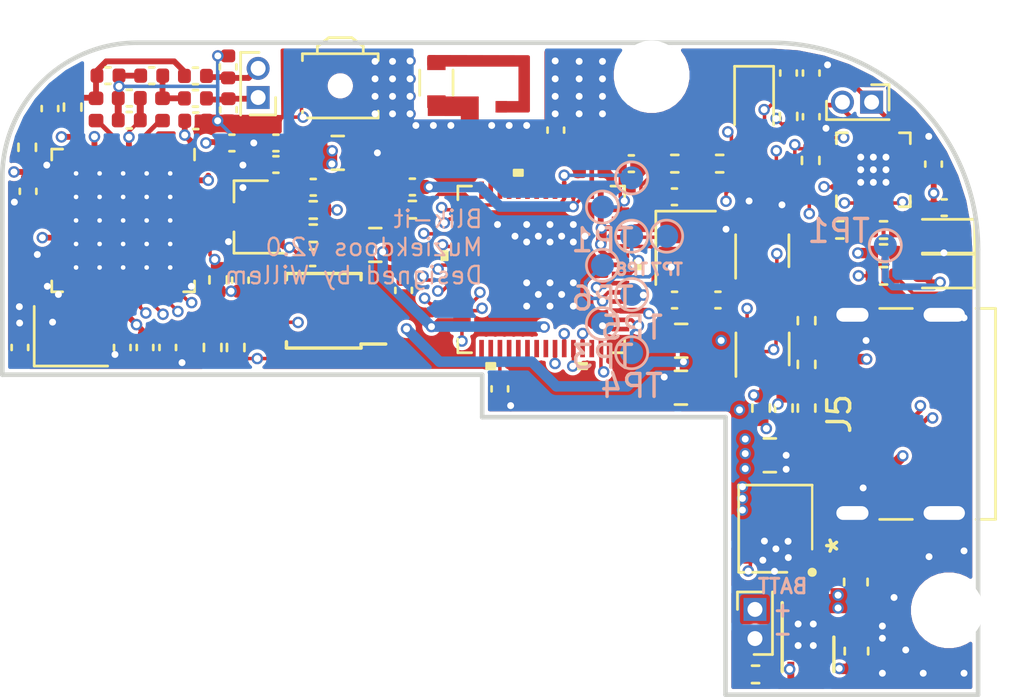
<source format=kicad_pcb>
(kicad_pcb (version 20171130) (host pcbnew "(5.1.9-0-10_14)")

  (general
    (thickness 1.6)
    (drawings 36)
    (tracks 1163)
    (zones 0)
    (modules 98)
    (nets 104)
  )

  (page A4)
  (layers
    (0 F.Cu signal)
    (1 In1.Cu signal)
    (2 In2.Cu signal)
    (31 B.Cu signal)
    (32 B.Adhes user hide)
    (33 F.Adhes user hide)
    (34 B.Paste user hide)
    (35 F.Paste user hide)
    (36 B.SilkS user hide)
    (37 F.SilkS user hide)
    (38 B.Mask user hide)
    (39 F.Mask user hide)
    (40 Dwgs.User user hide)
    (41 Cmts.User user hide)
    (42 Eco1.User user hide)
    (43 Eco2.User user hide)
    (44 Edge.Cuts user)
    (45 Margin user hide)
    (46 B.CrtYd user hide)
    (47 F.CrtYd user)
    (48 B.Fab user hide)
    (49 F.Fab user hide)
  )

  (setup
    (last_trace_width 0.254)
    (user_trace_width 0.1524)
    (user_trace_width 0.2032)
    (user_trace_width 0.254)
    (trace_clearance 0.1524)
    (zone_clearance 0.1524)
    (zone_45_only no)
    (trace_min 0.14986)
    (via_size 0.5)
    (via_drill 0.3)
    (via_min_size 0.4)
    (via_min_drill 0.3)
    (user_via 0.5 0.3)
    (uvia_size 0.3)
    (uvia_drill 0.1)
    (uvias_allowed no)
    (uvia_min_size 0.2)
    (uvia_min_drill 0.1)
    (edge_width 0.05)
    (segment_width 0.2)
    (pcb_text_width 0.3)
    (pcb_text_size 1.5 1.5)
    (mod_edge_width 0.12)
    (mod_text_size 1 1)
    (mod_text_width 0.15)
    (pad_size 1 1)
    (pad_drill 0)
    (pad_to_mask_clearance 0)
    (aux_axis_origin 0 0)
    (visible_elements FFFFFF7F)
    (pcbplotparams
      (layerselection 0x010fc_ffffffff)
      (usegerberextensions false)
      (usegerberattributes true)
      (usegerberadvancedattributes true)
      (creategerberjobfile true)
      (excludeedgelayer true)
      (linewidth 0.100000)
      (plotframeref false)
      (viasonmask false)
      (mode 1)
      (useauxorigin false)
      (hpglpennumber 1)
      (hpglpenspeed 20)
      (hpglpendiameter 15.000000)
      (psnegative false)
      (psa4output false)
      (plotreference true)
      (plotvalue false)
      (plotinvisibletext false)
      (padsonsilk false)
      (subtractmaskfromsilk true)
      (outputformat 1)
      (mirror false)
      (drillshape 0)
      (scaleselection 1)
      (outputdirectory "OUTPUT"))
  )

  (net 0 "")
  (net 1 GND)
  (net 2 VBUS)
  (net 3 /CPU/ADC1_IN2)
  (net 4 +BATT)
  (net 5 /Power/PSU_BTN_RAW)
  (net 6 +3V3)
  (net 7 "Net-(C15-Pad1)")
  (net 8 /I2S_DAC_AMP/SPK_OUT-)
  (net 9 /I2S_DAC_AMP/SPKOUT+)
  (net 10 /Power/CHG_STAT_LED)
  (net 11 /Power/CHG_5V_LED)
  (net 12 /Power/PSU_EN)
  (net 13 /CPU/MEAS_EN)
  (net 14 /CPU/BTN_PWR)
  (net 15 /CPU/PW_HOLD)
  (net 16 /Power/PSU_EN_BUF)
  (net 17 /Power/CHG_PROG)
  (net 18 /I2S_DAC_AMP/GAIN)
  (net 19 /I2S_DAC_AMP/I2S_SD_MODE)
  (net 20 /CPU/DAC_BCLK)
  (net 21 /CPU/DAC_LRCK)
  (net 22 /CPU/NFC_SPI_MOSI)
  (net 23 /CPU/NFC_SPI_SCK)
  (net 24 /CPU/NFC_SPI_CS)
  (net 25 /CPU/DAC_DATA)
  (net 26 "Net-(U3-Pad26)")
  (net 27 "Net-(U3-Pad25)")
  (net 28 "Net-(U3-Pad24)")
  (net 29 "Net-(U1-Pad7)")
  (net 30 /CPU/HALL_OUT)
  (net 31 /CPU/VDD_SDIO)
  (net 32 /CPU/ESP_RST)
  (net 33 /CPU/ESP_GPIO0)
  (net 34 "Net-(U4-Pad10)")
  (net 35 "Net-(U4-Pad8)")
  (net 36 "Net-(U4-Pad7)")
  (net 37 "Net-(U4-Pad6)")
  (net 38 /CPU/WIFI_ANT)
  (net 39 /CPU/ESP_LNA_IN)
  (net 40 /CPU/A2)
  (net 41 /Power/MCP_STAT)
  (net 42 "Net-(U2-Pad2)")
  (net 43 /Power/Lx_L1)
  (net 44 "Net-(U4-Pad33)")
  (net 45 "Net-(U4-Pad32)")
  (net 46 "Net-(U4-Pad31)")
  (net 47 "Net-(U4-Pad11)")
  (net 48 /CPU/ADS_SCL)
  (net 49 /CPU/ADS_SDA)
  (net 50 /CPU/ADS_RDY)
  (net 51 /CPU/NFC_SPI_MISO)
  (net 52 /Power/BATT_MEAS)
  (net 53 "Net-(U3-Pad37)")
  (net 54 "Net-(U3-Pad36)")
  (net 55 "Net-(U3-Pad35)")
  (net 56 "Net-(U3-Pad34)")
  (net 57 "Net-(U3-Pad33)")
  (net 58 "Net-(U3-Pad32)")
  (net 59 "Net-(U3-Pad31)")
  (net 60 "Net-(U3-Pad22)")
  (net 61 "Net-(U3-Pad21)")
  (net 62 "Net-(U3-Pad20)")
  (net 63 "Net-(U3-Pad19)")
  (net 64 "Net-(U3-Pad13)")
  (net 65 "Net-(U3-Pad12)")
  (net 66 "Net-(U3-Pad2)")
  (net 67 /NFC/OSC_in)
  (net 68 /NFC/OSC_OUT)
  (net 69 /NFC/RX)
  (net 70 /NFC/TXL1)
  (net 71 /NFC/TXL2)
  (net 72 /NFC/TXANT1)
  (net 73 /NFC/TXANT2)
  (net 74 /NFC/VMID)
  (net 75 /NFC/TX1)
  (net 76 /NFC/TX2)
  (net 77 /CPU/~NFC_RST)
  (net 78 /CPU/USB_D-)
  (net 79 /CPU/USB_D+)
  (net 80 /CPU/ESP_GPIO46)
  (net 81 /CPU/ESP_MTCK)
  (net 82 /CPU/ESP_MTDO)
  (net 83 /CPU/ESP_MTDI)
  (net 84 /CPU/ESP_MTMS)
  (net 85 /CPU/ESP_TX1)
  (net 86 /CPU/ESP_RX1)
  (net 87 /CPU/ESP_GPIO45)
  (net 88 "Net-(U4-Pad41)")
  (net 89 "Net-(U4-Pad36)")
  (net 90 "Net-(U4-Pad35)")
  (net 91 "Net-(U4-Pad34)")
  (net 92 "Net-(U4-Pad29)")
  (net 93 /CPU/XTAL_P)
  (net 94 /CPU/XTAL_N)
  (net 95 "Net-(U4-Pad13)")
  (net 96 "Net-(U4-Pad12)")
  (net 97 "Net-(U4-Pad17)")
  (net 98 "Net-(U4-Pad9)")
  (net 99 "Net-(U4-Pad14)")
  (net 100 "Net-(J5-PadB8)")
  (net 101 "Net-(J5-PadB5)")
  (net 102 "Net-(J5-PadA8)")
  (net 103 "Net-(J5-PadA5)")

  (net_class Default "This is the default net class."
    (clearance 0.1524)
    (trace_width 0.1524)
    (via_dia 0.5)
    (via_drill 0.3)
    (uvia_dia 0.3)
    (uvia_drill 0.1)
    (add_net +3V3)
    (add_net +BATT)
    (add_net /CPU/A2)
    (add_net /CPU/ADC1_IN2)
    (add_net /CPU/ADS_RDY)
    (add_net /CPU/ADS_SCL)
    (add_net /CPU/ADS_SDA)
    (add_net /CPU/BTN_PWR)
    (add_net /CPU/DAC_BCLK)
    (add_net /CPU/DAC_DATA)
    (add_net /CPU/DAC_LRCK)
    (add_net /CPU/ESP_GPIO0)
    (add_net /CPU/ESP_GPIO45)
    (add_net /CPU/ESP_GPIO46)
    (add_net /CPU/ESP_LNA_IN)
    (add_net /CPU/ESP_MTCK)
    (add_net /CPU/ESP_MTDI)
    (add_net /CPU/ESP_MTDO)
    (add_net /CPU/ESP_MTMS)
    (add_net /CPU/ESP_RST)
    (add_net /CPU/ESP_RX1)
    (add_net /CPU/ESP_TX1)
    (add_net /CPU/HALL_OUT)
    (add_net /CPU/MEAS_EN)
    (add_net /CPU/NFC_SPI_CS)
    (add_net /CPU/NFC_SPI_MISO)
    (add_net /CPU/NFC_SPI_MOSI)
    (add_net /CPU/NFC_SPI_SCK)
    (add_net /CPU/PW_HOLD)
    (add_net /CPU/USB_D+)
    (add_net /CPU/USB_D-)
    (add_net /CPU/VDD_SDIO)
    (add_net /CPU/WIFI_ANT)
    (add_net /CPU/XTAL_N)
    (add_net /CPU/XTAL_P)
    (add_net /CPU/~NFC_RST)
    (add_net /I2S_DAC_AMP/GAIN)
    (add_net /I2S_DAC_AMP/I2S_SD_MODE)
    (add_net /I2S_DAC_AMP/SPKOUT+)
    (add_net /I2S_DAC_AMP/SPK_OUT-)
    (add_net /NFC/OSC_OUT)
    (add_net /NFC/OSC_in)
    (add_net /NFC/RX)
    (add_net /NFC/TX1)
    (add_net /NFC/TX2)
    (add_net /NFC/TXANT1)
    (add_net /NFC/TXANT2)
    (add_net /NFC/TXL1)
    (add_net /NFC/TXL2)
    (add_net /NFC/VMID)
    (add_net /Power/BATT_MEAS)
    (add_net /Power/CHG_5V_LED)
    (add_net /Power/CHG_PROG)
    (add_net /Power/CHG_STAT_LED)
    (add_net /Power/Lx_L1)
    (add_net /Power/MCP_STAT)
    (add_net /Power/PSU_BTN_RAW)
    (add_net /Power/PSU_EN)
    (add_net /Power/PSU_EN_BUF)
    (add_net GND)
    (add_net "Net-(C15-Pad1)")
    (add_net "Net-(J5-PadA5)")
    (add_net "Net-(J5-PadA8)")
    (add_net "Net-(J5-PadB5)")
    (add_net "Net-(J5-PadB8)")
    (add_net "Net-(U1-Pad7)")
    (add_net "Net-(U2-Pad2)")
    (add_net "Net-(U3-Pad12)")
    (add_net "Net-(U3-Pad13)")
    (add_net "Net-(U3-Pad19)")
    (add_net "Net-(U3-Pad2)")
    (add_net "Net-(U3-Pad20)")
    (add_net "Net-(U3-Pad21)")
    (add_net "Net-(U3-Pad22)")
    (add_net "Net-(U3-Pad24)")
    (add_net "Net-(U3-Pad25)")
    (add_net "Net-(U3-Pad26)")
    (add_net "Net-(U3-Pad31)")
    (add_net "Net-(U3-Pad32)")
    (add_net "Net-(U3-Pad33)")
    (add_net "Net-(U3-Pad34)")
    (add_net "Net-(U3-Pad35)")
    (add_net "Net-(U3-Pad36)")
    (add_net "Net-(U3-Pad37)")
    (add_net "Net-(U4-Pad10)")
    (add_net "Net-(U4-Pad11)")
    (add_net "Net-(U4-Pad12)")
    (add_net "Net-(U4-Pad13)")
    (add_net "Net-(U4-Pad14)")
    (add_net "Net-(U4-Pad17)")
    (add_net "Net-(U4-Pad29)")
    (add_net "Net-(U4-Pad31)")
    (add_net "Net-(U4-Pad32)")
    (add_net "Net-(U4-Pad33)")
    (add_net "Net-(U4-Pad34)")
    (add_net "Net-(U4-Pad35)")
    (add_net "Net-(U4-Pad36)")
    (add_net "Net-(U4-Pad41)")
    (add_net "Net-(U4-Pad6)")
    (add_net "Net-(U4-Pad7)")
    (add_net "Net-(U4-Pad8)")
    (add_net "Net-(U4-Pad9)")
    (add_net VBUS)
  )

  (module TestPoint:TestPoint_Pad_D1.0mm (layer B.Cu) (tedit 618AD6C0) (tstamp 6189735C)
    (at 68.58 72.39)
    (descr "SMD pad as test Point, diameter 1.0mm")
    (tags "test point SMD pad")
    (path /60FFCEAC/61A904CB)
    (attr virtual)
    (fp_text reference TP8 (at 0 1.448) (layer B.SilkS)
      (effects (font (size 0.508 0.508) (thickness 0.15)) (justify mirror))
    )
    (fp_text value TestPoint (at 0 -1.55) (layer B.Fab) hide
      (effects (font (size 1 1) (thickness 0.15)) (justify mirror))
    )
    (fp_circle (center 0 0) (end 0.75 0) (layer B.CrtYd) (width 0.05))
    (fp_circle (center 0 0) (end 0 -0.7) (layer B.SilkS) (width 0.12))
    (fp_text user %R (at 1.6764 0) (layer B.Fab)
      (effects (font (size 0.6096 0.6096) (thickness 0.15)) (justify mirror))
    )
    (pad 1 smd circle (at 0 0) (size 1 1) (layers B.Cu B.Mask)
      (net 86 /CPU/ESP_RX1))
  )

  (module TestPoint:TestPoint_Pad_D1.0mm (layer B.Cu) (tedit 618AD6C0) (tstamp 618F0120)
    (at 70.104 72.39)
    (descr "SMD pad as test Point, diameter 1.0mm")
    (tags "test point SMD pad")
    (path /60FFCEAC/61A9010D)
    (attr virtual)
    (fp_text reference TP7 (at 0 1.448) (layer B.SilkS)
      (effects (font (size 0.508 0.508) (thickness 0.1524)) (justify mirror))
    )
    (fp_text value TestPoint (at 0 -1.55) (layer B.Fab) hide
      (effects (font (size 1 1) (thickness 0.15)) (justify mirror))
    )
    (fp_circle (center 0 0) (end 0.75 0) (layer B.CrtYd) (width 0.05))
    (fp_circle (center 0 0) (end 0 -0.7) (layer B.SilkS) (width 0.12))
    (fp_text user %R (at 1.7272 0.127) (layer B.Fab)
      (effects (font (size 0.6096 0.6096) (thickness 0.15)) (justify mirror))
    )
    (pad 1 smd circle (at 0 0) (size 1 1) (layers B.Cu B.Mask)
      (net 85 /CPU/ESP_TX1))
  )

  (module TestPoint:TestPoint_Pad_D1.0mm (layer B.Cu) (tedit 618AD6C0) (tstamp 6189734C)
    (at 67.31 73.66)
    (descr "SMD pad as test Point, diameter 1.0mm")
    (tags "test point SMD pad")
    (path /60FFCEAC/61A78FBB)
    (attr virtual)
    (fp_text reference TP6 (at 0 1.448) (layer B.SilkS)
      (effects (font (size 1 1) (thickness 0.15)) (justify mirror))
    )
    (fp_text value TestPoint (at 0 -1.55) (layer B.Fab) hide
      (effects (font (size 1 1) (thickness 0.15)) (justify mirror))
    )
    (fp_circle (center 0 0) (end 0.75 0) (layer B.CrtYd) (width 0.05))
    (fp_circle (center 0 0) (end 0 -0.7) (layer B.SilkS) (width 0.12))
    (fp_text user %R (at -1.6764 -0.0127) (layer B.Fab)
      (effects (font (size 0.6096 0.6096) (thickness 0.15)) (justify mirror))
    )
    (pad 1 smd circle (at 0 0) (size 1 1) (layers B.Cu B.Mask)
      (net 84 /CPU/ESP_MTMS))
  )

  (module TestPoint:TestPoint_Pad_D1.0mm (layer B.Cu) (tedit 618AD6C0) (tstamp 61897344)
    (at 68.58 74.93)
    (descr "SMD pad as test Point, diameter 1.0mm")
    (tags "test point SMD pad")
    (path /60FFCEAC/61A78DEA)
    (attr virtual)
    (fp_text reference TP5 (at 0 1.448) (layer B.SilkS)
      (effects (font (size 1 1) (thickness 0.15)) (justify mirror))
    )
    (fp_text value TestPoint (at 0 -1.55) (layer B.Fab) hide
      (effects (font (size 1 1) (thickness 0.15)) (justify mirror))
    )
    (fp_circle (center 0 0) (end 0.75 0) (layer B.CrtYd) (width 0.05))
    (fp_circle (center 0 0) (end 0 -0.7) (layer B.SilkS) (width 0.12))
    (fp_text user %R (at 1.7018 0.127) (layer B.Fab)
      (effects (font (size 0.6096 0.6096) (thickness 0.15)) (justify mirror))
    )
    (pad 1 smd circle (at 0 0) (size 1 1) (layers B.Cu B.Mask)
      (net 83 /CPU/ESP_MTDI))
  )

  (module TestPoint:TestPoint_Pad_D1.0mm (layer B.Cu) (tedit 618AD6C0) (tstamp 6189733C)
    (at 68.58 77.47)
    (descr "SMD pad as test Point, diameter 1.0mm")
    (tags "test point SMD pad")
    (path /60FFCEAC/61A78683)
    (attr virtual)
    (fp_text reference TP4 (at 0 1.448) (layer B.SilkS)
      (effects (font (size 1 1) (thickness 0.15)) (justify mirror))
    )
    (fp_text value TestPoint (at 0 -1.55) (layer B.Fab) hide
      (effects (font (size 1 1) (thickness 0.15)) (justify mirror))
    )
    (fp_circle (center 0 0) (end 0.75 0) (layer B.CrtYd) (width 0.05))
    (fp_circle (center 0 0) (end 0 -0.7) (layer B.SilkS) (width 0.12))
    (fp_text user %R (at 1.651 0.0762) (layer B.Fab)
      (effects (font (size 0.6096 0.6096) (thickness 0.15)) (justify mirror))
    )
    (pad 1 smd circle (at 0 0) (size 1 1) (layers B.Cu B.Mask)
      (net 82 /CPU/ESP_MTDO))
  )

  (module TestPoint:TestPoint_Pad_D1.0mm (layer B.Cu) (tedit 618AD6C0) (tstamp 61897334)
    (at 67.31 76.2)
    (descr "SMD pad as test Point, diameter 1.0mm")
    (tags "test point SMD pad")
    (path /60FFCEAC/61A77B67)
    (attr virtual)
    (fp_text reference TP3 (at 0 1.448) (layer B.SilkS)
      (effects (font (size 1 1) (thickness 0.15)) (justify mirror))
    )
    (fp_text value TestPoint (at 0 -1.55) (layer B.Fab) hide
      (effects (font (size 1 1) (thickness 0.15)) (justify mirror))
    )
    (fp_circle (center 0 0) (end 0.75 0) (layer B.CrtYd) (width 0.05))
    (fp_circle (center 0 0) (end 0 -0.7) (layer B.SilkS) (width 0.12))
    (fp_text user %R (at -1.7018 0.127) (layer B.Fab)
      (effects (font (size 0.6096 0.6096) (thickness 0.15)) (justify mirror))
    )
    (pad 1 smd circle (at 0 0) (size 1 1) (layers B.Cu B.Mask)
      (net 81 /CPU/ESP_MTCK))
  )

  (module TestPoint:TestPoint_Pad_D1.0mm (layer B.Cu) (tedit 618AD6C0) (tstamp 6189732C)
    (at 68.58 69.85)
    (descr "SMD pad as test Point, diameter 1.0mm")
    (tags "test point SMD pad")
    (path /60FFCEAC/61AAD8EF)
    (attr virtual)
    (fp_text reference TP2 (at 0 1.448) (layer B.SilkS) hide
      (effects (font (size 1 1) (thickness 0.15)) (justify mirror))
    )
    (fp_text value TestPoint (at 0 -1.55) (layer B.Fab) hide
      (effects (font (size 1 1) (thickness 0.15)) (justify mirror))
    )
    (fp_circle (center 0 0) (end 0.75 0) (layer B.CrtYd) (width 0.05))
    (fp_circle (center 0 0) (end 0 -0.7) (layer B.SilkS) (width 0.12))
    (fp_text user %R (at 1.6764 -0.0127) (layer B.Fab)
      (effects (font (size 0.6096 0.6096) (thickness 0.1524)) (justify mirror))
    )
    (pad 1 smd circle (at 0 0) (size 1 1) (layers B.Cu B.Mask)
      (net 33 /CPU/ESP_GPIO0))
  )

  (module TestPoint:TestPoint_Pad_D1.0mm (layer B.Cu) (tedit 618AD6C0) (tstamp 61897324)
    (at 67.31 71.12)
    (descr "SMD pad as test Point, diameter 1.0mm")
    (tags "test point SMD pad")
    (path /60FFCEAC/61AA6F6C)
    (attr virtual)
    (fp_text reference TP1 (at 0 1.448) (layer B.SilkS)
      (effects (font (size 1 1) (thickness 0.15)) (justify mirror))
    )
    (fp_text value TestPoint (at 0 -1.55) (layer B.Fab) hide
      (effects (font (size 1 1) (thickness 0.15)) (justify mirror))
    )
    (fp_circle (center 0 0) (end 0.75 0) (layer B.CrtYd) (width 0.05))
    (fp_circle (center 0 0) (end 0 -0.7) (layer B.SilkS) (width 0.12))
    (fp_text user %R (at -1.651 0.0254) (layer B.Fab)
      (effects (font (size 0.6096 0.6096) (thickness 0.15)) (justify mirror))
    )
    (pad 1 smd circle (at 0 0) (size 1 1) (layers B.Cu B.Mask)
      (net 32 /CPU/ESP_RST))
  )

  (module TestPoint:TestPoint_Pad_D1.0mm (layer B.Cu) (tedit 618AD6C0) (tstamp 617DCA39)
    (at 79.629 72.7964)
    (descr "SMD pad as test Point, diameter 1.0mm")
    (tags "test point SMD pad")
    (path /613CB1D0/61968CDA)
    (attr virtual)
    (fp_text reference TP1 (at -2.032 -0.635) (layer B.SilkS)
      (effects (font (size 1 1) (thickness 0.15)) (justify mirror))
    )
    (fp_text value TestPoint (at 0 -1.55) (layer B.Fab) hide
      (effects (font (size 1 1) (thickness 0.15)) (justify mirror))
    )
    (fp_circle (center 0 0) (end 0.75 0) (layer B.CrtYd) (width 0.05))
    (fp_circle (center 0 0) (end 0 -0.7) (layer B.SilkS) (width 0.12))
    (fp_text user %R (at 1.5875 0) (layer B.Fab)
      (effects (font (size 0.635 0.6096) (thickness 0.1524)) (justify mirror))
    )
    (pad 1 smd circle (at 0 0) (size 1 1) (layers B.Cu B.Mask)
      (net 2 VBUS))
  )

  (module Package_DFN_QFN:QFN-16-1EP_3x3mm_P0.5mm_EP1.7x1.7mm_ThermalVias locked (layer F.Cu) (tedit 5C181567) (tstamp 610858BE)
    (at 79.1083 69.4944 90)
    (descr "QFN, 16 Pin (http://www.cypress.com/file/46236/download), generated with kicad-footprint-generator ipc_dfn_qfn_generator.py")
    (tags "QFN DFN_QFN")
    (path /60FDB9AA/60FE0C5F)
    (attr smd)
    (fp_text reference U5 (at 0 -2.8 90) (layer F.SilkS) hide
      (effects (font (size 1 1) (thickness 0.15)))
    )
    (fp_text value MAX98357A (at 0 2.8 90) (layer F.Fab) hide
      (effects (font (size 1 1) (thickness 0.15)))
    )
    (fp_line (start 1.135 -1.61) (end 1.61 -1.61) (layer F.SilkS) (width 0.12))
    (fp_line (start 1.61 -1.61) (end 1.61 -1.135) (layer F.SilkS) (width 0.12))
    (fp_line (start -1.135 1.61) (end -1.61 1.61) (layer F.SilkS) (width 0.12))
    (fp_line (start -1.61 1.61) (end -1.61 1.135) (layer F.SilkS) (width 0.12))
    (fp_line (start 1.135 1.61) (end 1.61 1.61) (layer F.SilkS) (width 0.12))
    (fp_line (start 1.61 1.61) (end 1.61 1.135) (layer F.SilkS) (width 0.12))
    (fp_line (start -1.135 -1.61) (end -1.61 -1.61) (layer F.SilkS) (width 0.12))
    (fp_line (start -0.75 -1.5) (end 1.5 -1.5) (layer F.Fab) (width 0.1))
    (fp_line (start 1.5 -1.5) (end 1.5 1.5) (layer F.Fab) (width 0.1))
    (fp_line (start 1.5 1.5) (end -1.5 1.5) (layer F.Fab) (width 0.1))
    (fp_line (start -1.5 1.5) (end -1.5 -0.75) (layer F.Fab) (width 0.1))
    (fp_line (start -1.5 -0.75) (end -0.75 -1.5) (layer F.Fab) (width 0.1))
    (fp_line (start -2.1 -2.1) (end -2.1 2.1) (layer F.CrtYd) (width 0.05))
    (fp_line (start -2.1 2.1) (end 2.1 2.1) (layer F.CrtYd) (width 0.05))
    (fp_line (start 2.1 2.1) (end 2.1 -2.1) (layer F.CrtYd) (width 0.05))
    (fp_line (start 2.1 -2.1) (end -2.1 -2.1) (layer F.CrtYd) (width 0.05))
    (fp_text user %R (at 0 0 180) (layer F.Fab)
      (effects (font (size 0.762 0.762) (thickness 0.1016)))
    )
    (pad 16 smd roundrect (at -0.75 -1.45 90) (size 0.25 0.8) (layers F.Cu F.Paste F.Mask) (roundrect_rratio 0.25)
      (net 20 /CPU/DAC_BCLK))
    (pad 15 smd roundrect (at -0.25 -1.45 90) (size 0.25 0.8) (layers F.Cu F.Paste F.Mask) (roundrect_rratio 0.25)
      (net 1 GND))
    (pad 14 smd roundrect (at 0.25 -1.45 90) (size 0.25 0.8) (layers F.Cu F.Paste F.Mask) (roundrect_rratio 0.25)
      (net 21 /CPU/DAC_LRCK))
    (pad 13 smd roundrect (at 0.75 -1.45 90) (size 0.25 0.8) (layers F.Cu F.Paste F.Mask) (roundrect_rratio 0.25))
    (pad 12 smd roundrect (at 1.45 -0.75 90) (size 0.8 0.25) (layers F.Cu F.Paste F.Mask) (roundrect_rratio 0.25))
    (pad 11 smd roundrect (at 1.45 -0.25 90) (size 0.8 0.25) (layers F.Cu F.Paste F.Mask) (roundrect_rratio 0.25)
      (net 1 GND))
    (pad 10 smd roundrect (at 1.45 0.25 90) (size 0.8 0.25) (layers F.Cu F.Paste F.Mask) (roundrect_rratio 0.25)
      (net 8 /I2S_DAC_AMP/SPK_OUT-))
    (pad 9 smd roundrect (at 1.45 0.75 90) (size 0.8 0.25) (layers F.Cu F.Paste F.Mask) (roundrect_rratio 0.25)
      (net 9 /I2S_DAC_AMP/SPKOUT+))
    (pad 8 smd roundrect (at 0.75 1.45 90) (size 0.25 0.8) (layers F.Cu F.Paste F.Mask) (roundrect_rratio 0.25)
      (net 6 +3V3))
    (pad 7 smd roundrect (at 0.25 1.45 90) (size 0.25 0.8) (layers F.Cu F.Paste F.Mask) (roundrect_rratio 0.25)
      (net 6 +3V3))
    (pad 6 smd roundrect (at -0.25 1.45 90) (size 0.25 0.8) (layers F.Cu F.Paste F.Mask) (roundrect_rratio 0.25))
    (pad 5 smd roundrect (at -0.75 1.45 90) (size 0.25 0.8) (layers F.Cu F.Paste F.Mask) (roundrect_rratio 0.25))
    (pad 4 smd roundrect (at -1.45 0.75 90) (size 0.8 0.25) (layers F.Cu F.Paste F.Mask) (roundrect_rratio 0.25)
      (net 19 /I2S_DAC_AMP/I2S_SD_MODE))
    (pad 3 smd roundrect (at -1.45 0.25 90) (size 0.8 0.25) (layers F.Cu F.Paste F.Mask) (roundrect_rratio 0.25)
      (net 1 GND))
    (pad 2 smd roundrect (at -1.45 -0.25 90) (size 0.8 0.25) (layers F.Cu F.Paste F.Mask) (roundrect_rratio 0.25)
      (net 18 /I2S_DAC_AMP/GAIN))
    (pad 1 smd roundrect (at -1.45 -0.75 90) (size 0.8 0.25) (layers F.Cu F.Paste F.Mask) (roundrect_rratio 0.25)
      (net 25 /CPU/DAC_DATA))
    (pad "" smd roundrect (at 0.425 0.425 90) (size 0.74 0.74) (layers F.Paste) (roundrect_rratio 0.25))
    (pad "" smd roundrect (at 0.425 -0.425 90) (size 0.74 0.74) (layers F.Paste) (roundrect_rratio 0.25))
    (pad "" smd roundrect (at -0.425 0.425 90) (size 0.74 0.74) (layers F.Paste) (roundrect_rratio 0.25))
    (pad "" smd roundrect (at -0.425 -0.425 90) (size 0.74 0.74) (layers F.Paste) (roundrect_rratio 0.25))
    (pad 17 smd roundrect (at 0 0 90) (size 1.7 1.7) (layers B.Cu) (roundrect_rratio 0.1470588235294118)
      (net 1 GND))
    (pad 17 thru_hole circle (at 0.55 0.55 90) (size 0.6 0.6) (drill 0.3) (layers *.Cu)
      (net 1 GND))
    (pad 17 thru_hole circle (at 0 0.55 90) (size 0.6 0.6) (drill 0.3) (layers *.Cu)
      (net 1 GND))
    (pad 17 thru_hole circle (at -0.55 0.55 90) (size 0.6 0.6) (drill 0.3) (layers *.Cu)
      (net 1 GND))
    (pad 17 thru_hole circle (at 0.55 0 90) (size 0.6 0.6) (drill 0.3) (layers *.Cu)
      (net 1 GND))
    (pad 17 thru_hole circle (at 0 0 90) (size 0.6 0.6) (drill 0.3) (layers *.Cu)
      (net 1 GND))
    (pad 17 thru_hole circle (at -0.55 0 90) (size 0.6 0.6) (drill 0.3) (layers *.Cu)
      (net 1 GND))
    (pad 17 thru_hole circle (at 0.55 -0.55 90) (size 0.6 0.6) (drill 0.3) (layers *.Cu)
      (net 1 GND))
    (pad 17 thru_hole circle (at 0 -0.55 90) (size 0.6 0.6) (drill 0.3) (layers *.Cu)
      (net 1 GND))
    (pad 17 thru_hole circle (at -0.55 -0.55 90) (size 0.6 0.6) (drill 0.3) (layers *.Cu)
      (net 1 GND))
    (pad 17 smd roundrect (at 0 0 90) (size 1.7 1.7) (layers F.Cu F.Mask) (roundrect_rratio 0.1470588235294118)
      (net 1 GND))
    (model ${KISYS3DMOD}/Package_DFN_QFN.3dshapes/QFN-12-1EP_3x3mm_P0.5mm_EP1.65x1.65mm.wrl
      (at (xyz 0 0 0))
      (scale (xyz 1 1 1))
      (rotate (xyz 0 0 0))
    )
  )

  (module Resistor_SMD:R_0402_1005Metric (layer F.Cu) (tedit 5F68FEEE) (tstamp 618CA1D9)
    (at 76.2 79.883 270)
    (descr "Resistor SMD 0402 (1005 Metric), square (rectangular) end terminal, IPC_7351 nominal, (Body size source: IPC-SM-782 page 72, https://www.pcb-3d.com/wordpress/wp-content/uploads/ipc-sm-782a_amendment_1_and_2.pdf), generated with kicad-footprint-generator")
    (tags resistor)
    (path /60FE1698/6195270F)
    (attr smd)
    (fp_text reference R18 (at 0 -1.17 90) (layer F.SilkS) hide
      (effects (font (size 1 1) (thickness 0.15)))
    )
    (fp_text value 5K1 (at 0 1.17 90) (layer F.Fab) hide
      (effects (font (size 1 1) (thickness 0.15)))
    )
    (fp_line (start 0.93 0.47) (end -0.93 0.47) (layer F.CrtYd) (width 0.05))
    (fp_line (start 0.93 -0.47) (end 0.93 0.47) (layer F.CrtYd) (width 0.05))
    (fp_line (start -0.93 -0.47) (end 0.93 -0.47) (layer F.CrtYd) (width 0.05))
    (fp_line (start -0.93 0.47) (end -0.93 -0.47) (layer F.CrtYd) (width 0.05))
    (fp_line (start -0.153641 0.38) (end 0.153641 0.38) (layer F.SilkS) (width 0.12))
    (fp_line (start -0.153641 -0.38) (end 0.153641 -0.38) (layer F.SilkS) (width 0.12))
    (fp_line (start 0.525 0.27) (end -0.525 0.27) (layer F.Fab) (width 0.1))
    (fp_line (start 0.525 -0.27) (end 0.525 0.27) (layer F.Fab) (width 0.1))
    (fp_line (start -0.525 -0.27) (end 0.525 -0.27) (layer F.Fab) (width 0.1))
    (fp_line (start -0.525 0.27) (end -0.525 -0.27) (layer F.Fab) (width 0.1))
    (fp_text user %R (at 0 0 90) (layer F.Fab)
      (effects (font (size 0.26 0.26) (thickness 0.04)))
    )
    (pad 2 smd roundrect (at 0.51 0 270) (size 0.54 0.64) (layers F.Cu F.Paste F.Mask) (roundrect_rratio 0.25)
      (net 103 "Net-(J5-PadA5)"))
    (pad 1 smd roundrect (at -0.51 0 270) (size 0.54 0.64) (layers F.Cu F.Paste F.Mask) (roundrect_rratio 0.25)
      (net 1 GND))
    (model ${KISYS3DMOD}/Resistor_SMD.3dshapes/R_0402_1005Metric.wrl
      (at (xyz 0 0 0))
      (scale (xyz 1 1 1))
      (rotate (xyz 0 0 0))
    )
  )

  (module Resistor_SMD:R_0402_1005Metric (layer F.Cu) (tedit 5F68FEEE) (tstamp 618CA108)
    (at 76.2 77.978 90)
    (descr "Resistor SMD 0402 (1005 Metric), square (rectangular) end terminal, IPC_7351 nominal, (Body size source: IPC-SM-782 page 72, https://www.pcb-3d.com/wordpress/wp-content/uploads/ipc-sm-782a_amendment_1_and_2.pdf), generated with kicad-footprint-generator")
    (tags resistor)
    (path /60FE1698/61951F6F)
    (attr smd)
    (fp_text reference R11 (at 0 -1.17 90) (layer F.SilkS) hide
      (effects (font (size 1 1) (thickness 0.15)))
    )
    (fp_text value 5K1 (at 0 1.17 90) (layer F.Fab) hide
      (effects (font (size 1 1) (thickness 0.15)))
    )
    (fp_line (start 0.93 0.47) (end -0.93 0.47) (layer F.CrtYd) (width 0.05))
    (fp_line (start 0.93 -0.47) (end 0.93 0.47) (layer F.CrtYd) (width 0.05))
    (fp_line (start -0.93 -0.47) (end 0.93 -0.47) (layer F.CrtYd) (width 0.05))
    (fp_line (start -0.93 0.47) (end -0.93 -0.47) (layer F.CrtYd) (width 0.05))
    (fp_line (start -0.153641 0.38) (end 0.153641 0.38) (layer F.SilkS) (width 0.12))
    (fp_line (start -0.153641 -0.38) (end 0.153641 -0.38) (layer F.SilkS) (width 0.12))
    (fp_line (start 0.525 0.27) (end -0.525 0.27) (layer F.Fab) (width 0.1))
    (fp_line (start 0.525 -0.27) (end 0.525 0.27) (layer F.Fab) (width 0.1))
    (fp_line (start -0.525 -0.27) (end 0.525 -0.27) (layer F.Fab) (width 0.1))
    (fp_line (start -0.525 0.27) (end -0.525 -0.27) (layer F.Fab) (width 0.1))
    (fp_text user %R (at 0 0 90) (layer F.Fab)
      (effects (font (size 0.26 0.26) (thickness 0.04)))
    )
    (pad 2 smd roundrect (at 0.51 0 90) (size 0.54 0.64) (layers F.Cu F.Paste F.Mask) (roundrect_rratio 0.25)
      (net 1 GND))
    (pad 1 smd roundrect (at -0.51 0 90) (size 0.54 0.64) (layers F.Cu F.Paste F.Mask) (roundrect_rratio 0.25)
      (net 101 "Net-(J5-PadB5)"))
    (model ${KISYS3DMOD}/Resistor_SMD.3dshapes/R_0402_1005Metric.wrl
      (at (xyz 0 0 0))
      (scale (xyz 1 1 1))
      (rotate (xyz 0 0 0))
    )
  )

  (module Connector_USB:USB_C_Receptacle_Molex_217179 locked (layer F.Cu) (tedit 618ABC2D) (tstamp 618B2EE8)
    (at 80.9244 80.137 90)
    (path /60FE1698/618C07E1)
    (fp_text reference J5 (at 0 -3.3032 90) (layer F.SilkS)
      (effects (font (size 1 1) (thickness 0.15)))
    )
    (fp_text value USB_C_Receptacle_USB2.0 (at 0 -3.3032 90) (layer F.SilkS) hide
      (effects (font (size 1 1) (thickness 0.15)))
    )
    (fp_line (start -4.5974 3.5052) (end 4.5974 3.5052) (layer F.SilkS) (width 0.12))
    (fp_line (start 4.5974 3.5052) (end 4.5974 2.661593) (layer F.SilkS) (width 0.12))
    (fp_line (start -4.5974 2.661593) (end -4.5974 3.5052) (layer F.SilkS) (width 0.12))
    (fp_line (start -4.5974 -1.541608) (end -4.5974 -0.117991) (layer F.SilkS) (width 0.12))
    (fp_line (start -4.4704 3.3782) (end 4.4704 3.3782) (layer F.Fab) (width 0.1))
    (fp_line (start 4.4704 3.3782) (end 4.4704 -3.3782) (layer F.Fab) (width 0.1))
    (fp_line (start 4.4704 -3.3782) (end -4.4704 -3.3782) (layer F.Fab) (width 0.1))
    (fp_line (start -4.4704 -3.3782) (end -4.4704 3.3782) (layer F.Fab) (width 0.1))
    (fp_line (start 4.5974 -0.117991) (end 4.5974 -1.541608) (layer F.SilkS) (width 0.12))
    (fp_line (start 0 -3.3782) (end 0 -3.3782) (layer F.Fab) (width 0.1))
    (fp_line (start 0 -3.3782) (end 0 -3.3782) (layer F.Fab) (width 0.1))
    (fp_line (start 0 -3.3782) (end 0 -3.3782) (layer F.Fab) (width 0.1))
    (fp_line (start 0 -3.3782) (end 0 -3.3782) (layer F.Fab) (width 0.1))
    (fp_line (start -4.7244 3.6322) (end 4.7244 3.6322) (layer F.CrtYd) (width 0.05))
    (fp_line (start 4.7244 3.6322) (end 4.7244 2.630701) (layer F.CrtYd) (width 0.05))
    (fp_line (start 4.7244 2.630701) (end 5.0693 2.630701) (layer F.CrtYd) (width 0.05))
    (fp_line (start 5.0693 2.630701) (end 5.0693 -0.087099) (layer F.CrtYd) (width 0.05))
    (fp_line (start 5.0693 -0.087099) (end 4.7244 -0.087099) (layer F.CrtYd) (width 0.05))
    (fp_line (start 4.7244 -0.087099) (end 4.7244 -1.5725) (layer F.CrtYd) (width 0.05))
    (fp_line (start 4.7244 -1.5725) (end 5.0693 -1.5725) (layer F.CrtYd) (width 0.05))
    (fp_line (start 5.0693 -1.5725) (end 5.0693 -3.8839) (layer F.CrtYd) (width 0.05))
    (fp_line (start 5.0693 -3.8839) (end 3.758799 -3.8839) (layer F.CrtYd) (width 0.05))
    (fp_line (start 3.758799 -3.8839) (end 3.758799 -4.128699) (layer F.CrtYd) (width 0.05))
    (fp_line (start 3.758799 -4.128699) (end -3.758801 -4.128699) (layer F.CrtYd) (width 0.05))
    (fp_line (start -3.758801 -4.128699) (end -3.758801 -3.8839) (layer F.CrtYd) (width 0.05))
    (fp_line (start -3.758801 -3.8839) (end -5.0693 -3.8839) (layer F.CrtYd) (width 0.05))
    (fp_line (start -5.0693 -3.8839) (end -5.0693 -1.5725) (layer F.CrtYd) (width 0.05))
    (fp_line (start -5.0693 -1.5725) (end -4.7244 -1.5725) (layer F.CrtYd) (width 0.05))
    (fp_line (start -4.7244 -1.5725) (end -4.7244 -0.087099) (layer F.CrtYd) (width 0.05))
    (fp_line (start -4.7244 -0.087099) (end -5.0693 -0.087099) (layer F.CrtYd) (width 0.05))
    (fp_line (start -5.0693 -0.087099) (end -5.0693 2.630701) (layer F.CrtYd) (width 0.05))
    (fp_line (start -5.0693 2.630701) (end -4.7244 2.630701) (layer F.CrtYd) (width 0.05))
    (fp_line (start -4.7244 2.630701) (end -4.7244 3.6322) (layer F.CrtYd) (width 0.05))
    (fp_text user "Copyright 2021 Accelerated Designs. All rights reserved." (at 0 0 90) (layer Cmts.User)
      (effects (font (size 0.127 0.127) (thickness 0.002)))
    )
    (fp_text user * (at -5.740001 -3.3032 90) (layer F.SilkS)
      (effects (font (size 1 1) (thickness 0.15)))
    )
    (pad B8 smd rect (at -1.749941 -3.303199 90) (size 0.3048 1.143) (layers F.Cu F.Paste F.Mask)
      (net 100 "Net-(J5-PadB8)"))
    (pad B7 smd rect (at -0.74994 -3.303199 90) (size 0.3048 1.143) (layers F.Cu F.Paste F.Mask)
      (net 78 /CPU/USB_D-))
    (pad S1 thru_hole oval (at 4.32 -2.7282 90) (size 0.9906 1.8034) (drill oval 0.6 1.4) (layers *.Cu *.Mask)
      (net 1 GND))
    (pad S1 thru_hole oval (at -4.32 -2.7282 90) (size 0.9906 1.8034) (drill oval 0.6 1.4) (layers *.Cu *.Mask)
      (net 1 GND))
    (pad S1 thru_hole oval (at 4.32 1.271801 90) (size 0.9906 2.2098) (drill oval 0.6 1.8) (layers *.Cu *.Mask)
      (net 1 GND))
    (pad S1 thru_hole oval (at -4.32 1.271801 90) (size 0.9906 2.2098) (drill oval 0.6 1.8) (layers *.Cu *.Mask)
      (net 1 GND))
    (pad B6 smd rect (at 0.750059 -3.303199 90) (size 0.3048 1.143) (layers F.Cu F.Paste F.Mask)
      (net 79 /CPU/USB_D+))
    (pad B5 smd rect (at 1.75006 -3.303199 90) (size 0.3048 1.143) (layers F.Cu F.Paste F.Mask)
      (net 101 "Net-(J5-PadB5)"))
    (pad B1/A12 smd rect (at 3.199999 -3.303199 90) (size 0.6096 1.143) (layers F.Cu F.Paste F.Mask)
      (net 1 GND))
    (pad B4/A9 smd rect (at 2.4 -3.303199 90) (size 0.6096 1.143) (layers F.Cu F.Paste F.Mask)
      (net 2 VBUS))
    (pad A8 smd rect (at 1.25 -3.303199 90) (size 0.3048 1.143) (layers F.Cu F.Paste F.Mask)
      (net 102 "Net-(J5-PadA8)"))
    (pad A7 smd rect (at 0.25 -3.303199 90) (size 0.3048 1.143) (layers F.Cu F.Paste F.Mask)
      (net 78 /CPU/USB_D-))
    (pad A6 smd rect (at -0.25 -3.303199 90) (size 0.3048 1.143) (layers F.Cu F.Paste F.Mask)
      (net 79 /CPU/USB_D+))
    (pad A5 smd rect (at -1.25 -3.303199 90) (size 0.3048 1.143) (layers F.Cu F.Paste F.Mask)
      (net 103 "Net-(J5-PadA5)"))
    (pad A4/B9 smd rect (at -2.4 -3.303199 90) (size 0.6096 1.143) (layers F.Cu F.Paste F.Mask)
      (net 2 VBUS))
    (pad A1/B12 smd rect (at -3.200001 -3.303199 90) (size 0.6096 1.143) (layers F.Cu F.Paste F.Mask)
      (net 1 GND))
    (model ${KISYS3DMOD}/Connector_USB.3dshapes/USB_C_Receptacle_Molex_217179.stp
      (offset (xyz 0 0 1.5))
      (scale (xyz 1 1 1))
      (rotate (xyz -90 0 180))
    )
  )

  (module LED_SMD:LED_0603_1608Metric (layer F.Cu) (tedit 5F68FEF1) (tstamp 618C3598)
    (at 82.042 72.39 180)
    (descr "LED SMD 0603 (1608 Metric), square (rectangular) end terminal, IPC_7351 nominal, (Body size source: http://www.tortai-tech.com/upload/download/2011102023233369053.pdf), generated with kicad-footprint-generator")
    (tags LED)
    (path /60FE1698/615B8147)
    (attr smd)
    (fp_text reference D2 (at 0 -1.43) (layer F.SilkS) hide
      (effects (font (size 1 1) (thickness 0.15)))
    )
    (fp_text value LED (at 0 1.43) (layer F.Fab) hide
      (effects (font (size 1 1) (thickness 0.15)))
    )
    (fp_line (start 1.48 0.73) (end -1.48 0.73) (layer F.CrtYd) (width 0.05))
    (fp_line (start 1.48 -0.73) (end 1.48 0.73) (layer F.CrtYd) (width 0.05))
    (fp_line (start -1.48 -0.73) (end 1.48 -0.73) (layer F.CrtYd) (width 0.05))
    (fp_line (start -1.48 0.73) (end -1.48 -0.73) (layer F.CrtYd) (width 0.05))
    (fp_line (start -1.485 0.735) (end 0.8 0.735) (layer F.SilkS) (width 0.12))
    (fp_line (start -1.485 -0.735) (end -1.485 0.735) (layer F.SilkS) (width 0.12))
    (fp_line (start 0.8 -0.735) (end -1.485 -0.735) (layer F.SilkS) (width 0.12))
    (fp_line (start 0.8 0.4) (end 0.8 -0.4) (layer F.Fab) (width 0.1))
    (fp_line (start -0.8 0.4) (end 0.8 0.4) (layer F.Fab) (width 0.1))
    (fp_line (start -0.8 -0.1) (end -0.8 0.4) (layer F.Fab) (width 0.1))
    (fp_line (start -0.5 -0.4) (end -0.8 -0.1) (layer F.Fab) (width 0.1))
    (fp_line (start 0.8 -0.4) (end -0.5 -0.4) (layer F.Fab) (width 0.1))
    (fp_text user %R (at 0 0) (layer F.Fab)
      (effects (font (size 0.4 0.4) (thickness 0.06)))
    )
    (pad 2 smd roundrect (at 0.7875 0 180) (size 0.875 0.95) (layers F.Cu F.Paste F.Mask) (roundrect_rratio 0.25)
      (net 11 /Power/CHG_5V_LED))
    (pad 1 smd roundrect (at -0.7875 0 180) (size 0.875 0.95) (layers F.Cu F.Paste F.Mask) (roundrect_rratio 0.25)
      (net 1 GND))
    (model ${KISYS3DMOD}/LED_SMD.3dshapes/LED_0603_1608Metric.wrl
      (at (xyz 0 0 0))
      (scale (xyz 1 1 1))
      (rotate (xyz 0 0 0))
    )
  )

  (module LED_SMD:LED_0603_1608Metric (layer F.Cu) (tedit 5F68FEF1) (tstamp 618C3585)
    (at 82.042 73.914 180)
    (descr "LED SMD 0603 (1608 Metric), square (rectangular) end terminal, IPC_7351 nominal, (Body size source: http://www.tortai-tech.com/upload/download/2011102023233369053.pdf), generated with kicad-footprint-generator")
    (tags LED)
    (path /60FE1698/615B8140)
    (attr smd)
    (fp_text reference D1 (at 0 -1.43) (layer F.SilkS) hide
      (effects (font (size 1 1) (thickness 0.15)))
    )
    (fp_text value LED (at 0 1.43) (layer F.Fab) hide
      (effects (font (size 1 1) (thickness 0.15)))
    )
    (fp_line (start 1.48 0.73) (end -1.48 0.73) (layer F.CrtYd) (width 0.05))
    (fp_line (start 1.48 -0.73) (end 1.48 0.73) (layer F.CrtYd) (width 0.05))
    (fp_line (start -1.48 -0.73) (end 1.48 -0.73) (layer F.CrtYd) (width 0.05))
    (fp_line (start -1.48 0.73) (end -1.48 -0.73) (layer F.CrtYd) (width 0.05))
    (fp_line (start -1.485 0.735) (end 0.8 0.735) (layer F.SilkS) (width 0.12))
    (fp_line (start -1.485 -0.735) (end -1.485 0.735) (layer F.SilkS) (width 0.12))
    (fp_line (start 0.8 -0.735) (end -1.485 -0.735) (layer F.SilkS) (width 0.12))
    (fp_line (start 0.8 0.4) (end 0.8 -0.4) (layer F.Fab) (width 0.1))
    (fp_line (start -0.8 0.4) (end 0.8 0.4) (layer F.Fab) (width 0.1))
    (fp_line (start -0.8 -0.1) (end -0.8 0.4) (layer F.Fab) (width 0.1))
    (fp_line (start -0.5 -0.4) (end -0.8 -0.1) (layer F.Fab) (width 0.1))
    (fp_line (start 0.8 -0.4) (end -0.5 -0.4) (layer F.Fab) (width 0.1))
    (fp_text user %R (at 0 0) (layer F.Fab)
      (effects (font (size 0.4 0.4) (thickness 0.06)))
    )
    (pad 2 smd roundrect (at 0.7875 0 180) (size 0.875 0.95) (layers F.Cu F.Paste F.Mask) (roundrect_rratio 0.25)
      (net 2 VBUS))
    (pad 1 smd roundrect (at -0.7875 0 180) (size 0.875 0.95) (layers F.Cu F.Paste F.Mask) (roundrect_rratio 0.25)
      (net 10 /Power/CHG_STAT_LED))
    (model ${KISYS3DMOD}/LED_SMD.3dshapes/LED_0603_1608Metric.wrl
      (at (xyz 0 0 0))
      (scale (xyz 1 1 1))
      (rotate (xyz 0 0 0))
    )
  )

  (module Capacitor_SMD:C_0805_2012Metric (layer F.Cu) (tedit 5F68FEEE) (tstamp 618DB2EC)
    (at 55.7784 68.7578)
    (descr "Capacitor SMD 0805 (2012 Metric), square (rectangular) end terminal, IPC_7351 nominal, (Body size source: IPC-SM-782 page 76, https://www.pcb-3d.com/wordpress/wp-content/uploads/ipc-sm-782a_amendment_1_and_2.pdf, https://docs.google.com/spreadsheets/d/1BsfQQcO9C6DZCsRaXUlFlo91Tg2WpOkGARC1WS5S8t0/edit?usp=sharing), generated with kicad-footprint-generator")
    (tags capacitor)
    (path /60FE21EE/614DFE71)
    (attr smd)
    (fp_text reference C13 (at 0 -1.68) (layer F.SilkS) hide
      (effects (font (size 1 1) (thickness 0.15)))
    )
    (fp_text value 10uF (at 0 1.68) (layer F.Fab) hide
      (effects (font (size 1 1) (thickness 0.15)))
    )
    (fp_line (start 1.7 0.98) (end -1.7 0.98) (layer F.CrtYd) (width 0.05))
    (fp_line (start 1.7 -0.98) (end 1.7 0.98) (layer F.CrtYd) (width 0.05))
    (fp_line (start -1.7 -0.98) (end 1.7 -0.98) (layer F.CrtYd) (width 0.05))
    (fp_line (start -1.7 0.98) (end -1.7 -0.98) (layer F.CrtYd) (width 0.05))
    (fp_line (start -0.261252 0.735) (end 0.261252 0.735) (layer F.SilkS) (width 0.12))
    (fp_line (start -0.261252 -0.735) (end 0.261252 -0.735) (layer F.SilkS) (width 0.12))
    (fp_line (start 1 0.625) (end -1 0.625) (layer F.Fab) (width 0.1))
    (fp_line (start 1 -0.625) (end 1 0.625) (layer F.Fab) (width 0.1))
    (fp_line (start -1 -0.625) (end 1 -0.625) (layer F.Fab) (width 0.1))
    (fp_line (start -1 0.625) (end -1 -0.625) (layer F.Fab) (width 0.1))
    (fp_text user %R (at 0 0) (layer F.Fab)
      (effects (font (size 0.5 0.5) (thickness 0.08)))
    )
    (pad 2 smd roundrect (at 0.95 0) (size 1 1.45) (layers F.Cu F.Paste F.Mask) (roundrect_rratio 0.25)
      (net 1 GND))
    (pad 1 smd roundrect (at -0.95 0) (size 1 1.45) (layers F.Cu F.Paste F.Mask) (roundrect_rratio 0.25)
      (net 6 +3V3))
    (model ${KISYS3DMOD}/Capacitor_SMD.3dshapes/C_0805_2012Metric.wrl
      (at (xyz 0 0 0))
      (scale (xyz 1 1 1))
      (rotate (xyz 0 0 0))
    )
  )

  (module Diode_SMD:D_SOD-323 (layer F.Cu) (tedit 58641739) (tstamp 611673AB)
    (at 73.914 66.4845 270)
    (descr SOD-323)
    (tags SOD-323)
    (path /60FE1698/615B2DF5)
    (attr smd)
    (fp_text reference D3 (at 0 -1.85 90) (layer F.SilkS) hide
      (effects (font (size 1 1) (thickness 0.15)))
    )
    (fp_text value 1SS355 (at 0.1 1.9 90) (layer F.Fab) hide
      (effects (font (size 1 1) (thickness 0.15)))
    )
    (fp_line (start -1.5 -0.85) (end 1.05 -0.85) (layer F.SilkS) (width 0.12))
    (fp_line (start -1.5 0.85) (end 1.05 0.85) (layer F.SilkS) (width 0.12))
    (fp_line (start -1.6 -0.95) (end -1.6 0.95) (layer F.CrtYd) (width 0.05))
    (fp_line (start -1.6 0.95) (end 1.6 0.95) (layer F.CrtYd) (width 0.05))
    (fp_line (start 1.6 -0.95) (end 1.6 0.95) (layer F.CrtYd) (width 0.05))
    (fp_line (start -1.6 -0.95) (end 1.6 -0.95) (layer F.CrtYd) (width 0.05))
    (fp_line (start -0.9 -0.7) (end 0.9 -0.7) (layer F.Fab) (width 0.1))
    (fp_line (start 0.9 -0.7) (end 0.9 0.7) (layer F.Fab) (width 0.1))
    (fp_line (start 0.9 0.7) (end -0.9 0.7) (layer F.Fab) (width 0.1))
    (fp_line (start -0.9 0.7) (end -0.9 -0.7) (layer F.Fab) (width 0.1))
    (fp_line (start -0.3 -0.35) (end -0.3 0.35) (layer F.Fab) (width 0.1))
    (fp_line (start -0.3 0) (end -0.5 0) (layer F.Fab) (width 0.1))
    (fp_line (start -0.3 0) (end 0.2 -0.35) (layer F.Fab) (width 0.1))
    (fp_line (start 0.2 -0.35) (end 0.2 0.35) (layer F.Fab) (width 0.1))
    (fp_line (start 0.2 0.35) (end -0.3 0) (layer F.Fab) (width 0.1))
    (fp_line (start 0.2 0) (end 0.45 0) (layer F.Fab) (width 0.1))
    (fp_line (start -1.5 -0.85) (end -1.5 0.85) (layer F.SilkS) (width 0.12))
    (fp_text user %R (at -1.1684 -0.0254) (layer F.Fab)
      (effects (font (size 0.254 0.254) (thickness 0.0381)))
    )
    (pad 2 smd rect (at 1.05 0 270) (size 0.6 0.45) (layers F.Cu F.Paste F.Mask)
      (net 12 /Power/PSU_EN))
    (pad 1 smd rect (at -1.05 0 270) (size 0.6 0.45) (layers F.Cu F.Paste F.Mask)
      (net 5 /Power/PSU_BTN_RAW))
    (model ${KISYS3DMOD}/Diode_SMD.3dshapes/D_SOD-323.wrl
      (at (xyz 0 0 0))
      (scale (xyz 1 1 1))
      (rotate (xyz 0 0 0))
    )
  )

  (module Capacitor_SMD:C_0402_1005Metric (layer F.Cu) (tedit 5F68FEEE) (tstamp 618BD0F1)
    (at 70.44944 75.17384)
    (descr "Capacitor SMD 0402 (1005 Metric), square (rectangular) end terminal, IPC_7351 nominal, (Body size source: IPC-SM-782 page 76, https://www.pcb-3d.com/wordpress/wp-content/uploads/ipc-sm-782a_amendment_1_and_2.pdf), generated with kicad-footprint-generator")
    (tags capacitor)
    (path /60FFCEAC/61A18BC2)
    (attr smd)
    (fp_text reference C38 (at 0 -1.16) (layer F.SilkS) hide
      (effects (font (size 1 1) (thickness 0.15)))
    )
    (fp_text value 10pF (at 0 1.16) (layer F.Fab) hide
      (effects (font (size 1 1) (thickness 0.15)))
    )
    (fp_line (start -0.5 0.25) (end -0.5 -0.25) (layer F.Fab) (width 0.1))
    (fp_line (start -0.5 -0.25) (end 0.5 -0.25) (layer F.Fab) (width 0.1))
    (fp_line (start 0.5 -0.25) (end 0.5 0.25) (layer F.Fab) (width 0.1))
    (fp_line (start 0.5 0.25) (end -0.5 0.25) (layer F.Fab) (width 0.1))
    (fp_line (start -0.107836 -0.36) (end 0.107836 -0.36) (layer F.SilkS) (width 0.12))
    (fp_line (start -0.107836 0.36) (end 0.107836 0.36) (layer F.SilkS) (width 0.12))
    (fp_line (start -0.91 0.46) (end -0.91 -0.46) (layer F.CrtYd) (width 0.05))
    (fp_line (start -0.91 -0.46) (end 0.91 -0.46) (layer F.CrtYd) (width 0.05))
    (fp_line (start 0.91 -0.46) (end 0.91 0.46) (layer F.CrtYd) (width 0.05))
    (fp_line (start 0.91 0.46) (end -0.91 0.46) (layer F.CrtYd) (width 0.05))
    (fp_text user %R (at 0 0) (layer F.Fab)
      (effects (font (size 0.25 0.25) (thickness 0.04)))
    )
    (pad 2 smd roundrect (at 0.48 0) (size 0.56 0.62) (layers F.Cu F.Paste F.Mask) (roundrect_rratio 0.25)
      (net 1 GND))
    (pad 1 smd roundrect (at -0.48 0) (size 0.56 0.62) (layers F.Cu F.Paste F.Mask) (roundrect_rratio 0.25)
      (net 94 /CPU/XTAL_N))
    (model ${KISYS3DMOD}/Capacitor_SMD.3dshapes/C_0402_1005Metric.wrl
      (at (xyz 0 0 0))
      (scale (xyz 1 1 1))
      (rotate (xyz 0 0 0))
    )
  )

  (module Resistor_SMD:R_0402_1005Metric (layer F.Cu) (tedit 5F68FEEE) (tstamp 6141791E)
    (at 59.0296 71.2343)
    (descr "Resistor SMD 0402 (1005 Metric), square (rectangular) end terminal, IPC_7351 nominal, (Body size source: IPC-SM-782 page 72, https://www.pcb-3d.com/wordpress/wp-content/uploads/ipc-sm-782a_amendment_1_and_2.pdf), generated with kicad-footprint-generator")
    (tags resistor)
    (path /60FFCEAC/613CA3A9)
    (attr smd)
    (fp_text reference R22 (at 0 -1.17) (layer F.SilkS) hide
      (effects (font (size 1 1) (thickness 0.15)))
    )
    (fp_text value 10K (at 0 1.17) (layer F.Fab) hide
      (effects (font (size 1 1) (thickness 0.15)))
    )
    (fp_line (start -0.525 0.27) (end -0.525 -0.27) (layer F.Fab) (width 0.1))
    (fp_line (start -0.525 -0.27) (end 0.525 -0.27) (layer F.Fab) (width 0.1))
    (fp_line (start 0.525 -0.27) (end 0.525 0.27) (layer F.Fab) (width 0.1))
    (fp_line (start 0.525 0.27) (end -0.525 0.27) (layer F.Fab) (width 0.1))
    (fp_line (start -0.153641 -0.38) (end 0.153641 -0.38) (layer F.SilkS) (width 0.12))
    (fp_line (start -0.153641 0.38) (end 0.153641 0.38) (layer F.SilkS) (width 0.12))
    (fp_line (start -0.93 0.47) (end -0.93 -0.47) (layer F.CrtYd) (width 0.05))
    (fp_line (start -0.93 -0.47) (end 0.93 -0.47) (layer F.CrtYd) (width 0.05))
    (fp_line (start 0.93 -0.47) (end 0.93 0.47) (layer F.CrtYd) (width 0.05))
    (fp_line (start 0.93 0.47) (end -0.93 0.47) (layer F.CrtYd) (width 0.05))
    (fp_text user %R (at 0 0) (layer F.Fab)
      (effects (font (size 0.26 0.26) (thickness 0.04)))
    )
    (pad 2 smd roundrect (at 0.51 0) (size 0.54 0.64) (layers F.Cu F.Paste F.Mask) (roundrect_rratio 0.25)
      (net 33 /CPU/ESP_GPIO0))
    (pad 1 smd roundrect (at -0.51 0) (size 0.54 0.64) (layers F.Cu F.Paste F.Mask) (roundrect_rratio 0.25)
      (net 6 +3V3))
    (model ${KISYS3DMOD}/Resistor_SMD.3dshapes/R_0402_1005Metric.wrl
      (at (xyz 0 0 0))
      (scale (xyz 1 1 1))
      (rotate (xyz 0 0 0))
    )
  )

  (module Module:ESP32-S2 locked (layer F.Cu) (tedit 0) (tstamp 61897601)
    (at 64.643 73.8378 270)
    (path /60FFCEAC/618B98EB)
    (fp_text reference Ue (at 0 0 90) (layer F.SilkS) hide
      (effects (font (size 1 1) (thickness 0.15)))
    )
    (fp_text value ESP32-S2 (at 0 0 90) (layer F.SilkS) hide
      (effects (font (size 1 1) (thickness 0.15)))
    )
    (fp_line (start -3.5052 -2.2352) (end -2.2352 -3.5052) (layer F.Fab) (width 0.1))
    (fp_line (start 2.473 -3.5052) (end 2.727 -3.5052) (layer F.Fab) (width 0.1))
    (fp_line (start 2.727 -3.5052) (end 2.727 -3.5306) (layer F.Fab) (width 0.1))
    (fp_line (start 2.727 -3.5306) (end 2.473 -3.5306) (layer F.Fab) (width 0.1))
    (fp_line (start 2.473 -3.5306) (end 2.473 -3.5052) (layer F.Fab) (width 0.1))
    (fp_line (start 2.073 -3.5052) (end 2.327 -3.5052) (layer F.Fab) (width 0.1))
    (fp_line (start 2.327 -3.5052) (end 2.327 -3.5306) (layer F.Fab) (width 0.1))
    (fp_line (start 2.327 -3.5306) (end 2.073 -3.5306) (layer F.Fab) (width 0.1))
    (fp_line (start 2.073 -3.5306) (end 2.073 -3.5052) (layer F.Fab) (width 0.1))
    (fp_line (start 1.673 -3.5052) (end 1.927 -3.5052) (layer F.Fab) (width 0.1))
    (fp_line (start 1.927 -3.5052) (end 1.927 -3.5306) (layer F.Fab) (width 0.1))
    (fp_line (start 1.927 -3.5306) (end 1.673 -3.5306) (layer F.Fab) (width 0.1))
    (fp_line (start 1.673 -3.5306) (end 1.673 -3.5052) (layer F.Fab) (width 0.1))
    (fp_line (start 1.273 -3.5052) (end 1.527 -3.5052) (layer F.Fab) (width 0.1))
    (fp_line (start 1.527 -3.5052) (end 1.527 -3.5306) (layer F.Fab) (width 0.1))
    (fp_line (start 1.527 -3.5306) (end 1.273 -3.5306) (layer F.Fab) (width 0.1))
    (fp_line (start 1.273 -3.5306) (end 1.273 -3.5052) (layer F.Fab) (width 0.1))
    (fp_line (start 0.873 -3.5052) (end 1.127 -3.5052) (layer F.Fab) (width 0.1))
    (fp_line (start 1.127 -3.5052) (end 1.127 -3.5306) (layer F.Fab) (width 0.1))
    (fp_line (start 1.127 -3.5306) (end 0.873 -3.5306) (layer F.Fab) (width 0.1))
    (fp_line (start 0.873 -3.5306) (end 0.873 -3.5052) (layer F.Fab) (width 0.1))
    (fp_line (start 0.473 -3.5052) (end 0.727 -3.5052) (layer F.Fab) (width 0.1))
    (fp_line (start 0.727 -3.5052) (end 0.727 -3.5306) (layer F.Fab) (width 0.1))
    (fp_line (start 0.727 -3.5306) (end 0.473 -3.5306) (layer F.Fab) (width 0.1))
    (fp_line (start 0.473 -3.5306) (end 0.473 -3.5052) (layer F.Fab) (width 0.1))
    (fp_line (start 0.073 -3.5052) (end 0.327 -3.5052) (layer F.Fab) (width 0.1))
    (fp_line (start 0.327 -3.5052) (end 0.327 -3.5306) (layer F.Fab) (width 0.1))
    (fp_line (start 0.327 -3.5306) (end 0.073 -3.5306) (layer F.Fab) (width 0.1))
    (fp_line (start 0.073 -3.5306) (end 0.073 -3.5052) (layer F.Fab) (width 0.1))
    (fp_line (start -0.327 -3.5052) (end -0.073 -3.5052) (layer F.Fab) (width 0.1))
    (fp_line (start -0.073 -3.5052) (end -0.073 -3.5306) (layer F.Fab) (width 0.1))
    (fp_line (start -0.073 -3.5306) (end -0.327 -3.5306) (layer F.Fab) (width 0.1))
    (fp_line (start -0.327 -3.5306) (end -0.327 -3.5052) (layer F.Fab) (width 0.1))
    (fp_line (start -0.727 -3.5052) (end -0.473 -3.5052) (layer F.Fab) (width 0.1))
    (fp_line (start -0.473 -3.5052) (end -0.473 -3.5306) (layer F.Fab) (width 0.1))
    (fp_line (start -0.473 -3.5306) (end -0.727 -3.5306) (layer F.Fab) (width 0.1))
    (fp_line (start -0.727 -3.5306) (end -0.727 -3.5052) (layer F.Fab) (width 0.1))
    (fp_line (start -1.127 -3.5052) (end -0.873 -3.5052) (layer F.Fab) (width 0.1))
    (fp_line (start -0.873 -3.5052) (end -0.873 -3.5306) (layer F.Fab) (width 0.1))
    (fp_line (start -0.873 -3.5306) (end -1.127 -3.5306) (layer F.Fab) (width 0.1))
    (fp_line (start -1.127 -3.5306) (end -1.127 -3.5052) (layer F.Fab) (width 0.1))
    (fp_line (start -1.527 -3.5052) (end -1.273 -3.5052) (layer F.Fab) (width 0.1))
    (fp_line (start -1.273 -3.5052) (end -1.273 -3.5306) (layer F.Fab) (width 0.1))
    (fp_line (start -1.273 -3.5306) (end -1.527 -3.5306) (layer F.Fab) (width 0.1))
    (fp_line (start -1.527 -3.5306) (end -1.527 -3.5052) (layer F.Fab) (width 0.1))
    (fp_line (start -1.927 -3.5052) (end -1.673 -3.5052) (layer F.Fab) (width 0.1))
    (fp_line (start -1.673 -3.5052) (end -1.673 -3.5306) (layer F.Fab) (width 0.1))
    (fp_line (start -1.673 -3.5306) (end -1.927 -3.5306) (layer F.Fab) (width 0.1))
    (fp_line (start -1.927 -3.5306) (end -1.927 -3.5052) (layer F.Fab) (width 0.1))
    (fp_line (start -2.327 -3.5052) (end -2.073 -3.5052) (layer F.Fab) (width 0.1))
    (fp_line (start -2.073 -3.5052) (end -2.073 -3.5306) (layer F.Fab) (width 0.1))
    (fp_line (start -2.073 -3.5306) (end -2.327 -3.5306) (layer F.Fab) (width 0.1))
    (fp_line (start -2.327 -3.5306) (end -2.327 -3.5052) (layer F.Fab) (width 0.1))
    (fp_line (start -2.727 -3.5052) (end -2.473 -3.5052) (layer F.Fab) (width 0.1))
    (fp_line (start -2.473 -3.5052) (end -2.473 -3.5306) (layer F.Fab) (width 0.1))
    (fp_line (start -2.473 -3.5306) (end -2.727 -3.5306) (layer F.Fab) (width 0.1))
    (fp_line (start -2.727 -3.5306) (end -2.727 -3.5052) (layer F.Fab) (width 0.1))
    (fp_line (start -3.5052 -2.473) (end -3.5052 -2.727) (layer F.Fab) (width 0.1))
    (fp_line (start -3.5052 -2.727) (end -3.5306 -2.727) (layer F.Fab) (width 0.1))
    (fp_line (start -3.5306 -2.727) (end -3.5306 -2.473) (layer F.Fab) (width 0.1))
    (fp_line (start -3.5306 -2.473) (end -3.5052 -2.473) (layer F.Fab) (width 0.1))
    (fp_line (start -3.5052 -2.073) (end -3.5052 -2.327) (layer F.Fab) (width 0.1))
    (fp_line (start -3.5052 -2.327) (end -3.5306 -2.327) (layer F.Fab) (width 0.1))
    (fp_line (start -3.5306 -2.327) (end -3.5306 -2.073) (layer F.Fab) (width 0.1))
    (fp_line (start -3.5306 -2.073) (end -3.5052 -2.073) (layer F.Fab) (width 0.1))
    (fp_line (start -3.5052 -1.673) (end -3.5052 -1.927) (layer F.Fab) (width 0.1))
    (fp_line (start -3.5052 -1.927) (end -3.5306 -1.927) (layer F.Fab) (width 0.1))
    (fp_line (start -3.5306 -1.927) (end -3.5306 -1.673) (layer F.Fab) (width 0.1))
    (fp_line (start -3.5306 -1.673) (end -3.5052 -1.673) (layer F.Fab) (width 0.1))
    (fp_line (start -3.5052 -1.273) (end -3.5052 -1.527) (layer F.Fab) (width 0.1))
    (fp_line (start -3.5052 -1.527) (end -3.5306 -1.527) (layer F.Fab) (width 0.1))
    (fp_line (start -3.5306 -1.527) (end -3.5306 -1.273) (layer F.Fab) (width 0.1))
    (fp_line (start -3.5306 -1.273) (end -3.5052 -1.273) (layer F.Fab) (width 0.1))
    (fp_line (start -3.5052 -0.873) (end -3.5052 -1.127) (layer F.Fab) (width 0.1))
    (fp_line (start -3.5052 -1.127) (end -3.5306 -1.127) (layer F.Fab) (width 0.1))
    (fp_line (start -3.5306 -1.127) (end -3.5306 -0.873) (layer F.Fab) (width 0.1))
    (fp_line (start -3.5306 -0.873) (end -3.5052 -0.873) (layer F.Fab) (width 0.1))
    (fp_line (start -3.5052 -0.473) (end -3.5052 -0.727) (layer F.Fab) (width 0.1))
    (fp_line (start -3.5052 -0.727) (end -3.5306 -0.727) (layer F.Fab) (width 0.1))
    (fp_line (start -3.5306 -0.727) (end -3.5306 -0.473) (layer F.Fab) (width 0.1))
    (fp_line (start -3.5306 -0.473) (end -3.5052 -0.473) (layer F.Fab) (width 0.1))
    (fp_line (start -3.5052 -0.073) (end -3.5052 -0.327) (layer F.Fab) (width 0.1))
    (fp_line (start -3.5052 -0.327) (end -3.5306 -0.327) (layer F.Fab) (width 0.1))
    (fp_line (start -3.5306 -0.327) (end -3.5306 -0.073) (layer F.Fab) (width 0.1))
    (fp_line (start -3.5306 -0.073) (end -3.5052 -0.073) (layer F.Fab) (width 0.1))
    (fp_line (start -3.5052 0.327) (end -3.5052 0.073) (layer F.Fab) (width 0.1))
    (fp_line (start -3.5052 0.073) (end -3.5306 0.073) (layer F.Fab) (width 0.1))
    (fp_line (start -3.5306 0.073) (end -3.5306 0.327) (layer F.Fab) (width 0.1))
    (fp_line (start -3.5306 0.327) (end -3.5052 0.327) (layer F.Fab) (width 0.1))
    (fp_line (start -3.5052 0.727) (end -3.5052 0.473) (layer F.Fab) (width 0.1))
    (fp_line (start -3.5052 0.473) (end -3.5306 0.473) (layer F.Fab) (width 0.1))
    (fp_line (start -3.5306 0.473) (end -3.5306 0.727) (layer F.Fab) (width 0.1))
    (fp_line (start -3.5306 0.727) (end -3.5052 0.727) (layer F.Fab) (width 0.1))
    (fp_line (start -3.5052 1.127) (end -3.5052 0.873) (layer F.Fab) (width 0.1))
    (fp_line (start -3.5052 0.873) (end -3.5306 0.873) (layer F.Fab) (width 0.1))
    (fp_line (start -3.5306 0.873) (end -3.5306 1.127) (layer F.Fab) (width 0.1))
    (fp_line (start -3.5306 1.127) (end -3.5052 1.127) (layer F.Fab) (width 0.1))
    (fp_line (start -3.5052 1.527) (end -3.5052 1.273) (layer F.Fab) (width 0.1))
    (fp_line (start -3.5052 1.273) (end -3.5306 1.273) (layer F.Fab) (width 0.1))
    (fp_line (start -3.5306 1.273) (end -3.5306 1.527) (layer F.Fab) (width 0.1))
    (fp_line (start -3.5306 1.527) (end -3.5052 1.527) (layer F.Fab) (width 0.1))
    (fp_line (start -3.5052 1.927) (end -3.5052 1.673) (layer F.Fab) (width 0.1))
    (fp_line (start -3.5052 1.673) (end -3.5306 1.673) (layer F.Fab) (width 0.1))
    (fp_line (start -3.5306 1.673) (end -3.5306 1.927) (layer F.Fab) (width 0.1))
    (fp_line (start -3.5306 1.927) (end -3.5052 1.927) (layer F.Fab) (width 0.1))
    (fp_line (start -3.5052 2.327) (end -3.5052 2.073) (layer F.Fab) (width 0.1))
    (fp_line (start -3.5052 2.073) (end -3.5306 2.073) (layer F.Fab) (width 0.1))
    (fp_line (start -3.5306 2.073) (end -3.5306 2.327) (layer F.Fab) (width 0.1))
    (fp_line (start -3.5306 2.327) (end -3.5052 2.327) (layer F.Fab) (width 0.1))
    (fp_line (start -3.5052 2.727) (end -3.5052 2.473) (layer F.Fab) (width 0.1))
    (fp_line (start -3.5052 2.473) (end -3.5306 2.473) (layer F.Fab) (width 0.1))
    (fp_line (start -3.5306 2.473) (end -3.5306 2.727) (layer F.Fab) (width 0.1))
    (fp_line (start -3.5306 2.727) (end -3.5052 2.727) (layer F.Fab) (width 0.1))
    (fp_line (start -2.473 3.5052) (end -2.727 3.5052) (layer F.Fab) (width 0.1))
    (fp_line (start -2.727 3.5052) (end -2.727 3.5306) (layer F.Fab) (width 0.1))
    (fp_line (start -2.727 3.5306) (end -2.473 3.5306) (layer F.Fab) (width 0.1))
    (fp_line (start -2.473 3.5306) (end -2.473 3.5052) (layer F.Fab) (width 0.1))
    (fp_line (start -2.073 3.5052) (end -2.327 3.5052) (layer F.Fab) (width 0.1))
    (fp_line (start -2.327 3.5052) (end -2.327 3.5306) (layer F.Fab) (width 0.1))
    (fp_line (start -2.327 3.5306) (end -2.073 3.5306) (layer F.Fab) (width 0.1))
    (fp_line (start -2.073 3.5306) (end -2.073 3.5052) (layer F.Fab) (width 0.1))
    (fp_line (start -1.673 3.5052) (end -1.927 3.5052) (layer F.Fab) (width 0.1))
    (fp_line (start -1.927 3.5052) (end -1.927 3.5306) (layer F.Fab) (width 0.1))
    (fp_line (start -1.927 3.5306) (end -1.673 3.5306) (layer F.Fab) (width 0.1))
    (fp_line (start -1.673 3.5306) (end -1.673 3.5052) (layer F.Fab) (width 0.1))
    (fp_line (start -1.273 3.5052) (end -1.527 3.5052) (layer F.Fab) (width 0.1))
    (fp_line (start -1.527 3.5052) (end -1.527 3.5306) (layer F.Fab) (width 0.1))
    (fp_line (start -1.527 3.5306) (end -1.273 3.5306) (layer F.Fab) (width 0.1))
    (fp_line (start -1.273 3.5306) (end -1.273 3.5052) (layer F.Fab) (width 0.1))
    (fp_line (start -0.873 3.5052) (end -1.127 3.5052) (layer F.Fab) (width 0.1))
    (fp_line (start -1.127 3.5052) (end -1.127 3.5306) (layer F.Fab) (width 0.1))
    (fp_line (start -1.127 3.5306) (end -0.873 3.5306) (layer F.Fab) (width 0.1))
    (fp_line (start -0.873 3.5306) (end -0.873 3.5052) (layer F.Fab) (width 0.1))
    (fp_line (start -0.473 3.5052) (end -0.727 3.5052) (layer F.Fab) (width 0.1))
    (fp_line (start -0.727 3.5052) (end -0.727 3.5306) (layer F.Fab) (width 0.1))
    (fp_line (start -0.727 3.5306) (end -0.473 3.5306) (layer F.Fab) (width 0.1))
    (fp_line (start -0.473 3.5306) (end -0.473 3.5052) (layer F.Fab) (width 0.1))
    (fp_line (start -0.073 3.5052) (end -0.327 3.5052) (layer F.Fab) (width 0.1))
    (fp_line (start -0.327 3.5052) (end -0.327 3.5306) (layer F.Fab) (width 0.1))
    (fp_line (start -0.327 3.5306) (end -0.073 3.5306) (layer F.Fab) (width 0.1))
    (fp_line (start -0.073 3.5306) (end -0.073 3.5052) (layer F.Fab) (width 0.1))
    (fp_line (start 0.327 3.5052) (end 0.073 3.5052) (layer F.Fab) (width 0.1))
    (fp_line (start 0.073 3.5052) (end 0.073 3.5306) (layer F.Fab) (width 0.1))
    (fp_line (start 0.073 3.5306) (end 0.327 3.5306) (layer F.Fab) (width 0.1))
    (fp_line (start 0.327 3.5306) (end 0.327 3.5052) (layer F.Fab) (width 0.1))
    (fp_line (start 0.727 3.5052) (end 0.473 3.5052) (layer F.Fab) (width 0.1))
    (fp_line (start 0.473 3.5052) (end 0.473 3.5306) (layer F.Fab) (width 0.1))
    (fp_line (start 0.473 3.5306) (end 0.727 3.5306) (layer F.Fab) (width 0.1))
    (fp_line (start 0.727 3.5306) (end 0.727 3.5052) (layer F.Fab) (width 0.1))
    (fp_line (start 1.127 3.5052) (end 0.873 3.5052) (layer F.Fab) (width 0.1))
    (fp_line (start 0.873 3.5052) (end 0.873 3.5306) (layer F.Fab) (width 0.1))
    (fp_line (start 0.873 3.5306) (end 1.127 3.5306) (layer F.Fab) (width 0.1))
    (fp_line (start 1.127 3.5306) (end 1.127 3.5052) (layer F.Fab) (width 0.1))
    (fp_line (start 1.527 3.5052) (end 1.273 3.5052) (layer F.Fab) (width 0.1))
    (fp_line (start 1.273 3.5052) (end 1.273 3.5306) (layer F.Fab) (width 0.1))
    (fp_line (start 1.273 3.5306) (end 1.527 3.5306) (layer F.Fab) (width 0.1))
    (fp_line (start 1.527 3.5306) (end 1.527 3.5052) (layer F.Fab) (width 0.1))
    (fp_line (start 1.927 3.5052) (end 1.673 3.5052) (layer F.Fab) (width 0.1))
    (fp_line (start 1.673 3.5052) (end 1.673 3.5306) (layer F.Fab) (width 0.1))
    (fp_line (start 1.673 3.5306) (end 1.927 3.5306) (layer F.Fab) (width 0.1))
    (fp_line (start 1.927 3.5306) (end 1.927 3.5052) (layer F.Fab) (width 0.1))
    (fp_line (start 2.327 3.5052) (end 2.073 3.5052) (layer F.Fab) (width 0.1))
    (fp_line (start 2.073 3.5052) (end 2.073 3.5306) (layer F.Fab) (width 0.1))
    (fp_line (start 2.073 3.5306) (end 2.327 3.5306) (layer F.Fab) (width 0.1))
    (fp_line (start 2.327 3.5306) (end 2.327 3.5052) (layer F.Fab) (width 0.1))
    (fp_line (start 2.727 3.5052) (end 2.473 3.5052) (layer F.Fab) (width 0.1))
    (fp_line (start 2.473 3.5052) (end 2.473 3.5306) (layer F.Fab) (width 0.1))
    (fp_line (start 2.473 3.5306) (end 2.727 3.5306) (layer F.Fab) (width 0.1))
    (fp_line (start 2.727 3.5306) (end 2.727 3.5052) (layer F.Fab) (width 0.1))
    (fp_line (start 3.5052 2.473) (end 3.5052 2.727) (layer F.Fab) (width 0.1))
    (fp_line (start 3.5052 2.727) (end 3.5306 2.727) (layer F.Fab) (width 0.1))
    (fp_line (start 3.5306 2.727) (end 3.5306 2.473) (layer F.Fab) (width 0.1))
    (fp_line (start 3.5306 2.473) (end 3.5052 2.473) (layer F.Fab) (width 0.1))
    (fp_line (start 3.5052 2.073) (end 3.5052 2.327) (layer F.Fab) (width 0.1))
    (fp_line (start 3.5052 2.327) (end 3.5306 2.327) (layer F.Fab) (width 0.1))
    (fp_line (start 3.5306 2.327) (end 3.5306 2.073) (layer F.Fab) (width 0.1))
    (fp_line (start 3.5306 2.073) (end 3.5052 2.073) (layer F.Fab) (width 0.1))
    (fp_line (start 3.5052 1.673) (end 3.5052 1.927) (layer F.Fab) (width 0.1))
    (fp_line (start 3.5052 1.927) (end 3.5306 1.927) (layer F.Fab) (width 0.1))
    (fp_line (start 3.5306 1.927) (end 3.5306 1.673) (layer F.Fab) (width 0.1))
    (fp_line (start 3.5306 1.673) (end 3.5052 1.673) (layer F.Fab) (width 0.1))
    (fp_line (start 3.5052 1.273) (end 3.5052 1.527) (layer F.Fab) (width 0.1))
    (fp_line (start 3.5052 1.527) (end 3.5306 1.527) (layer F.Fab) (width 0.1))
    (fp_line (start 3.5306 1.527) (end 3.5306 1.273) (layer F.Fab) (width 0.1))
    (fp_line (start 3.5306 1.273) (end 3.5052 1.273) (layer F.Fab) (width 0.1))
    (fp_line (start 3.5052 0.873) (end 3.5052 1.127) (layer F.Fab) (width 0.1))
    (fp_line (start 3.5052 1.127) (end 3.5306 1.127) (layer F.Fab) (width 0.1))
    (fp_line (start 3.5306 1.127) (end 3.5306 0.873) (layer F.Fab) (width 0.1))
    (fp_line (start 3.5306 0.873) (end 3.5052 0.873) (layer F.Fab) (width 0.1))
    (fp_line (start 3.5052 0.473) (end 3.5052 0.727) (layer F.Fab) (width 0.1))
    (fp_line (start 3.5052 0.727) (end 3.5306 0.727) (layer F.Fab) (width 0.1))
    (fp_line (start 3.5306 0.727) (end 3.5306 0.473) (layer F.Fab) (width 0.1))
    (fp_line (start 3.5306 0.473) (end 3.5052 0.473) (layer F.Fab) (width 0.1))
    (fp_line (start 3.5052 0.073) (end 3.5052 0.327) (layer F.Fab) (width 0.1))
    (fp_line (start 3.5052 0.327) (end 3.5306 0.327) (layer F.Fab) (width 0.1))
    (fp_line (start 3.5306 0.327) (end 3.5306 0.073) (layer F.Fab) (width 0.1))
    (fp_line (start 3.5306 0.073) (end 3.5052 0.073) (layer F.Fab) (width 0.1))
    (fp_line (start 3.5052 -0.327) (end 3.5052 -0.073) (layer F.Fab) (width 0.1))
    (fp_line (start 3.5052 -0.073) (end 3.5306 -0.073) (layer F.Fab) (width 0.1))
    (fp_line (start 3.5306 -0.073) (end 3.5306 -0.327) (layer F.Fab) (width 0.1))
    (fp_line (start 3.5306 -0.327) (end 3.5052 -0.327) (layer F.Fab) (width 0.1))
    (fp_line (start 3.5052 -0.727) (end 3.5052 -0.473) (layer F.Fab) (width 0.1))
    (fp_line (start 3.5052 -0.473) (end 3.5306 -0.473) (layer F.Fab) (width 0.1))
    (fp_line (start 3.5306 -0.473) (end 3.5306 -0.727) (layer F.Fab) (width 0.1))
    (fp_line (start 3.5306 -0.727) (end 3.5052 -0.727) (layer F.Fab) (width 0.1))
    (fp_line (start 3.5052 -1.127) (end 3.5052 -0.873) (layer F.Fab) (width 0.1))
    (fp_line (start 3.5052 -0.873) (end 3.5306 -0.873) (layer F.Fab) (width 0.1))
    (fp_line (start 3.5306 -0.873) (end 3.5306 -1.127) (layer F.Fab) (width 0.1))
    (fp_line (start 3.5306 -1.127) (end 3.5052 -1.127) (layer F.Fab) (width 0.1))
    (fp_line (start 3.5052 -1.527) (end 3.5052 -1.273) (layer F.Fab) (width 0.1))
    (fp_line (start 3.5052 -1.273) (end 3.5306 -1.273) (layer F.Fab) (width 0.1))
    (fp_line (start 3.5306 -1.273) (end 3.5306 -1.527) (layer F.Fab) (width 0.1))
    (fp_line (start 3.5306 -1.527) (end 3.5052 -1.527) (layer F.Fab) (width 0.1))
    (fp_line (start 3.5052 -1.927) (end 3.5052 -1.673) (layer F.Fab) (width 0.1))
    (fp_line (start 3.5052 -1.673) (end 3.5306 -1.673) (layer F.Fab) (width 0.1))
    (fp_line (start 3.5306 -1.673) (end 3.5306 -1.927) (layer F.Fab) (width 0.1))
    (fp_line (start 3.5306 -1.927) (end 3.5052 -1.927) (layer F.Fab) (width 0.1))
    (fp_line (start 3.5052 -2.327) (end 3.5052 -2.073) (layer F.Fab) (width 0.1))
    (fp_line (start 3.5052 -2.073) (end 3.5306 -2.073) (layer F.Fab) (width 0.1))
    (fp_line (start 3.5306 -2.073) (end 3.5306 -2.327) (layer F.Fab) (width 0.1))
    (fp_line (start 3.5306 -2.327) (end 3.5052 -2.327) (layer F.Fab) (width 0.1))
    (fp_line (start 3.5052 -2.727) (end 3.5052 -2.473) (layer F.Fab) (width 0.1))
    (fp_line (start 3.5052 -2.473) (end 3.5306 -2.473) (layer F.Fab) (width 0.1))
    (fp_line (start 3.5306 -2.473) (end 3.5306 -2.727) (layer F.Fab) (width 0.1))
    (fp_line (start 3.5306 -2.727) (end 3.5052 -2.727) (layer F.Fab) (width 0.1))
    (fp_line (start -3.6322 3.6322) (end -3.03474 3.6322) (layer F.SilkS) (width 0.12))
    (fp_line (start 3.6322 3.6322) (end 3.6322 3.03474) (layer F.SilkS) (width 0.12))
    (fp_line (start 3.6322 -3.6322) (end 3.03474 -3.6322) (layer F.SilkS) (width 0.12))
    (fp_line (start -3.6322 -3.6322) (end -3.6322 -3.03474) (layer F.SilkS) (width 0.12))
    (fp_line (start -3.6322 3.03474) (end -3.6322 3.6322) (layer F.SilkS) (width 0.12))
    (fp_line (start -3.5052 3.5052) (end 3.5052 3.5052) (layer F.Fab) (width 0.1))
    (fp_line (start 3.5052 3.5052) (end 3.5052 3.5052) (layer F.Fab) (width 0.1))
    (fp_line (start 3.5052 3.5052) (end 3.5052 -3.5052) (layer F.Fab) (width 0.1))
    (fp_line (start 3.5052 -3.5052) (end 3.5052 -3.5052) (layer F.Fab) (width 0.1))
    (fp_line (start 3.5052 -3.5052) (end -3.5052 -3.5052) (layer F.Fab) (width 0.1))
    (fp_line (start -3.5052 -3.5052) (end -3.5052 -3.5052) (layer F.Fab) (width 0.1))
    (fp_line (start -3.5052 -3.5052) (end -3.5052 3.5052) (layer F.Fab) (width 0.1))
    (fp_line (start -3.5052 3.5052) (end -3.5052 3.5052) (layer F.Fab) (width 0.1))
    (fp_line (start 3.03474 3.6322) (end 3.6322 3.6322) (layer F.SilkS) (width 0.12))
    (fp_line (start 3.6322 -3.03474) (end 3.6322 -3.6322) (layer F.SilkS) (width 0.12))
    (fp_line (start -3.03474 -3.6322) (end -3.6322 -3.6322) (layer F.SilkS) (width 0.12))
    (fp_poly (pts (xy -4.338599 0.809501) (xy -4.338599 1.190501) (xy -4.084599 1.190501) (xy -4.084599 0.809501)) (layer F.SilkS) (width 0.1))
    (fp_poly (pts (xy -0.790499 4.084599) (xy -0.790499 4.338599) (xy -0.409499 4.338599) (xy -0.409499 4.084599)) (layer F.SilkS) (width 0.1))
    (fp_poly (pts (xy 4.338599 2.009501) (xy 4.338599 2.390501) (xy 4.084599 2.390501) (xy 4.084599 2.009501)) (layer F.SilkS) (width 0.1))
    (fp_poly (pts (xy 4.338599 -1.990499) (xy 4.338599 -1.609499) (xy 4.084599 -1.609499) (xy 4.084599 -1.990499)) (layer F.SilkS) (width 0.1))
    (fp_poly (pts (xy -0.3905 -4.084599) (xy -0.3905 -4.338599) (xy -0.0095 -4.338599) (xy -0.0095 -4.084599)) (layer F.SilkS) (width 0.1))
    (fp_poly (pts (xy -1.9066 -1.9066) (xy -1.9066 -0.768866) (xy -0.768866 -0.768866) (xy -0.768866 -1.9066)) (layer F.Paste) (width 0.1))
    (fp_poly (pts (xy -1.9066 -0.568867) (xy -1.9066 0.568867) (xy -0.768866 0.568867) (xy -0.768866 -0.568867)) (layer F.Paste) (width 0.1))
    (fp_poly (pts (xy -1.9066 0.768866) (xy -1.9066 1.9066) (xy -0.768866 1.9066) (xy -0.768866 0.768866)) (layer F.Paste) (width 0.1))
    (fp_poly (pts (xy -0.568867 -1.9066) (xy -0.568867 -0.768866) (xy 0.568867 -0.768866) (xy 0.568867 -1.9066)) (layer F.Paste) (width 0.1))
    (fp_poly (pts (xy -0.568867 -0.568867) (xy -0.568867 0.568867) (xy 0.568867 0.568867) (xy 0.568867 -0.568867)) (layer F.Paste) (width 0.1))
    (fp_poly (pts (xy -0.568867 0.768866) (xy -0.568867 1.9066) (xy 0.568867 1.9066) (xy 0.568867 0.768866)) (layer F.Paste) (width 0.1))
    (fp_poly (pts (xy 0.768866 -1.9066) (xy 0.768866 -0.768866) (xy 1.9066 -0.768866) (xy 1.9066 -1.9066)) (layer F.Paste) (width 0.1))
    (fp_poly (pts (xy 0.768866 -0.568867) (xy 0.768866 0.568867) (xy 1.9066 0.568867) (xy 1.9066 -0.568867)) (layer F.Paste) (width 0.1))
    (fp_poly (pts (xy 0.768866 0.768866) (xy 0.768866 1.9066) (xy 1.9066 1.9066) (xy 1.9066 0.768866)) (layer F.Paste) (width 0.1))
    (fp_line (start -3.7592 3.7592) (end -3.7592 2.956) (layer F.CrtYd) (width 0.05))
    (fp_line (start -3.7592 2.956) (end -4.0846 2.956) (layer F.CrtYd) (width 0.05))
    (fp_line (start -4.0846 2.956) (end -4.0846 -2.956) (layer F.CrtYd) (width 0.05))
    (fp_line (start -4.0846 -2.956) (end -3.7592 -2.956) (layer F.CrtYd) (width 0.05))
    (fp_line (start -3.7592 -2.956) (end -3.7592 -3.7592) (layer F.CrtYd) (width 0.05))
    (fp_line (start -3.7592 -3.7592) (end -2.956 -3.7592) (layer F.CrtYd) (width 0.05))
    (fp_line (start -2.956 -3.7592) (end -2.956 -4.0846) (layer F.CrtYd) (width 0.05))
    (fp_line (start -2.956 -4.0846) (end 2.956 -4.0846) (layer F.CrtYd) (width 0.05))
    (fp_line (start 2.956 -4.0846) (end 2.956 -3.7592) (layer F.CrtYd) (width 0.05))
    (fp_line (start 2.956 -3.7592) (end 3.7592 -3.7592) (layer F.CrtYd) (width 0.05))
    (fp_line (start 3.7592 -3.7592) (end 3.7592 -2.956) (layer F.CrtYd) (width 0.05))
    (fp_line (start 3.7592 -2.956) (end 4.0846 -2.956) (layer F.CrtYd) (width 0.05))
    (fp_line (start 4.0846 -2.956) (end 4.0846 2.956) (layer F.CrtYd) (width 0.05))
    (fp_line (start 4.0846 2.956) (end 3.7592 2.956) (layer F.CrtYd) (width 0.05))
    (fp_line (start 3.7592 2.956) (end 3.7592 3.7592) (layer F.CrtYd) (width 0.05))
    (fp_line (start 3.7592 3.7592) (end 2.956 3.7592) (layer F.CrtYd) (width 0.05))
    (fp_line (start 2.956 3.7592) (end 2.956 4.0846) (layer F.CrtYd) (width 0.05))
    (fp_line (start 2.956 4.0846) (end -2.956 4.0846) (layer F.CrtYd) (width 0.05))
    (fp_line (start -2.956 4.0846) (end -2.956 3.7592) (layer F.CrtYd) (width 0.05))
    (fp_line (start -2.956 3.7592) (end -3.7592 3.7592) (layer F.CrtYd) (width 0.05))
    (fp_circle (center -4.8109 -2.6) (end -4.7347 -2.6) (layer F.CrtYd) (width 0.05))
    (fp_text user %R (at -0.08382 -0.23622) (layer F.Fab)
      (effects (font (size 1 1) (thickness 0.15)))
    )
    (fp_text user "Copyright 2021 Accelerated Designs. All rights reserved." (at 0 0 90) (layer Cmts.User) hide
      (effects (font (size 0.127 0.127) (thickness 0.002)))
    )
    (pad 57 smd rect (at 0 0 270) (size 4.0132 4.0132) (layers F.Cu F.Mask)
      (net 1 GND))
    (pad 56 smd rect (at -2.6 -3.452 270) (size 0.204 0.757199) (layers F.Cu F.Paste F.Mask)
      (net 32 /CPU/ESP_RST))
    (pad 55 smd rect (at -2.200001 -3.452 270) (size 0.204 0.757199) (layers F.Cu F.Paste F.Mask)
      (net 80 /CPU/ESP_GPIO46))
    (pad 54 smd rect (at -1.799999 -3.452 270) (size 0.204 0.757199) (layers F.Cu F.Paste F.Mask)
      (net 6 +3V3))
    (pad 53 smd rect (at -1.4 -3.452 270) (size 0.204 0.757199) (layers F.Cu F.Paste F.Mask)
      (net 93 /CPU/XTAL_P))
    (pad 52 smd rect (at -1.000001 -3.452 270) (size 0.204 0.757199) (layers F.Cu F.Paste F.Mask)
      (net 94 /CPU/XTAL_N))
    (pad 51 smd rect (at -0.599999 -3.452 270) (size 0.204 0.757199) (layers F.Cu F.Paste F.Mask)
      (net 6 +3V3))
    (pad 50 smd rect (at -0.2 -3.452 270) (size 0.204 0.757199) (layers F.Cu F.Paste F.Mask)
      (net 87 /CPU/ESP_GPIO45))
    (pad 49 smd rect (at 0.2 -3.452 270) (size 0.204 0.757199) (layers F.Cu F.Paste F.Mask)
      (net 86 /CPU/ESP_RX1))
    (pad 48 smd rect (at 0.599999 -3.452 270) (size 0.204 0.757199) (layers F.Cu F.Paste F.Mask)
      (net 85 /CPU/ESP_TX1))
    (pad 47 smd rect (at 1.000001 -3.452 270) (size 0.204 0.757199) (layers F.Cu F.Paste F.Mask)
      (net 84 /CPU/ESP_MTMS))
    (pad 46 smd rect (at 1.4 -3.452 270) (size 0.204 0.757199) (layers F.Cu F.Paste F.Mask)
      (net 83 /CPU/ESP_MTDI))
    (pad 45 smd rect (at 1.799999 -3.452 270) (size 0.204 0.757199) (layers F.Cu F.Paste F.Mask)
      (net 6 +3V3))
    (pad 44 smd rect (at 2.200001 -3.452 270) (size 0.204 0.757199) (layers F.Cu F.Paste F.Mask)
      (net 82 /CPU/ESP_MTDO))
    (pad 43 smd rect (at 2.6 -3.452 270) (size 0.204 0.757199) (layers F.Cu F.Paste F.Mask)
      (net 81 /CPU/ESP_MTCK))
    (pad 42 smd rect (at 3.452 -2.6) (size 0.204 0.757199) (layers F.Cu F.Paste F.Mask)
      (net 13 /CPU/MEAS_EN))
    (pad 41 smd rect (at 3.452 -2.200001) (size 0.204 0.757199) (layers F.Cu F.Paste F.Mask)
      (net 88 "Net-(U4-Pad41)"))
    (pad 40 smd rect (at 3.452 -1.799999) (size 0.204 0.757199) (layers F.Cu F.Paste F.Mask)
      (net 21 /CPU/DAC_LRCK))
    (pad 39 smd rect (at 3.452 -1.4) (size 0.204 0.757199) (layers F.Cu F.Paste F.Mask)
      (net 19 /I2S_DAC_AMP/I2S_SD_MODE))
    (pad 38 smd rect (at 3.452 -1.000001) (size 0.204 0.757199) (layers F.Cu F.Paste F.Mask)
      (net 20 /CPU/DAC_BCLK))
    (pad 37 smd rect (at 3.452 -0.599999) (size 0.204 0.757199) (layers F.Cu F.Paste F.Mask)
      (net 25 /CPU/DAC_DATA))
    (pad 36 smd rect (at 3.452 -0.2) (size 0.204 0.757199) (layers F.Cu F.Paste F.Mask)
      (net 89 "Net-(U4-Pad36)"))
    (pad 35 smd rect (at 3.452 0.2) (size 0.204 0.757199) (layers F.Cu F.Paste F.Mask)
      (net 90 "Net-(U4-Pad35)"))
    (pad 34 smd rect (at 3.452 0.599999) (size 0.204 0.757199) (layers F.Cu F.Paste F.Mask)
      (net 91 "Net-(U4-Pad34)"))
    (pad 33 smd rect (at 3.452 1.000001) (size 0.204 0.757199) (layers F.Cu F.Paste F.Mask)
      (net 44 "Net-(U4-Pad33)"))
    (pad 32 smd rect (at 3.452 1.4) (size 0.204 0.757199) (layers F.Cu F.Paste F.Mask)
      (net 45 "Net-(U4-Pad32)"))
    (pad 31 smd rect (at 3.452 1.799999) (size 0.204 0.757199) (layers F.Cu F.Paste F.Mask)
      (net 46 "Net-(U4-Pad31)"))
    (pad 30 smd rect (at 3.452 2.200001) (size 0.204 0.757199) (layers F.Cu F.Paste F.Mask)
      (net 31 /CPU/VDD_SDIO))
    (pad 29 smd rect (at 3.452 2.6) (size 0.204 0.757199) (layers F.Cu F.Paste F.Mask)
      (net 92 "Net-(U4-Pad29)"))
    (pad 28 smd rect (at 2.6 3.452 270) (size 0.204 0.757199) (layers F.Cu F.Paste F.Mask)
      (net 49 /CPU/ADS_SDA))
    (pad 27 smd rect (at 2.200001 3.452 270) (size 0.204 0.757199) (layers F.Cu F.Paste F.Mask)
      (net 6 +3V3))
    (pad 26 smd rect (at 1.799999 3.452 270) (size 0.204 0.757199) (layers F.Cu F.Paste F.Mask)
      (net 79 /CPU/USB_D+))
    (pad 25 smd rect (at 1.4 3.452 270) (size 0.204 0.757199) (layers F.Cu F.Paste F.Mask)
      (net 78 /CPU/USB_D-))
    (pad 24 smd rect (at 1.000001 3.452 270) (size 0.204 0.757199) (layers F.Cu F.Paste F.Mask)
      (net 48 /CPU/ADS_SCL))
    (pad 23 smd rect (at 0.599999 3.452 270) (size 0.204 0.757199) (layers F.Cu F.Paste F.Mask)
      (net 24 /CPU/NFC_SPI_CS))
    (pad 22 smd rect (at 0.2 3.452 270) (size 0.204 0.757199) (layers F.Cu F.Paste F.Mask)
      (net 22 /CPU/NFC_SPI_MOSI))
    (pad 21 smd rect (at -0.2 3.452 270) (size 0.204 0.757199) (layers F.Cu F.Paste F.Mask)
      (net 51 /CPU/NFC_SPI_MISO))
    (pad 20 smd rect (at -0.599999 3.452 270) (size 0.204 0.757199) (layers F.Cu F.Paste F.Mask)
      (net 6 +3V3))
    (pad 19 smd rect (at -1.000001 3.452 270) (size 0.204 0.757199) (layers F.Cu F.Paste F.Mask)
      (net 23 /CPU/NFC_SPI_SCK))
    (pad 18 smd rect (at -1.4 3.452 270) (size 0.204 0.757199) (layers F.Cu F.Paste F.Mask)
      (net 77 /CPU/~NFC_RST))
    (pad 17 smd rect (at -1.799999 3.452 270) (size 0.204 0.757199) (layers F.Cu F.Paste F.Mask)
      (net 97 "Net-(U4-Pad17)"))
    (pad 16 smd rect (at -2.200001 3.452 270) (size 0.204 0.757199) (layers F.Cu F.Paste F.Mask)
      (net 15 /CPU/PW_HOLD))
    (pad 15 smd rect (at -2.6 3.452 270) (size 0.204 0.757199) (layers F.Cu F.Paste F.Mask)
      (net 14 /CPU/BTN_PWR))
    (pad 14 smd rect (at -3.452 2.6) (size 0.204 0.757199) (layers F.Cu F.Paste F.Mask)
      (net 99 "Net-(U4-Pad14)"))
    (pad 13 smd rect (at -3.452 2.200001) (size 0.204 0.757199) (layers F.Cu F.Paste F.Mask)
      (net 95 "Net-(U4-Pad13)"))
    (pad 12 smd rect (at -3.452 1.799999) (size 0.204 0.757199) (layers F.Cu F.Paste F.Mask)
      (net 96 "Net-(U4-Pad12)"))
    (pad 11 smd rect (at -3.452 1.4) (size 0.204 0.757199) (layers F.Cu F.Paste F.Mask)
      (net 47 "Net-(U4-Pad11)"))
    (pad 10 smd rect (at -3.452 1.000001) (size 0.204 0.757199) (layers F.Cu F.Paste F.Mask)
      (net 34 "Net-(U4-Pad10)"))
    (pad 9 smd rect (at -3.452 0.599999) (size 0.204 0.757199) (layers F.Cu F.Paste F.Mask)
      (net 98 "Net-(U4-Pad9)"))
    (pad 8 smd rect (at -3.452 0.2) (size 0.204 0.757199) (layers F.Cu F.Paste F.Mask)
      (net 35 "Net-(U4-Pad8)"))
    (pad 7 smd rect (at -3.452 -0.2) (size 0.204 0.757199) (layers F.Cu F.Paste F.Mask)
      (net 36 "Net-(U4-Pad7)"))
    (pad 6 smd rect (at -3.452 -0.599999) (size 0.204 0.757199) (layers F.Cu F.Paste F.Mask)
      (net 37 "Net-(U4-Pad6)"))
    (pad 5 smd rect (at -3.452 -1.000001) (size 0.204 0.757199) (layers F.Cu F.Paste F.Mask)
      (net 33 /CPU/ESP_GPIO0))
    (pad 4 smd rect (at -3.452 -1.4) (size 0.204 0.757199) (layers F.Cu F.Paste F.Mask)
      (net 6 +3V3))
    (pad 3 smd rect (at -3.452 -1.799999) (size 0.204 0.757199) (layers F.Cu F.Paste F.Mask)
      (net 6 +3V3))
    (pad 2 smd rect (at -3.452 -2.200001) (size 0.204 0.757199) (layers F.Cu F.Paste F.Mask)
      (net 39 /CPU/ESP_LNA_IN))
    (pad 1 smd rect (at -3.452 -2.6) (size 0.204 0.757199) (layers F.Cu F.Paste F.Mask)
      (net 6 +3V3))
    (model ${KISYS3DMOD}/Package_DFN_QFN.3dshapes/QFN-56-1EP_7x7mm_P0.4mm_EP5.6x5.6mm.wrl
      (at (xyz 0 0 0))
      (scale (xyz 1 1 1))
      (rotate (xyz 0 0 0))
    )
  )

  (module Crystal:Crystal_SMD_EuroQuartz_X22-4Pin_2.5x2.0mm (layer F.Cu) (tedit 5A0FD1B2) (tstamp 61897711)
    (at 70.93204 72.898 270)
    (descr "SMD Crystal EuroQuartz X22 series http://cdn-reichelt.de/documents/datenblatt/B400/DS_X22.pdf, 2.5x2.0mm^2 package")
    (tags "SMD SMT crystal")
    (path /60FFCEAC/61A5C2D6)
    (attr smd)
    (fp_text reference Y2 (at 0 -2.2 90) (layer F.SilkS) hide
      (effects (font (size 1 1) (thickness 0.15)))
    )
    (fp_text value 40Mhz_10ppm (at 0 2.2 90) (layer F.Fab) hide
      (effects (font (size 1 1) (thickness 0.15)))
    )
    (fp_line (start -1.15 -1) (end 1.15 -1) (layer F.Fab) (width 0.1))
    (fp_line (start 1.15 -1) (end 1.25 -0.9) (layer F.Fab) (width 0.1))
    (fp_line (start 1.25 -0.9) (end 1.25 0.9) (layer F.Fab) (width 0.1))
    (fp_line (start 1.25 0.9) (end 1.15 1) (layer F.Fab) (width 0.1))
    (fp_line (start 1.15 1) (end -1.15 1) (layer F.Fab) (width 0.1))
    (fp_line (start -1.15 1) (end -1.25 0.9) (layer F.Fab) (width 0.1))
    (fp_line (start -1.25 0.9) (end -1.25 -0.9) (layer F.Fab) (width 0.1))
    (fp_line (start -1.25 -0.9) (end -1.15 -1) (layer F.Fab) (width 0.1))
    (fp_line (start -1.25 0) (end -0.25 1) (layer F.Fab) (width 0.1))
    (fp_line (start -1.6 -1.3) (end -1.6 1.3) (layer F.SilkS) (width 0.12))
    (fp_line (start -1.6 1.3) (end 1.6 1.3) (layer F.SilkS) (width 0.12))
    (fp_line (start -1.7 -1.4) (end -1.7 1.4) (layer F.CrtYd) (width 0.05))
    (fp_line (start -1.7 1.4) (end 1.7 1.4) (layer F.CrtYd) (width 0.05))
    (fp_line (start 1.7 1.4) (end 1.7 -1.4) (layer F.CrtYd) (width 0.05))
    (fp_line (start 1.7 -1.4) (end -1.7 -1.4) (layer F.CrtYd) (width 0.05))
    (fp_text user %R (at 0 0 90) (layer F.Fab)
      (effects (font (size 0.6 0.6) (thickness 0.09)))
    )
    (pad 4 smd rect (at -0.8 -0.6 270) (size 1.2 1) (layers F.Cu F.Paste F.Mask)
      (net 1 GND))
    (pad 3 smd rect (at 0.8 -0.6 270) (size 1.2 1) (layers F.Cu F.Paste F.Mask)
      (net 94 /CPU/XTAL_N))
    (pad 2 smd rect (at 0.8 0.6 270) (size 1.2 1) (layers F.Cu F.Paste F.Mask)
      (net 1 GND))
    (pad 1 smd rect (at -0.8 0.6 270) (size 1.2 1) (layers F.Cu F.Paste F.Mask)
      (net 93 /CPU/XTAL_P))
    (model ${KISYS3DMOD}/Crystal.3dshapes/Crystal_SMD_EuroQuartz_X22-4Pin_2.5x2.0mm.wrl
      (at (xyz 0 0 0))
      (scale (xyz 1 1 1))
      (rotate (xyz 0 0 0))
    )
  )

  (module Capacitor_SMD:C_0805_2012Metric (layer F.Cu) (tedit 5F68FEEE) (tstamp 61896E21)
    (at 57.4142 72.771 180)
    (descr "Capacitor SMD 0805 (2012 Metric), square (rectangular) end terminal, IPC_7351 nominal, (Body size source: IPC-SM-782 page 76, https://www.pcb-3d.com/wordpress/wp-content/uploads/ipc-sm-782a_amendment_1_and_2.pdf, https://docs.google.com/spreadsheets/d/1BsfQQcO9C6DZCsRaXUlFlo91Tg2WpOkGARC1WS5S8t0/edit?usp=sharing), generated with kicad-footprint-generator")
    (tags capacitor)
    (path /60FFCEAC/61926CE0)
    (attr smd)
    (fp_text reference C42 (at 0 -1.68) (layer F.SilkS) hide
      (effects (font (size 1 1) (thickness 0.15)))
    )
    (fp_text value 10uF (at 0 1.68) (layer F.Fab) hide
      (effects (font (size 1 1) (thickness 0.15)))
    )
    (fp_line (start -1 0.625) (end -1 -0.625) (layer F.Fab) (width 0.1))
    (fp_line (start -1 -0.625) (end 1 -0.625) (layer F.Fab) (width 0.1))
    (fp_line (start 1 -0.625) (end 1 0.625) (layer F.Fab) (width 0.1))
    (fp_line (start 1 0.625) (end -1 0.625) (layer F.Fab) (width 0.1))
    (fp_line (start -0.261252 -0.735) (end 0.261252 -0.735) (layer F.SilkS) (width 0.12))
    (fp_line (start -0.261252 0.735) (end 0.261252 0.735) (layer F.SilkS) (width 0.12))
    (fp_line (start -1.7 0.98) (end -1.7 -0.98) (layer F.CrtYd) (width 0.05))
    (fp_line (start -1.7 -0.98) (end 1.7 -0.98) (layer F.CrtYd) (width 0.05))
    (fp_line (start 1.7 -0.98) (end 1.7 0.98) (layer F.CrtYd) (width 0.05))
    (fp_line (start 1.7 0.98) (end -1.7 0.98) (layer F.CrtYd) (width 0.05))
    (fp_text user %R (at 0 0) (layer F.Fab)
      (effects (font (size 0.5 0.5) (thickness 0.08)))
    )
    (pad 2 smd roundrect (at 0.95 0 180) (size 1 1.45) (layers F.Cu F.Paste F.Mask) (roundrect_rratio 0.25)
      (net 1 GND))
    (pad 1 smd roundrect (at -0.95 0 180) (size 1 1.45) (layers F.Cu F.Paste F.Mask) (roundrect_rratio 0.25)
      (net 6 +3V3))
    (model ${KISYS3DMOD}/Capacitor_SMD.3dshapes/C_0805_2012Metric.wrl
      (at (xyz 0 0 0))
      (scale (xyz 1 1 1))
      (rotate (xyz 0 0 0))
    )
  )

  (module Capacitor_SMD:C_0805_2012Metric (layer F.Cu) (tedit 5F68FEEE) (tstamp 61896E10)
    (at 70.7263 78.994 180)
    (descr "Capacitor SMD 0805 (2012 Metric), square (rectangular) end terminal, IPC_7351 nominal, (Body size source: IPC-SM-782 page 76, https://www.pcb-3d.com/wordpress/wp-content/uploads/ipc-sm-782a_amendment_1_and_2.pdf, https://docs.google.com/spreadsheets/d/1BsfQQcO9C6DZCsRaXUlFlo91Tg2WpOkGARC1WS5S8t0/edit?usp=sharing), generated with kicad-footprint-generator")
    (tags capacitor)
    (path /60FFCEAC/618F4260)
    (attr smd)
    (fp_text reference C41 (at 0 -1.68) (layer F.SilkS) hide
      (effects (font (size 1 1) (thickness 0.15)))
    )
    (fp_text value 10uF (at 0 1.68) (layer F.Fab) hide
      (effects (font (size 1 1) (thickness 0.15)))
    )
    (fp_line (start -1 0.625) (end -1 -0.625) (layer F.Fab) (width 0.1))
    (fp_line (start -1 -0.625) (end 1 -0.625) (layer F.Fab) (width 0.1))
    (fp_line (start 1 -0.625) (end 1 0.625) (layer F.Fab) (width 0.1))
    (fp_line (start 1 0.625) (end -1 0.625) (layer F.Fab) (width 0.1))
    (fp_line (start -0.261252 -0.735) (end 0.261252 -0.735) (layer F.SilkS) (width 0.12))
    (fp_line (start -0.261252 0.735) (end 0.261252 0.735) (layer F.SilkS) (width 0.12))
    (fp_line (start -1.7 0.98) (end -1.7 -0.98) (layer F.CrtYd) (width 0.05))
    (fp_line (start -1.7 -0.98) (end 1.7 -0.98) (layer F.CrtYd) (width 0.05))
    (fp_line (start 1.7 -0.98) (end 1.7 0.98) (layer F.CrtYd) (width 0.05))
    (fp_line (start 1.7 0.98) (end -1.7 0.98) (layer F.CrtYd) (width 0.05))
    (fp_text user %R (at 0 0) (layer F.Fab)
      (effects (font (size 0.5 0.5) (thickness 0.08)))
    )
    (pad 2 smd roundrect (at 0.95 0 180) (size 1 1.45) (layers F.Cu F.Paste F.Mask) (roundrect_rratio 0.25)
      (net 1 GND))
    (pad 1 smd roundrect (at -0.95 0 180) (size 1 1.45) (layers F.Cu F.Paste F.Mask) (roundrect_rratio 0.25)
      (net 6 +3V3))
    (model ${KISYS3DMOD}/Capacitor_SMD.3dshapes/C_0805_2012Metric.wrl
      (at (xyz 0 0 0))
      (scale (xyz 1 1 1))
      (rotate (xyz 0 0 0))
    )
  )

  (module Capacitor_SMD:C_0402_1005Metric (layer F.Cu) (tedit 5F68FEEE) (tstamp 61896DFF)
    (at 59.0296 70.2437 180)
    (descr "Capacitor SMD 0402 (1005 Metric), square (rectangular) end terminal, IPC_7351 nominal, (Body size source: IPC-SM-782 page 76, https://www.pcb-3d.com/wordpress/wp-content/uploads/ipc-sm-782a_amendment_1_and_2.pdf), generated with kicad-footprint-generator")
    (tags capacitor)
    (path /60FFCEAC/6191FD5D)
    (attr smd)
    (fp_text reference C40 (at 0 -1.16) (layer F.SilkS) hide
      (effects (font (size 1 1) (thickness 0.15)))
    )
    (fp_text value 100nF (at 0 1.16) (layer F.Fab) hide
      (effects (font (size 1 1) (thickness 0.15)))
    )
    (fp_line (start -0.5 0.25) (end -0.5 -0.25) (layer F.Fab) (width 0.1))
    (fp_line (start -0.5 -0.25) (end 0.5 -0.25) (layer F.Fab) (width 0.1))
    (fp_line (start 0.5 -0.25) (end 0.5 0.25) (layer F.Fab) (width 0.1))
    (fp_line (start 0.5 0.25) (end -0.5 0.25) (layer F.Fab) (width 0.1))
    (fp_line (start -0.107836 -0.36) (end 0.107836 -0.36) (layer F.SilkS) (width 0.12))
    (fp_line (start -0.107836 0.36) (end 0.107836 0.36) (layer F.SilkS) (width 0.12))
    (fp_line (start -0.91 0.46) (end -0.91 -0.46) (layer F.CrtYd) (width 0.05))
    (fp_line (start -0.91 -0.46) (end 0.91 -0.46) (layer F.CrtYd) (width 0.05))
    (fp_line (start 0.91 -0.46) (end 0.91 0.46) (layer F.CrtYd) (width 0.05))
    (fp_line (start 0.91 0.46) (end -0.91 0.46) (layer F.CrtYd) (width 0.05))
    (fp_text user %R (at 0 0) (layer F.Fab)
      (effects (font (size 0.25 0.25) (thickness 0.04)))
    )
    (pad 2 smd roundrect (at 0.48 0 180) (size 0.56 0.62) (layers F.Cu F.Paste F.Mask) (roundrect_rratio 0.25)
      (net 1 GND))
    (pad 1 smd roundrect (at -0.48 0 180) (size 0.56 0.62) (layers F.Cu F.Paste F.Mask) (roundrect_rratio 0.25)
      (net 6 +3V3))
    (model ${KISYS3DMOD}/Capacitor_SMD.3dshapes/C_0402_1005Metric.wrl
      (at (xyz 0 0 0))
      (scale (xyz 1 1 1))
      (rotate (xyz 0 0 0))
    )
  )

  (module Capacitor_SMD:C_0805_2012Metric (layer F.Cu) (tedit 5F68FEEE) (tstamp 618E0F1F)
    (at 70.739 76.9493 180)
    (descr "Capacitor SMD 0805 (2012 Metric), square (rectangular) end terminal, IPC_7351 nominal, (Body size source: IPC-SM-782 page 76, https://www.pcb-3d.com/wordpress/wp-content/uploads/ipc-sm-782a_amendment_1_and_2.pdf, https://docs.google.com/spreadsheets/d/1BsfQQcO9C6DZCsRaXUlFlo91Tg2WpOkGARC1WS5S8t0/edit?usp=sharing), generated with kicad-footprint-generator")
    (tags capacitor)
    (path /60FFCEAC/6192E101)
    (attr smd)
    (fp_text reference C39 (at 0 -1.68) (layer F.SilkS) hide
      (effects (font (size 1 1) (thickness 0.15)))
    )
    (fp_text value 10uF (at 0 1.68) (layer F.Fab) hide
      (effects (font (size 1 1) (thickness 0.15)))
    )
    (fp_line (start -1 0.625) (end -1 -0.625) (layer F.Fab) (width 0.1))
    (fp_line (start -1 -0.625) (end 1 -0.625) (layer F.Fab) (width 0.1))
    (fp_line (start 1 -0.625) (end 1 0.625) (layer F.Fab) (width 0.1))
    (fp_line (start 1 0.625) (end -1 0.625) (layer F.Fab) (width 0.1))
    (fp_line (start -0.261252 -0.735) (end 0.261252 -0.735) (layer F.SilkS) (width 0.12))
    (fp_line (start -0.261252 0.735) (end 0.261252 0.735) (layer F.SilkS) (width 0.12))
    (fp_line (start -1.7 0.98) (end -1.7 -0.98) (layer F.CrtYd) (width 0.05))
    (fp_line (start -1.7 -0.98) (end 1.7 -0.98) (layer F.CrtYd) (width 0.05))
    (fp_line (start 1.7 -0.98) (end 1.7 0.98) (layer F.CrtYd) (width 0.05))
    (fp_line (start 1.7 0.98) (end -1.7 0.98) (layer F.CrtYd) (width 0.05))
    (fp_text user %R (at 0 0) (layer F.Fab)
      (effects (font (size 0.5 0.5) (thickness 0.08)))
    )
    (pad 2 smd roundrect (at 0.95 0 180) (size 1 1.45) (layers F.Cu F.Paste F.Mask) (roundrect_rratio 0.25)
      (net 1 GND))
    (pad 1 smd roundrect (at -0.95 0 180) (size 1 1.45) (layers F.Cu F.Paste F.Mask) (roundrect_rratio 0.25)
      (net 6 +3V3))
    (model ${KISYS3DMOD}/Capacitor_SMD.3dshapes/C_0805_2012Metric.wrl
      (at (xyz 0 0 0))
      (scale (xyz 1 1 1))
      (rotate (xyz 0 0 0))
    )
  )

  (module Capacitor_SMD:C_0402_1005Metric (layer F.Cu) (tedit 5F68FEEE) (tstamp 61896CCC)
    (at 70.44436 70.67296)
    (descr "Capacitor SMD 0402 (1005 Metric), square (rectangular) end terminal, IPC_7351 nominal, (Body size source: IPC-SM-782 page 76, https://www.pcb-3d.com/wordpress/wp-content/uploads/ipc-sm-782a_amendment_1_and_2.pdf), generated with kicad-footprint-generator")
    (tags capacitor)
    (path /60FFCEAC/61A4BBC7)
    (attr smd)
    (fp_text reference C29 (at 0 -1.16) (layer F.SilkS) hide
      (effects (font (size 1 1) (thickness 0.15)))
    )
    (fp_text value 10pF (at 0 1.16) (layer F.Fab) hide
      (effects (font (size 1 1) (thickness 0.15)))
    )
    (fp_line (start -0.5 0.25) (end -0.5 -0.25) (layer F.Fab) (width 0.1))
    (fp_line (start -0.5 -0.25) (end 0.5 -0.25) (layer F.Fab) (width 0.1))
    (fp_line (start 0.5 -0.25) (end 0.5 0.25) (layer F.Fab) (width 0.1))
    (fp_line (start 0.5 0.25) (end -0.5 0.25) (layer F.Fab) (width 0.1))
    (fp_line (start -0.107836 -0.36) (end 0.107836 -0.36) (layer F.SilkS) (width 0.12))
    (fp_line (start -0.107836 0.36) (end 0.107836 0.36) (layer F.SilkS) (width 0.12))
    (fp_line (start -0.91 0.46) (end -0.91 -0.46) (layer F.CrtYd) (width 0.05))
    (fp_line (start -0.91 -0.46) (end 0.91 -0.46) (layer F.CrtYd) (width 0.05))
    (fp_line (start 0.91 -0.46) (end 0.91 0.46) (layer F.CrtYd) (width 0.05))
    (fp_line (start 0.91 0.46) (end -0.91 0.46) (layer F.CrtYd) (width 0.05))
    (fp_text user %R (at 0 0) (layer F.Fab)
      (effects (font (size 0.25 0.25) (thickness 0.04)))
    )
    (pad 2 smd roundrect (at 0.48 0) (size 0.56 0.62) (layers F.Cu F.Paste F.Mask) (roundrect_rratio 0.25)
      (net 1 GND))
    (pad 1 smd roundrect (at -0.48 0) (size 0.56 0.62) (layers F.Cu F.Paste F.Mask) (roundrect_rratio 0.25)
      (net 93 /CPU/XTAL_P))
    (model ${KISYS3DMOD}/Capacitor_SMD.3dshapes/C_0402_1005Metric.wrl
      (at (xyz 0 0 0))
      (scale (xyz 1 1 1))
      (rotate (xyz 0 0 0))
    )
  )

  (module Package_DFN_QFN:QFN-40-1EP_6x6mm_P0.5mm_EP4.6x4.6mm_ThermalVias locked (layer F.Cu) (tedit 5DC5F6A5) (tstamp 617AB412)
    (at 46.4312 71.7042 270)
    (descr "QFN, 40 Pin (http://ww1.microchip.com/downloads/en/PackagingSpec/00000049BQ.pdf#page=295), generated with kicad-footprint-generator ipc_noLead_generator.py")
    (tags "QFN NoLead")
    (path /60FE21EE/617AC9C8)
    (attr smd)
    (fp_text reference U3 (at 0 -4.3 90) (layer F.SilkS) hide
      (effects (font (size 1 1) (thickness 0.15)))
    )
    (fp_text value PN5321A3HN_C1xx (at 0 4.3 90) (layer F.Fab) hide
      (effects (font (size 1 1) (thickness 0.15)))
    )
    (fp_line (start 2.635 -3.11) (end 3.11 -3.11) (layer F.SilkS) (width 0.12))
    (fp_line (start 3.11 -3.11) (end 3.11 -2.635) (layer F.SilkS) (width 0.12))
    (fp_line (start -2.635 3.11) (end -3.11 3.11) (layer F.SilkS) (width 0.12))
    (fp_line (start -3.11 3.11) (end -3.11 2.635) (layer F.SilkS) (width 0.12))
    (fp_line (start 2.635 3.11) (end 3.11 3.11) (layer F.SilkS) (width 0.12))
    (fp_line (start 3.11 3.11) (end 3.11 2.635) (layer F.SilkS) (width 0.12))
    (fp_line (start -2.635 -3.11) (end -3.11 -3.11) (layer F.SilkS) (width 0.12))
    (fp_line (start -2 -3) (end 3 -3) (layer F.Fab) (width 0.1))
    (fp_line (start 3 -3) (end 3 3) (layer F.Fab) (width 0.1))
    (fp_line (start 3 3) (end -3 3) (layer F.Fab) (width 0.1))
    (fp_line (start -3 3) (end -3 -2) (layer F.Fab) (width 0.1))
    (fp_line (start -3 -2) (end -2 -3) (layer F.Fab) (width 0.1))
    (fp_line (start -3.6 -3.6) (end -3.6 3.6) (layer F.CrtYd) (width 0.05))
    (fp_line (start -3.6 3.6) (end 3.6 3.6) (layer F.CrtYd) (width 0.05))
    (fp_line (start 3.6 3.6) (end 3.6 -3.6) (layer F.CrtYd) (width 0.05))
    (fp_line (start 3.6 -3.6) (end -3.6 -3.6) (layer F.CrtYd) (width 0.05))
    (fp_text user %R (at -0.0254 0.2413 180) (layer F.Fab)
      (effects (font (size 1 1) (thickness 0.15)))
    )
    (pad "" smd custom (at 1.5375 1.5375 270) (size 0.78569 0.78569) (layers F.Paste)
      (options (clearance outline) (anchor circle))
      (primitives
        (gr_poly (pts
           (xy -0.340297 -0.253232) (xy -0.253232 -0.340297) (xy 0.253232 -0.340297) (xy 0.340297 -0.253232) (xy 0.340297 0.253232)
           (xy 0.253232 0.340297) (xy -0.253232 0.340297) (xy -0.340297 0.253232)) (width 0.210193))
      ))
    (pad "" smd custom (at 1.5375 0.5125 270) (size 0.78569 0.78569) (layers F.Paste)
      (options (clearance outline) (anchor circle))
      (primitives
        (gr_poly (pts
           (xy -0.340297 -0.253232) (xy -0.253232 -0.340297) (xy 0.253232 -0.340297) (xy 0.340297 -0.253232) (xy 0.340297 0.253232)
           (xy 0.253232 0.340297) (xy -0.253232 0.340297) (xy -0.340297 0.253232)) (width 0.210193))
      ))
    (pad "" smd custom (at 1.5375 -0.5125 270) (size 0.78569 0.78569) (layers F.Paste)
      (options (clearance outline) (anchor circle))
      (primitives
        (gr_poly (pts
           (xy -0.340297 -0.253232) (xy -0.253232 -0.340297) (xy 0.253232 -0.340297) (xy 0.340297 -0.253232) (xy 0.340297 0.253232)
           (xy 0.253232 0.340297) (xy -0.253232 0.340297) (xy -0.340297 0.253232)) (width 0.210193))
      ))
    (pad "" smd custom (at 1.5375 -1.5375 270) (size 0.78569 0.78569) (layers F.Paste)
      (options (clearance outline) (anchor circle))
      (primitives
        (gr_poly (pts
           (xy -0.340297 -0.253232) (xy -0.253232 -0.340297) (xy 0.253232 -0.340297) (xy 0.340297 -0.253232) (xy 0.340297 0.253232)
           (xy 0.253232 0.340297) (xy -0.253232 0.340297) (xy -0.340297 0.253232)) (width 0.210193))
      ))
    (pad "" smd custom (at 0.5125 1.5375 270) (size 0.78569 0.78569) (layers F.Paste)
      (options (clearance outline) (anchor circle))
      (primitives
        (gr_poly (pts
           (xy -0.340297 -0.253232) (xy -0.253232 -0.340297) (xy 0.253232 -0.340297) (xy 0.340297 -0.253232) (xy 0.340297 0.253232)
           (xy 0.253232 0.340297) (xy -0.253232 0.340297) (xy -0.340297 0.253232)) (width 0.210193))
      ))
    (pad "" smd custom (at 0.5125 0.5125 270) (size 0.78569 0.78569) (layers F.Paste)
      (options (clearance outline) (anchor circle))
      (primitives
        (gr_poly (pts
           (xy -0.340297 -0.253232) (xy -0.253232 -0.340297) (xy 0.253232 -0.340297) (xy 0.340297 -0.253232) (xy 0.340297 0.253232)
           (xy 0.253232 0.340297) (xy -0.253232 0.340297) (xy -0.340297 0.253232)) (width 0.210193))
      ))
    (pad "" smd custom (at 0.5125 -0.5125 270) (size 0.78569 0.78569) (layers F.Paste)
      (options (clearance outline) (anchor circle))
      (primitives
        (gr_poly (pts
           (xy -0.340297 -0.253232) (xy -0.253232 -0.340297) (xy 0.253232 -0.340297) (xy 0.340297 -0.253232) (xy 0.340297 0.253232)
           (xy 0.253232 0.340297) (xy -0.253232 0.340297) (xy -0.340297 0.253232)) (width 0.210193))
      ))
    (pad "" smd custom (at 0.5125 -1.5375 270) (size 0.78569 0.78569) (layers F.Paste)
      (options (clearance outline) (anchor circle))
      (primitives
        (gr_poly (pts
           (xy -0.340297 -0.253232) (xy -0.253232 -0.340297) (xy 0.253232 -0.340297) (xy 0.340297 -0.253232) (xy 0.340297 0.253232)
           (xy 0.253232 0.340297) (xy -0.253232 0.340297) (xy -0.340297 0.253232)) (width 0.210193))
      ))
    (pad "" smd custom (at -0.5125 1.5375 270) (size 0.78569 0.78569) (layers F.Paste)
      (options (clearance outline) (anchor circle))
      (primitives
        (gr_poly (pts
           (xy -0.340297 -0.253232) (xy -0.253232 -0.340297) (xy 0.253232 -0.340297) (xy 0.340297 -0.253232) (xy 0.340297 0.253232)
           (xy 0.253232 0.340297) (xy -0.253232 0.340297) (xy -0.340297 0.253232)) (width 0.210193))
      ))
    (pad "" smd custom (at -0.5125 0.5125 270) (size 0.78569 0.78569) (layers F.Paste)
      (options (clearance outline) (anchor circle))
      (primitives
        (gr_poly (pts
           (xy -0.340297 -0.253232) (xy -0.253232 -0.340297) (xy 0.253232 -0.340297) (xy 0.340297 -0.253232) (xy 0.340297 0.253232)
           (xy 0.253232 0.340297) (xy -0.253232 0.340297) (xy -0.340297 0.253232)) (width 0.210193))
      ))
    (pad "" smd custom (at -0.5125 -0.5125 270) (size 0.78569 0.78569) (layers F.Paste)
      (options (clearance outline) (anchor circle))
      (primitives
        (gr_poly (pts
           (xy -0.340297 -0.253232) (xy -0.253232 -0.340297) (xy 0.253232 -0.340297) (xy 0.340297 -0.253232) (xy 0.340297 0.253232)
           (xy 0.253232 0.340297) (xy -0.253232 0.340297) (xy -0.340297 0.253232)) (width 0.210193))
      ))
    (pad "" smd custom (at -0.5125 -1.5375 270) (size 0.78569 0.78569) (layers F.Paste)
      (options (clearance outline) (anchor circle))
      (primitives
        (gr_poly (pts
           (xy -0.340297 -0.253232) (xy -0.253232 -0.340297) (xy 0.253232 -0.340297) (xy 0.340297 -0.253232) (xy 0.340297 0.253232)
           (xy 0.253232 0.340297) (xy -0.253232 0.340297) (xy -0.340297 0.253232)) (width 0.210193))
      ))
    (pad "" smd custom (at -1.5375 1.5375 270) (size 0.78569 0.78569) (layers F.Paste)
      (options (clearance outline) (anchor circle))
      (primitives
        (gr_poly (pts
           (xy -0.340297 -0.253232) (xy -0.253232 -0.340297) (xy 0.253232 -0.340297) (xy 0.340297 -0.253232) (xy 0.340297 0.253232)
           (xy 0.253232 0.340297) (xy -0.253232 0.340297) (xy -0.340297 0.253232)) (width 0.210193))
      ))
    (pad "" smd custom (at -1.5375 0.5125 270) (size 0.78569 0.78569) (layers F.Paste)
      (options (clearance outline) (anchor circle))
      (primitives
        (gr_poly (pts
           (xy -0.340297 -0.253232) (xy -0.253232 -0.340297) (xy 0.253232 -0.340297) (xy 0.340297 -0.253232) (xy 0.340297 0.253232)
           (xy 0.253232 0.340297) (xy -0.253232 0.340297) (xy -0.340297 0.253232)) (width 0.210193))
      ))
    (pad "" smd custom (at -1.5375 -0.5125 270) (size 0.78569 0.78569) (layers F.Paste)
      (options (clearance outline) (anchor circle))
      (primitives
        (gr_poly (pts
           (xy -0.340297 -0.253232) (xy -0.253232 -0.340297) (xy 0.253232 -0.340297) (xy 0.340297 -0.253232) (xy 0.340297 0.253232)
           (xy 0.253232 0.340297) (xy -0.253232 0.340297) (xy -0.340297 0.253232)) (width 0.210193))
      ))
    (pad "" smd custom (at -1.5375 -1.5375 270) (size 0.78569 0.78569) (layers F.Paste)
      (options (clearance outline) (anchor circle))
      (primitives
        (gr_poly (pts
           (xy -0.340297 -0.253232) (xy -0.253232 -0.340297) (xy 0.253232 -0.340297) (xy 0.340297 -0.253232) (xy 0.340297 0.253232)
           (xy 0.253232 0.340297) (xy -0.253232 0.340297) (xy -0.340297 0.253232)) (width 0.210193))
      ))
    (pad 41 smd rect (at 0 0 270) (size 4.6 4.6) (layers B.Cu)
      (net 1 GND))
    (pad 41 thru_hole circle (at 2.05 2.05 270) (size 0.5 0.5) (drill 0.2) (layers *.Cu)
      (net 1 GND))
    (pad 41 thru_hole circle (at 1.025 2.05 270) (size 0.5 0.5) (drill 0.2) (layers *.Cu)
      (net 1 GND))
    (pad 41 thru_hole circle (at 0 2.05 270) (size 0.5 0.5) (drill 0.2) (layers *.Cu)
      (net 1 GND))
    (pad 41 thru_hole circle (at -1.025 2.05 270) (size 0.5 0.5) (drill 0.2) (layers *.Cu)
      (net 1 GND))
    (pad 41 thru_hole circle (at -2.05 2.05 270) (size 0.5 0.5) (drill 0.2) (layers *.Cu)
      (net 1 GND))
    (pad 41 thru_hole circle (at 2.05 1.025 270) (size 0.5 0.5) (drill 0.2) (layers *.Cu)
      (net 1 GND))
    (pad 41 thru_hole circle (at 1.025 1.025 270) (size 0.5 0.5) (drill 0.2) (layers *.Cu)
      (net 1 GND))
    (pad 41 thru_hole circle (at 0 1.025 270) (size 0.5 0.5) (drill 0.2) (layers *.Cu)
      (net 1 GND))
    (pad 41 thru_hole circle (at -1.025 1.025 270) (size 0.5 0.5) (drill 0.2) (layers *.Cu)
      (net 1 GND))
    (pad 41 thru_hole circle (at -2.05 1.025 270) (size 0.5 0.5) (drill 0.2) (layers *.Cu)
      (net 1 GND))
    (pad 41 thru_hole circle (at 2.05 0 270) (size 0.5 0.5) (drill 0.2) (layers *.Cu)
      (net 1 GND))
    (pad 41 thru_hole circle (at 1.025 0 270) (size 0.5 0.5) (drill 0.2) (layers *.Cu)
      (net 1 GND))
    (pad 41 thru_hole circle (at 0 0 270) (size 0.5 0.5) (drill 0.2) (layers *.Cu)
      (net 1 GND))
    (pad 41 thru_hole circle (at -1.025 0 270) (size 0.5 0.5) (drill 0.2) (layers *.Cu)
      (net 1 GND))
    (pad 41 thru_hole circle (at -2.05 0 270) (size 0.5 0.5) (drill 0.2) (layers *.Cu)
      (net 1 GND))
    (pad 41 thru_hole circle (at 2.05 -1.025 270) (size 0.5 0.5) (drill 0.2) (layers *.Cu)
      (net 1 GND))
    (pad 41 thru_hole circle (at 1.025 -1.025 270) (size 0.5 0.5) (drill 0.2) (layers *.Cu)
      (net 1 GND))
    (pad 41 thru_hole circle (at 0 -1.025 270) (size 0.5 0.5) (drill 0.2) (layers *.Cu)
      (net 1 GND))
    (pad 41 thru_hole circle (at -1.025 -1.025 270) (size 0.5 0.5) (drill 0.2) (layers *.Cu)
      (net 1 GND))
    (pad 41 thru_hole circle (at -2.05 -1.025 270) (size 0.5 0.5) (drill 0.2) (layers *.Cu)
      (net 1 GND))
    (pad 41 thru_hole circle (at 2.05 -2.05 270) (size 0.5 0.5) (drill 0.2) (layers *.Cu)
      (net 1 GND))
    (pad 41 thru_hole circle (at 1.025 -2.05 270) (size 0.5 0.5) (drill 0.2) (layers *.Cu)
      (net 1 GND))
    (pad 41 thru_hole circle (at 0 -2.05 270) (size 0.5 0.5) (drill 0.2) (layers *.Cu)
      (net 1 GND))
    (pad 41 thru_hole circle (at -1.025 -2.05 270) (size 0.5 0.5) (drill 0.2) (layers *.Cu)
      (net 1 GND))
    (pad 41 thru_hole circle (at -2.05 -2.05 270) (size 0.5 0.5) (drill 0.2) (layers *.Cu)
      (net 1 GND))
    (pad 41 smd rect (at 0 0 270) (size 4.6 4.6) (layers F.Cu F.Mask)
      (net 1 GND))
    (pad 40 smd roundrect (at -2.25 -2.9375 270) (size 0.25 0.825) (layers F.Cu F.Paste F.Mask) (roundrect_rratio 0.25)
      (net 6 +3V3))
    (pad 39 smd roundrect (at -1.75 -2.9375 270) (size 0.25 0.825) (layers F.Cu F.Paste F.Mask) (roundrect_rratio 0.25)
      (net 6 +3V3))
    (pad 38 smd roundrect (at -1.25 -2.9375 270) (size 0.25 0.825) (layers F.Cu F.Paste F.Mask) (roundrect_rratio 0.25)
      (net 77 /CPU/~NFC_RST))
    (pad 37 smd roundrect (at -0.75 -2.9375 270) (size 0.25 0.825) (layers F.Cu F.Paste F.Mask) (roundrect_rratio 0.25)
      (net 53 "Net-(U3-Pad37)"))
    (pad 36 smd roundrect (at -0.25 -2.9375 270) (size 0.25 0.825) (layers F.Cu F.Paste F.Mask) (roundrect_rratio 0.25)
      (net 54 "Net-(U3-Pad36)"))
    (pad 35 smd roundrect (at 0.25 -2.9375 270) (size 0.25 0.825) (layers F.Cu F.Paste F.Mask) (roundrect_rratio 0.25)
      (net 55 "Net-(U3-Pad35)"))
    (pad 34 smd roundrect (at 0.75 -2.9375 270) (size 0.25 0.825) (layers F.Cu F.Paste F.Mask) (roundrect_rratio 0.25)
      (net 56 "Net-(U3-Pad34)"))
    (pad 33 smd roundrect (at 1.25 -2.9375 270) (size 0.25 0.825) (layers F.Cu F.Paste F.Mask) (roundrect_rratio 0.25)
      (net 57 "Net-(U3-Pad33)"))
    (pad 32 smd roundrect (at 1.75 -2.9375 270) (size 0.25 0.825) (layers F.Cu F.Paste F.Mask) (roundrect_rratio 0.25)
      (net 58 "Net-(U3-Pad32)"))
    (pad 31 smd roundrect (at 2.25 -2.9375 270) (size 0.25 0.825) (layers F.Cu F.Paste F.Mask) (roundrect_rratio 0.25)
      (net 59 "Net-(U3-Pad31)"))
    (pad 30 smd roundrect (at 2.9375 -2.25 270) (size 0.825 0.25) (layers F.Cu F.Paste F.Mask) (roundrect_rratio 0.25)
      (net 23 /CPU/NFC_SPI_SCK))
    (pad 29 smd roundrect (at 2.9375 -1.75 270) (size 0.825 0.25) (layers F.Cu F.Paste F.Mask) (roundrect_rratio 0.25)
      (net 51 /CPU/NFC_SPI_MISO))
    (pad 28 smd roundrect (at 2.9375 -1.25 270) (size 0.825 0.25) (layers F.Cu F.Paste F.Mask) (roundrect_rratio 0.25)
      (net 22 /CPU/NFC_SPI_MOSI))
    (pad 27 smd roundrect (at 2.9375 -0.75 270) (size 0.825 0.25) (layers F.Cu F.Paste F.Mask) (roundrect_rratio 0.25)
      (net 24 /CPU/NFC_SPI_CS))
    (pad 26 smd roundrect (at 2.9375 -0.25 270) (size 0.825 0.25) (layers F.Cu F.Paste F.Mask) (roundrect_rratio 0.25)
      (net 26 "Net-(U3-Pad26)"))
    (pad 25 smd roundrect (at 2.9375 0.25 270) (size 0.825 0.25) (layers F.Cu F.Paste F.Mask) (roundrect_rratio 0.25)
      (net 27 "Net-(U3-Pad25)"))
    (pad 24 smd roundrect (at 2.9375 0.75 270) (size 0.825 0.25) (layers F.Cu F.Paste F.Mask) (roundrect_rratio 0.25)
      (net 28 "Net-(U3-Pad24)"))
    (pad 23 smd roundrect (at 2.9375 1.25 270) (size 0.825 0.25) (layers F.Cu F.Paste F.Mask) (roundrect_rratio 0.25)
      (net 6 +3V3))
    (pad 22 smd roundrect (at 2.9375 1.75 270) (size 0.825 0.25) (layers F.Cu F.Paste F.Mask) (roundrect_rratio 0.25)
      (net 60 "Net-(U3-Pad22)"))
    (pad 21 smd roundrect (at 2.9375 2.25 270) (size 0.825 0.25) (layers F.Cu F.Paste F.Mask) (roundrect_rratio 0.25)
      (net 61 "Net-(U3-Pad21)"))
    (pad 20 smd roundrect (at 2.25 2.9375 270) (size 0.25 0.825) (layers F.Cu F.Paste F.Mask) (roundrect_rratio 0.25)
      (net 62 "Net-(U3-Pad20)"))
    (pad 19 smd roundrect (at 1.75 2.9375 270) (size 0.25 0.825) (layers F.Cu F.Paste F.Mask) (roundrect_rratio 0.25)
      (net 63 "Net-(U3-Pad19)"))
    (pad 18 smd roundrect (at 1.25 2.9375 270) (size 0.25 0.825) (layers F.Cu F.Paste F.Mask) (roundrect_rratio 0.25)
      (net 1 GND))
    (pad 17 smd roundrect (at 0.75 2.9375 270) (size 0.25 0.825) (layers F.Cu F.Paste F.Mask) (roundrect_rratio 0.25)
      (net 6 +3V3))
    (pad 16 smd roundrect (at 0.25 2.9375 270) (size 0.25 0.825) (layers F.Cu F.Paste F.Mask) (roundrect_rratio 0.25)
      (net 1 GND))
    (pad 15 smd roundrect (at -0.25 2.9375 270) (size 0.25 0.825) (layers F.Cu F.Paste F.Mask) (roundrect_rratio 0.25)
      (net 68 /NFC/OSC_OUT))
    (pad 14 smd roundrect (at -0.75 2.9375 270) (size 0.25 0.825) (layers F.Cu F.Paste F.Mask) (roundrect_rratio 0.25)
      (net 67 /NFC/OSC_in))
    (pad 13 smd roundrect (at -1.25 2.9375 270) (size 0.25 0.825) (layers F.Cu F.Paste F.Mask) (roundrect_rratio 0.25)
      (net 64 "Net-(U3-Pad13)"))
    (pad 12 smd roundrect (at -1.75 2.9375 270) (size 0.25 0.825) (layers F.Cu F.Paste F.Mask) (roundrect_rratio 0.25)
      (net 65 "Net-(U3-Pad12)"))
    (pad 11 smd roundrect (at -2.25 2.9375 270) (size 0.25 0.825) (layers F.Cu F.Paste F.Mask) (roundrect_rratio 0.25)
      (net 1 GND))
    (pad 10 smd roundrect (at -2.9375 2.25 270) (size 0.825 0.25) (layers F.Cu F.Paste F.Mask) (roundrect_rratio 0.25)
      (net 69 /NFC/RX))
    (pad 9 smd roundrect (at -2.9375 1.75 270) (size 0.825 0.25) (layers F.Cu F.Paste F.Mask) (roundrect_rratio 0.25)
      (net 74 /NFC/VMID))
    (pad 8 smd roundrect (at -2.9375 1.25 270) (size 0.825 0.25) (layers F.Cu F.Paste F.Mask) (roundrect_rratio 0.25)
      (net 6 +3V3))
    (pad 7 smd roundrect (at -2.9375 0.75 270) (size 0.825 0.25) (layers F.Cu F.Paste F.Mask) (roundrect_rratio 0.25)
      (net 1 GND))
    (pad 6 smd roundrect (at -2.9375 0.25 270) (size 0.825 0.25) (layers F.Cu F.Paste F.Mask) (roundrect_rratio 0.25)
      (net 76 /NFC/TX2))
    (pad 5 smd roundrect (at -2.9375 -0.25 270) (size 0.825 0.25) (layers F.Cu F.Paste F.Mask) (roundrect_rratio 0.25)
      (net 6 +3V3))
    (pad 4 smd roundrect (at -2.9375 -0.75 270) (size 0.825 0.25) (layers F.Cu F.Paste F.Mask) (roundrect_rratio 0.25)
      (net 75 /NFC/TX1))
    (pad 3 smd roundrect (at -2.9375 -1.25 270) (size 0.825 0.25) (layers F.Cu F.Paste F.Mask) (roundrect_rratio 0.25)
      (net 1 GND))
    (pad 2 smd roundrect (at -2.9375 -1.75 270) (size 0.825 0.25) (layers F.Cu F.Paste F.Mask) (roundrect_rratio 0.25)
      (net 66 "Net-(U3-Pad2)"))
    (pad 1 smd roundrect (at -2.9375 -2.25 270) (size 0.825 0.25) (layers F.Cu F.Paste F.Mask) (roundrect_rratio 0.25)
      (net 1 GND))
    (model ${KISYS3DMOD}/Package_DFN_QFN.3dshapes/QFN-40-1EP_6x6mm_P0.5mm_EP4.6x4.6mm.wrl
      (at (xyz 0 0 0))
      (scale (xyz 1 1 1))
      (rotate (xyz 0 0 0))
    )
  )

  (module Button_Switch_SMD:SW_SPST_B3U-3000P-B (layer F.Cu) (tedit 5A02FC95) (tstamp 610F18FB)
    (at 55.89 65.8368)
    (descr "Ultra-small-sized Tactile Switch with High Contact Reliability, Side-actuated Model, without Ground Terminal, with Boss")
    (tags "Tactile Switch")
    (path /60FE1698/615B2DE1)
    (attr smd)
    (fp_text reference SW1 (at 0 -3) (layer F.SilkS) hide
      (effects (font (size 1 1) (thickness 0.15)))
    )
    (fp_text value SW_Push (at 0 2.5) (layer F.Fab) hide
      (effects (font (size 1 1) (thickness 0.15)))
    )
    (fp_line (start -1.25 -1.65) (end -1.25 -2.35) (layer F.CrtYd) (width 0.05))
    (fp_line (start -1.25 -2.35) (end 1.25 -2.35) (layer F.CrtYd) (width 0.05))
    (fp_line (start 1.25 -2.35) (end 1.25 -1.65) (layer F.CrtYd) (width 0.05))
    (fp_line (start 1.25 -1.65) (end 2.4 -1.65) (layer F.CrtYd) (width 0.05))
    (fp_line (start -0.5 -2.1) (end -1 -1.72) (layer F.SilkS) (width 0.12))
    (fp_line (start -1 -1.72) (end -1 -1.4) (layer F.SilkS) (width 0.12))
    (fp_line (start -0.5 -2.1) (end 0.5 -2.1) (layer F.SilkS) (width 0.12))
    (fp_line (start 0.5 -2.1) (end 1 -1.72) (layer F.SilkS) (width 0.12))
    (fp_line (start 1 -1.72) (end 1 -1.4) (layer F.SilkS) (width 0.12))
    (fp_line (start -0.85 -1.25) (end -0.85 -1.65) (layer F.Fab) (width 0.1))
    (fp_line (start -0.85 -1.65) (end -0.45 -1.95) (layer F.Fab) (width 0.1))
    (fp_line (start -0.45 -1.95) (end 0.45 -1.95) (layer F.Fab) (width 0.1))
    (fp_line (start 0.45 -1.95) (end 0.85 -1.65) (layer F.Fab) (width 0.1))
    (fp_line (start 0.85 -1.65) (end 0.85 -1.25) (layer F.Fab) (width 0.1))
    (fp_line (start -1.65 1.4) (end 1.65 1.4) (layer F.SilkS) (width 0.12))
    (fp_line (start -2.4 1.65) (end 2.4 1.65) (layer F.CrtYd) (width 0.05))
    (fp_line (start 2.4 1.65) (end 2.4 -1.65) (layer F.CrtYd) (width 0.05))
    (fp_line (start -1.25 -1.65) (end -2.4 -1.65) (layer F.CrtYd) (width 0.05))
    (fp_line (start -2.4 -1.65) (end -2.4 1.65) (layer F.CrtYd) (width 0.05))
    (fp_line (start -1.65 1.1) (end -1.65 1.4) (layer F.SilkS) (width 0.12))
    (fp_line (start 1.65 1.4) (end 1.65 1.1) (layer F.SilkS) (width 0.12))
    (fp_line (start -1.65 -1.1) (end -1.65 -1.4) (layer F.SilkS) (width 0.12))
    (fp_line (start -1.65 -1.4) (end 1.65 -1.4) (layer F.SilkS) (width 0.12))
    (fp_line (start 1.65 -1.4) (end 1.65 -1.1) (layer F.SilkS) (width 0.12))
    (fp_line (start -1.5 -1.25) (end 1.5 -1.25) (layer F.Fab) (width 0.1))
    (fp_line (start 1.5 -1.25) (end 1.5 1.25) (layer F.Fab) (width 0.1))
    (fp_line (start 1.5 1.25) (end -1.5 1.25) (layer F.Fab) (width 0.1))
    (fp_line (start -1.5 1.25) (end -1.5 -1.25) (layer F.Fab) (width 0.1))
    (fp_text user %R (at -0.6096 -0.635 180) (layer F.Fab)
      (effects (font (size 0.508 0.508) (thickness 0.0762)))
    )
    (pad "" np_thru_hole circle (at 0 0) (size 0.8 0.8) (drill 0.8) (layers *.Cu *.Mask))
    (pad 2 smd rect (at 1.7 0) (size 0.9 1.7) (layers F.Cu F.Paste F.Mask)
      (net 1 GND))
    (pad 1 smd rect (at -1.7 0) (size 0.9 1.7) (layers F.Cu F.Paste F.Mask)
      (net 5 /Power/PSU_BTN_RAW))
    (model ${KISYS3DMOD}/Button_Switch_SMD.3dshapes/SW_SPST_B3U-3000P-B.wrl
      (at (xyz 0 0 0))
      (scale (xyz 1 1 1))
      (rotate (xyz 0 0 0))
    )
    (model ${KISYS3DMOD}/Button_Switch_SMD.3dshapes/SW_SPST_B3U-3000P-B.step
      (at (xyz 0 0 0))
      (scale (xyz 1 1 1))
      (rotate (xyz -90 0 0))
    )
  )

  (module Capacitor_SMD:C_0402_1005Metric (layer F.Cu) (tedit 5F68FEEE) (tstamp 617EF58A)
    (at 53.086 68.326 180)
    (descr "Capacitor SMD 0402 (1005 Metric), square (rectangular) end terminal, IPC_7351 nominal, (Body size source: IPC-SM-782 page 76, https://www.pcb-3d.com/wordpress/wp-content/uploads/ipc-sm-782a_amendment_1_and_2.pdf), generated with kicad-footprint-generator")
    (tags capacitor)
    (path /60FE1698/61B98B8E)
    (attr smd)
    (fp_text reference C36 (at 0 -1.16) (layer F.SilkS) hide
      (effects (font (size 1 1) (thickness 0.15)))
    )
    (fp_text value 100nF (at 0 1.16) (layer F.Fab) hide
      (effects (font (size 1 1) (thickness 0.15)))
    )
    (fp_line (start -0.5 0.25) (end -0.5 -0.25) (layer F.Fab) (width 0.1))
    (fp_line (start -0.5 -0.25) (end 0.5 -0.25) (layer F.Fab) (width 0.1))
    (fp_line (start 0.5 -0.25) (end 0.5 0.25) (layer F.Fab) (width 0.1))
    (fp_line (start 0.5 0.25) (end -0.5 0.25) (layer F.Fab) (width 0.1))
    (fp_line (start -0.107836 -0.36) (end 0.107836 -0.36) (layer F.SilkS) (width 0.12))
    (fp_line (start -0.107836 0.36) (end 0.107836 0.36) (layer F.SilkS) (width 0.12))
    (fp_line (start -0.91 0.46) (end -0.91 -0.46) (layer F.CrtYd) (width 0.05))
    (fp_line (start -0.91 -0.46) (end 0.91 -0.46) (layer F.CrtYd) (width 0.05))
    (fp_line (start 0.91 -0.46) (end 0.91 0.46) (layer F.CrtYd) (width 0.05))
    (fp_line (start 0.91 0.46) (end -0.91 0.46) (layer F.CrtYd) (width 0.05))
    (fp_text user %R (at 0 0) (layer F.Fab)
      (effects (font (size 0.25 0.25) (thickness 0.04)))
    )
    (pad 2 smd roundrect (at 0.48 0 180) (size 0.56 0.62) (layers F.Cu F.Paste F.Mask) (roundrect_rratio 0.25)
      (net 1 GND))
    (pad 1 smd roundrect (at -0.48 0 180) (size 0.56 0.62) (layers F.Cu F.Paste F.Mask) (roundrect_rratio 0.25)
      (net 5 /Power/PSU_BTN_RAW))
    (model ${KISYS3DMOD}/Capacitor_SMD.3dshapes/C_0402_1005Metric.wrl
      (at (xyz 0 0 0))
      (scale (xyz 1 1 1))
      (rotate (xyz 0 0 0))
    )
  )

  (module Capacitor_SMD:C_0402_1005Metric (layer F.Cu) (tedit 5F68FEEE) (tstamp 6177F115)
    (at 51.5366 74.3077 90)
    (descr "Capacitor SMD 0402 (1005 Metric), square (rectangular) end terminal, IPC_7351 nominal, (Body size source: IPC-SM-782 page 76, https://www.pcb-3d.com/wordpress/wp-content/uploads/ipc-sm-782a_amendment_1_and_2.pdf), generated with kicad-footprint-generator")
    (tags capacitor)
    (path /60FFCEAC/617A1EF2)
    (attr smd)
    (fp_text reference C18 (at 0 -1.16 90) (layer F.SilkS) hide
      (effects (font (size 1 1) (thickness 0.15)))
    )
    (fp_text value 100nF (at 0 1.16 90) (layer F.Fab) hide
      (effects (font (size 1 1) (thickness 0.15)))
    )
    (fp_line (start -0.5 0.25) (end -0.5 -0.25) (layer F.Fab) (width 0.1))
    (fp_line (start -0.5 -0.25) (end 0.5 -0.25) (layer F.Fab) (width 0.1))
    (fp_line (start 0.5 -0.25) (end 0.5 0.25) (layer F.Fab) (width 0.1))
    (fp_line (start 0.5 0.25) (end -0.5 0.25) (layer F.Fab) (width 0.1))
    (fp_line (start -0.107836 -0.36) (end 0.107836 -0.36) (layer F.SilkS) (width 0.12))
    (fp_line (start -0.107836 0.36) (end 0.107836 0.36) (layer F.SilkS) (width 0.12))
    (fp_line (start -0.91 0.46) (end -0.91 -0.46) (layer F.CrtYd) (width 0.05))
    (fp_line (start -0.91 -0.46) (end 0.91 -0.46) (layer F.CrtYd) (width 0.05))
    (fp_line (start 0.91 -0.46) (end 0.91 0.46) (layer F.CrtYd) (width 0.05))
    (fp_line (start 0.91 0.46) (end -0.91 0.46) (layer F.CrtYd) (width 0.05))
    (fp_text user %R (at 0 0 90) (layer F.Fab)
      (effects (font (size 0.25 0.25) (thickness 0.04)))
    )
    (pad 2 smd roundrect (at 0.48 0 90) (size 0.56 0.62) (layers F.Cu F.Paste F.Mask) (roundrect_rratio 0.25)
      (net 1 GND))
    (pad 1 smd roundrect (at -0.48 0 90) (size 0.56 0.62) (layers F.Cu F.Paste F.Mask) (roundrect_rratio 0.25)
      (net 6 +3V3))
    (model ${KISYS3DMOD}/Capacitor_SMD.3dshapes/C_0402_1005Metric.wrl
      (at (xyz 0 0 0))
      (scale (xyz 1 1 1))
      (rotate (xyz 0 0 0))
    )
  )

  (module Package_SO:TSSOP-10_3x3mm_P0.5mm (layer F.Cu) (tedit 5F3E4A84) (tstamp 6177CF31)
    (at 55.1688 75.6412 180)
    (descr "TSSOP10: plastic thin shrink small outline package; 10 leads; body width 3 mm; (see NXP SSOP-TSSOP-VSO-REFLOW.pdf and sot552-1_po.pdf)")
    (tags "SSOP 0.5")
    (path /60FFCEAC/6177DA48)
    (attr smd)
    (fp_text reference U6 (at 0 -2.55) (layer F.SilkS) hide
      (effects (font (size 1 1) (thickness 0.15)))
    )
    (fp_text value ADS1114IDGS (at 0 2.55) (layer F.Fab) hide
      (effects (font (size 1 1) (thickness 0.15)))
    )
    (fp_line (start -1.625 -1.45) (end -2.7 -1.45) (layer F.SilkS) (width 0.15))
    (fp_line (start -1.625 1.625) (end 1.625 1.625) (layer F.SilkS) (width 0.15))
    (fp_line (start -1.625 -1.625) (end 1.625 -1.625) (layer F.SilkS) (width 0.15))
    (fp_line (start -1.625 1.625) (end -1.625 1.35) (layer F.SilkS) (width 0.15))
    (fp_line (start 1.625 1.625) (end 1.625 1.35) (layer F.SilkS) (width 0.15))
    (fp_line (start 1.625 -1.625) (end 1.625 -1.35) (layer F.SilkS) (width 0.15))
    (fp_line (start -1.625 -1.625) (end -1.625 -1.45) (layer F.SilkS) (width 0.15))
    (fp_line (start -2.95 1.8) (end 2.95 1.8) (layer F.CrtYd) (width 0.05))
    (fp_line (start -2.95 -1.8) (end 2.95 -1.8) (layer F.CrtYd) (width 0.05))
    (fp_line (start 2.95 -1.8) (end 2.95 1.8) (layer F.CrtYd) (width 0.05))
    (fp_line (start -2.95 -1.8) (end -2.95 1.8) (layer F.CrtYd) (width 0.05))
    (fp_line (start -1.5 -0.5) (end -0.5 -1.5) (layer F.Fab) (width 0.1))
    (fp_line (start -1.5 1.5) (end -1.5 -0.5) (layer F.Fab) (width 0.1))
    (fp_line (start 1.5 1.5) (end -1.5 1.5) (layer F.Fab) (width 0.1))
    (fp_line (start 1.5 -1.5) (end 1.5 1.5) (layer F.Fab) (width 0.1))
    (fp_line (start -0.5 -1.5) (end 1.5 -1.5) (layer F.Fab) (width 0.1))
    (fp_text user %R (at 0 0 270) (layer F.Fab)
      (effects (font (size 0.6 0.6) (thickness 0.1)))
    )
    (pad 10 smd rect (at 2.15 -1 180) (size 1.1 0.25) (layers F.Cu F.Paste F.Mask)
      (net 48 /CPU/ADS_SCL))
    (pad 9 smd rect (at 2.15 -0.5 180) (size 1.1 0.25) (layers F.Cu F.Paste F.Mask)
      (net 49 /CPU/ADS_SDA))
    (pad 8 smd rect (at 2.15 0 180) (size 1.1 0.25) (layers F.Cu F.Paste F.Mask)
      (net 6 +3V3))
    (pad 7 smd rect (at 2.15 0.5 180) (size 1.1 0.25) (layers F.Cu F.Paste F.Mask)
      (net 30 /CPU/HALL_OUT))
    (pad 6 smd rect (at 2.15 1 180) (size 1.1 0.25) (layers F.Cu F.Paste F.Mask)
      (net 3 /CPU/ADC1_IN2))
    (pad 5 smd rect (at -2.15 1 180) (size 1.1 0.25) (layers F.Cu F.Paste F.Mask)
      (net 1 GND))
    (pad 4 smd rect (at -2.15 0.5 180) (size 1.1 0.25) (layers F.Cu F.Paste F.Mask)
      (net 1 GND))
    (pad 3 smd rect (at -2.15 0 180) (size 1.1 0.25) (layers F.Cu F.Paste F.Mask)
      (net 1 GND))
    (pad 2 smd rect (at -2.15 -0.5 180) (size 1.1 0.25) (layers F.Cu F.Paste F.Mask)
      (net 50 /CPU/ADS_RDY))
    (pad 1 smd rect (at -2.15 -1 180) (size 1.1 0.25) (layers F.Cu F.Paste F.Mask)
      (net 1 GND))
    (model ${KISYS3DMOD}/Package_SO.3dshapes/TSSOP-10_3x3mm_P0.5mm.wrl
      (at (xyz 0 0 0))
      (scale (xyz 1 1 1))
      (rotate (xyz 0 0 0))
    )
  )

  (module Resistor_SMD:R_0402_1005Metric (layer F.Cu) (tedit 5F68FEEE) (tstamp 617A97AE)
    (at 42.2529 68.5165 270)
    (descr "Resistor SMD 0402 (1005 Metric), square (rectangular) end terminal, IPC_7351 nominal, (Body size source: IPC-SM-782 page 72, https://www.pcb-3d.com/wordpress/wp-content/uploads/ipc-sm-782a_amendment_1_and_2.pdf), generated with kicad-footprint-generator")
    (tags resistor)
    (path /60FE21EE/614DFEA8)
    (attr smd)
    (fp_text reference R17 (at 0 -1.17 90) (layer F.SilkS) hide
      (effects (font (size 1 1) (thickness 0.15)))
    )
    (fp_text value 1K (at 0 1.17 90) (layer F.Fab) hide
      (effects (font (size 1 1) (thickness 0.15)))
    )
    (fp_line (start -0.525 0.27) (end -0.525 -0.27) (layer F.Fab) (width 0.1))
    (fp_line (start -0.525 -0.27) (end 0.525 -0.27) (layer F.Fab) (width 0.1))
    (fp_line (start 0.525 -0.27) (end 0.525 0.27) (layer F.Fab) (width 0.1))
    (fp_line (start 0.525 0.27) (end -0.525 0.27) (layer F.Fab) (width 0.1))
    (fp_line (start -0.153641 -0.38) (end 0.153641 -0.38) (layer F.SilkS) (width 0.12))
    (fp_line (start -0.153641 0.38) (end 0.153641 0.38) (layer F.SilkS) (width 0.12))
    (fp_line (start -0.93 0.47) (end -0.93 -0.47) (layer F.CrtYd) (width 0.05))
    (fp_line (start -0.93 -0.47) (end 0.93 -0.47) (layer F.CrtYd) (width 0.05))
    (fp_line (start 0.93 -0.47) (end 0.93 0.47) (layer F.CrtYd) (width 0.05))
    (fp_line (start 0.93 0.47) (end -0.93 0.47) (layer F.CrtYd) (width 0.05))
    (fp_text user %R (at 0 0 90) (layer F.Fab)
      (effects (font (size 0.26 0.26) (thickness 0.04)))
    )
    (pad 2 smd roundrect (at 0.51 0 270) (size 0.54 0.64) (layers F.Cu F.Paste F.Mask) (roundrect_rratio 0.25)
      (net 74 /NFC/VMID))
    (pad 1 smd roundrect (at -0.51 0 270) (size 0.54 0.64) (layers F.Cu F.Paste F.Mask) (roundrect_rratio 0.25)
      (net 69 /NFC/RX))
    (model ${KISYS3DMOD}/Resistor_SMD.3dshapes/R_0402_1005Metric.wrl
      (at (xyz 0 0 0))
      (scale (xyz 1 1 1))
      (rotate (xyz 0 0 0))
    )
  )

  (module Resistor_SMD:R_0402_1005Metric (layer F.Cu) (tedit 5F68FEEE) (tstamp 617A977D)
    (at 44.2341 66.7639 270)
    (descr "Resistor SMD 0402 (1005 Metric), square (rectangular) end terminal, IPC_7351 nominal, (Body size source: IPC-SM-782 page 72, https://www.pcb-3d.com/wordpress/wp-content/uploads/ipc-sm-782a_amendment_1_and_2.pdf), generated with kicad-footprint-generator")
    (tags resistor)
    (path /60FE21EE/614DFEB7)
    (attr smd)
    (fp_text reference R15 (at 0 -1.17 90) (layer F.SilkS) hide
      (effects (font (size 1 1) (thickness 0.15)))
    )
    (fp_text value 1K6 (at 0 1.17 90) (layer F.Fab) hide
      (effects (font (size 1 1) (thickness 0.15)))
    )
    (fp_line (start -0.525 0.27) (end -0.525 -0.27) (layer F.Fab) (width 0.1))
    (fp_line (start -0.525 -0.27) (end 0.525 -0.27) (layer F.Fab) (width 0.1))
    (fp_line (start 0.525 -0.27) (end 0.525 0.27) (layer F.Fab) (width 0.1))
    (fp_line (start 0.525 0.27) (end -0.525 0.27) (layer F.Fab) (width 0.1))
    (fp_line (start -0.153641 -0.38) (end 0.153641 -0.38) (layer F.SilkS) (width 0.12))
    (fp_line (start -0.153641 0.38) (end 0.153641 0.38) (layer F.SilkS) (width 0.12))
    (fp_line (start -0.93 0.47) (end -0.93 -0.47) (layer F.CrtYd) (width 0.05))
    (fp_line (start -0.93 -0.47) (end 0.93 -0.47) (layer F.CrtYd) (width 0.05))
    (fp_line (start 0.93 -0.47) (end 0.93 0.47) (layer F.CrtYd) (width 0.05))
    (fp_line (start 0.93 0.47) (end -0.93 0.47) (layer F.CrtYd) (width 0.05))
    (fp_text user %R (at 0 0 90) (layer F.Fab)
      (effects (font (size 0.26 0.26) (thickness 0.04)))
    )
    (pad 2 smd roundrect (at 0.51 0 270) (size 0.54 0.64) (layers F.Cu F.Paste F.Mask) (roundrect_rratio 0.25)
      (net 7 "Net-(C15-Pad1)"))
    (pad 1 smd roundrect (at -0.51 0 270) (size 0.54 0.64) (layers F.Cu F.Paste F.Mask) (roundrect_rratio 0.25)
      (net 71 /NFC/TXL2))
    (model ${KISYS3DMOD}/Resistor_SMD.3dshapes/R_0402_1005Metric.wrl
      (at (xyz 0 0 0))
      (scale (xyz 1 1 1))
      (rotate (xyz 0 0 0))
    )
  )

  (module Resistor_SMD:R_0402_1005Metric (layer F.Cu) (tedit 5F68FEEE) (tstamp 617A972C)
    (at 50.5714 74.295 270)
    (descr "Resistor SMD 0402 (1005 Metric), square (rectangular) end terminal, IPC_7351 nominal, (Body size source: IPC-SM-782 page 72, https://www.pcb-3d.com/wordpress/wp-content/uploads/ipc-sm-782a_amendment_1_and_2.pdf), generated with kicad-footprint-generator")
    (tags resistor)
    (path /60FE21EE/61A5F850)
    (attr smd)
    (fp_text reference R12 (at 0 -1.17 90) (layer F.SilkS) hide
      (effects (font (size 1 1) (thickness 0.15)))
    )
    (fp_text value 10K (at 0 1.17 90) (layer F.Fab) hide
      (effects (font (size 1 1) (thickness 0.15)))
    )
    (fp_line (start -0.525 0.27) (end -0.525 -0.27) (layer F.Fab) (width 0.1))
    (fp_line (start -0.525 -0.27) (end 0.525 -0.27) (layer F.Fab) (width 0.1))
    (fp_line (start 0.525 -0.27) (end 0.525 0.27) (layer F.Fab) (width 0.1))
    (fp_line (start 0.525 0.27) (end -0.525 0.27) (layer F.Fab) (width 0.1))
    (fp_line (start -0.153641 -0.38) (end 0.153641 -0.38) (layer F.SilkS) (width 0.12))
    (fp_line (start -0.153641 0.38) (end 0.153641 0.38) (layer F.SilkS) (width 0.12))
    (fp_line (start -0.93 0.47) (end -0.93 -0.47) (layer F.CrtYd) (width 0.05))
    (fp_line (start -0.93 -0.47) (end 0.93 -0.47) (layer F.CrtYd) (width 0.05))
    (fp_line (start 0.93 -0.47) (end 0.93 0.47) (layer F.CrtYd) (width 0.05))
    (fp_line (start 0.93 0.47) (end -0.93 0.47) (layer F.CrtYd) (width 0.05))
    (fp_text user %R (at 0 0 90) (layer F.Fab)
      (effects (font (size 0.26 0.26) (thickness 0.04)))
    )
    (pad 2 smd roundrect (at 0.51 0 270) (size 0.54 0.64) (layers F.Cu F.Paste F.Mask) (roundrect_rratio 0.25)
      (net 6 +3V3))
    (pad 1 smd roundrect (at -0.51 0 270) (size 0.54 0.64) (layers F.Cu F.Paste F.Mask) (roundrect_rratio 0.25)
      (net 77 /CPU/~NFC_RST))
    (model ${KISYS3DMOD}/Resistor_SMD.3dshapes/R_0402_1005Metric.wrl
      (at (xyz 0 0 0))
      (scale (xyz 1 1 1))
      (rotate (xyz 0 0 0))
    )
  )

  (module Inductor_SMD:L_0402_1005Metric (layer F.Cu) (tedit 5F68FEF0) (tstamp 617A9505)
    (at 45.2501 66.8655 270)
    (descr "Inductor SMD 0402 (1005 Metric), square (rectangular) end terminal, IPC_7351 nominal, (Body size source: http://www.tortai-tech.com/upload/download/2011102023233369053.pdf), generated with kicad-footprint-generator")
    (tags inductor)
    (path /60FE21EE/614DFE00)
    (attr smd)
    (fp_text reference L2 (at 0 -1.17 90) (layer F.SilkS) hide
      (effects (font (size 1 1) (thickness 0.15)))
    )
    (fp_text value 560nH (at 0 1.17 90) (layer F.Fab) hide
      (effects (font (size 1 1) (thickness 0.15)))
    )
    (fp_line (start -0.5 0.25) (end -0.5 -0.25) (layer F.Fab) (width 0.1))
    (fp_line (start -0.5 -0.25) (end 0.5 -0.25) (layer F.Fab) (width 0.1))
    (fp_line (start 0.5 -0.25) (end 0.5 0.25) (layer F.Fab) (width 0.1))
    (fp_line (start 0.5 0.25) (end -0.5 0.25) (layer F.Fab) (width 0.1))
    (fp_line (start -0.93 0.47) (end -0.93 -0.47) (layer F.CrtYd) (width 0.05))
    (fp_line (start -0.93 -0.47) (end 0.93 -0.47) (layer F.CrtYd) (width 0.05))
    (fp_line (start 0.93 -0.47) (end 0.93 0.47) (layer F.CrtYd) (width 0.05))
    (fp_line (start 0.93 0.47) (end -0.93 0.47) (layer F.CrtYd) (width 0.05))
    (fp_text user %R (at 0 0 90) (layer F.Fab)
      (effects (font (size 0.25 0.25) (thickness 0.04)))
    )
    (pad 2 smd roundrect (at 0.485 0 270) (size 0.59 0.64) (layers F.Cu F.Paste F.Mask) (roundrect_rratio 0.25)
      (net 76 /NFC/TX2))
    (pad 1 smd roundrect (at -0.485 0 270) (size 0.59 0.64) (layers F.Cu F.Paste F.Mask) (roundrect_rratio 0.25)
      (net 71 /NFC/TXL2))
    (model ${KISYS3DMOD}/Inductor_SMD.3dshapes/L_0402_1005Metric.wrl
      (at (xyz 0 0 0))
      (scale (xyz 1 1 1))
      (rotate (xyz 0 0 0))
    )
  )

  (module Inductor_SMD:L_0402_1005Metric (layer F.Cu) (tedit 5F68FEF0) (tstamp 617A94F6)
    (at 48.1457 66.8655 270)
    (descr "Inductor SMD 0402 (1005 Metric), square (rectangular) end terminal, IPC_7351 nominal, (Body size source: http://www.tortai-tech.com/upload/download/2011102023233369053.pdf), generated with kicad-footprint-generator")
    (tags inductor)
    (path /60FE21EE/614DFD44)
    (attr smd)
    (fp_text reference L1 (at 0 -1.17 90) (layer F.SilkS) hide
      (effects (font (size 1 1) (thickness 0.15)))
    )
    (fp_text value 560nH (at 0 1.17 90) (layer F.Fab) hide
      (effects (font (size 1 1) (thickness 0.15)))
    )
    (fp_line (start -0.5 0.25) (end -0.5 -0.25) (layer F.Fab) (width 0.1))
    (fp_line (start -0.5 -0.25) (end 0.5 -0.25) (layer F.Fab) (width 0.1))
    (fp_line (start 0.5 -0.25) (end 0.5 0.25) (layer F.Fab) (width 0.1))
    (fp_line (start 0.5 0.25) (end -0.5 0.25) (layer F.Fab) (width 0.1))
    (fp_line (start -0.93 0.47) (end -0.93 -0.47) (layer F.CrtYd) (width 0.05))
    (fp_line (start -0.93 -0.47) (end 0.93 -0.47) (layer F.CrtYd) (width 0.05))
    (fp_line (start 0.93 -0.47) (end 0.93 0.47) (layer F.CrtYd) (width 0.05))
    (fp_line (start 0.93 0.47) (end -0.93 0.47) (layer F.CrtYd) (width 0.05))
    (fp_text user %R (at 0 0 90) (layer F.Fab)
      (effects (font (size 0.25 0.25) (thickness 0.04)))
    )
    (pad 2 smd roundrect (at 0.485 0 270) (size 0.59 0.64) (layers F.Cu F.Paste F.Mask) (roundrect_rratio 0.25)
      (net 75 /NFC/TX1))
    (pad 1 smd roundrect (at -0.485 0 270) (size 0.59 0.64) (layers F.Cu F.Paste F.Mask) (roundrect_rratio 0.25)
      (net 70 /NFC/TXL1))
    (model ${KISYS3DMOD}/Inductor_SMD.3dshapes/L_0402_1005Metric.wrl
      (at (xyz 0 0 0))
      (scale (xyz 1 1 1))
      (rotate (xyz 0 0 0))
    )
  )

  (module Capacitor_SMD:C_0402_1005Metric (layer F.Cu) (tedit 5F68FEEE) (tstamp 617B3752)
    (at 42.291 70.4342 270)
    (descr "Capacitor SMD 0402 (1005 Metric), square (rectangular) end terminal, IPC_7351 nominal, (Body size source: IPC-SM-782 page 76, https://www.pcb-3d.com/wordpress/wp-content/uploads/ipc-sm-782a_amendment_1_and_2.pdf), generated with kicad-footprint-generator")
    (tags capacitor)
    (path /60FE21EE/61A49595)
    (attr smd)
    (fp_text reference C31 (at 0 -1.16 90) (layer F.SilkS) hide
      (effects (font (size 1 1) (thickness 0.15)))
    )
    (fp_text value 100nF (at 0 1.16 90) (layer F.Fab) hide
      (effects (font (size 1 1) (thickness 0.15)))
    )
    (fp_line (start -0.5 0.25) (end -0.5 -0.25) (layer F.Fab) (width 0.1))
    (fp_line (start -0.5 -0.25) (end 0.5 -0.25) (layer F.Fab) (width 0.1))
    (fp_line (start 0.5 -0.25) (end 0.5 0.25) (layer F.Fab) (width 0.1))
    (fp_line (start 0.5 0.25) (end -0.5 0.25) (layer F.Fab) (width 0.1))
    (fp_line (start -0.107836 -0.36) (end 0.107836 -0.36) (layer F.SilkS) (width 0.12))
    (fp_line (start -0.107836 0.36) (end 0.107836 0.36) (layer F.SilkS) (width 0.12))
    (fp_line (start -0.91 0.46) (end -0.91 -0.46) (layer F.CrtYd) (width 0.05))
    (fp_line (start -0.91 -0.46) (end 0.91 -0.46) (layer F.CrtYd) (width 0.05))
    (fp_line (start 0.91 -0.46) (end 0.91 0.46) (layer F.CrtYd) (width 0.05))
    (fp_line (start 0.91 0.46) (end -0.91 0.46) (layer F.CrtYd) (width 0.05))
    (fp_text user %R (at 0 0 90) (layer F.Fab)
      (effects (font (size 0.25 0.25) (thickness 0.04)))
    )
    (pad 2 smd roundrect (at 0.48 0 270) (size 0.56 0.62) (layers F.Cu F.Paste F.Mask) (roundrect_rratio 0.25)
      (net 1 GND))
    (pad 1 smd roundrect (at -0.48 0 270) (size 0.56 0.62) (layers F.Cu F.Paste F.Mask) (roundrect_rratio 0.25)
      (net 74 /NFC/VMID))
    (model ${KISYS3DMOD}/Capacitor_SMD.3dshapes/C_0402_1005Metric.wrl
      (at (xyz 0 0 0))
      (scale (xyz 1 1 1))
      (rotate (xyz 0 0 0))
    )
  )

  (module Capacitor_SMD:C_0402_1005Metric (layer F.Cu) (tedit 5F68FEEE) (tstamp 617A92E8)
    (at 49.5935 67.3608)
    (descr "Capacitor SMD 0402 (1005 Metric), square (rectangular) end terminal, IPC_7351 nominal, (Body size source: IPC-SM-782 page 76, https://www.pcb-3d.com/wordpress/wp-content/uploads/ipc-sm-782a_amendment_1_and_2.pdf), generated with kicad-footprint-generator")
    (tags capacitor)
    (path /60FE21EE/61A57712)
    (attr smd)
    (fp_text reference C30 (at 0 -1.16) (layer F.SilkS) hide
      (effects (font (size 1 1) (thickness 0.15)))
    )
    (fp_text value 100nF (at 0 1.16) (layer F.Fab) hide
      (effects (font (size 1 1) (thickness 0.15)))
    )
    (fp_line (start -0.5 0.25) (end -0.5 -0.25) (layer F.Fab) (width 0.1))
    (fp_line (start -0.5 -0.25) (end 0.5 -0.25) (layer F.Fab) (width 0.1))
    (fp_line (start 0.5 -0.25) (end 0.5 0.25) (layer F.Fab) (width 0.1))
    (fp_line (start 0.5 0.25) (end -0.5 0.25) (layer F.Fab) (width 0.1))
    (fp_line (start -0.107836 -0.36) (end 0.107836 -0.36) (layer F.SilkS) (width 0.12))
    (fp_line (start -0.107836 0.36) (end 0.107836 0.36) (layer F.SilkS) (width 0.12))
    (fp_line (start -0.91 0.46) (end -0.91 -0.46) (layer F.CrtYd) (width 0.05))
    (fp_line (start -0.91 -0.46) (end 0.91 -0.46) (layer F.CrtYd) (width 0.05))
    (fp_line (start 0.91 -0.46) (end 0.91 0.46) (layer F.CrtYd) (width 0.05))
    (fp_line (start 0.91 0.46) (end -0.91 0.46) (layer F.CrtYd) (width 0.05))
    (fp_text user %R (at 0 0) (layer F.Fab)
      (effects (font (size 0.25 0.25) (thickness 0.04)))
    )
    (pad 2 smd roundrect (at 0.48 0) (size 0.56 0.62) (layers F.Cu F.Paste F.Mask) (roundrect_rratio 0.25)
      (net 1 GND))
    (pad 1 smd roundrect (at -0.48 0) (size 0.56 0.62) (layers F.Cu F.Paste F.Mask) (roundrect_rratio 0.25)
      (net 6 +3V3))
    (model ${KISYS3DMOD}/Capacitor_SMD.3dshapes/C_0402_1005Metric.wrl
      (at (xyz 0 0 0))
      (scale (xyz 1 1 1))
      (rotate (xyz 0 0 0))
    )
  )

  (module Capacitor_SMD:C_0402_1005Metric (layer F.Cu) (tedit 5F68FEEE) (tstamp 617A9257)
    (at 51.0032 65.0113 270)
    (descr "Capacitor SMD 0402 (1005 Metric), square (rectangular) end terminal, IPC_7351 nominal, (Body size source: IPC-SM-782 page 76, https://www.pcb-3d.com/wordpress/wp-content/uploads/ipc-sm-782a_amendment_1_and_2.pdf), generated with kicad-footprint-generator")
    (tags capacitor)
    (path /60FE21EE/614DFDAF)
    (attr smd)
    (fp_text reference C25 (at 0 -1.16 90) (layer F.SilkS) hide
      (effects (font (size 1 1) (thickness 0.15)))
    )
    (fp_text value 200pF (at 0 1.16 90) (layer F.Fab) hide
      (effects (font (size 1 1) (thickness 0.15)))
    )
    (fp_line (start -0.5 0.25) (end -0.5 -0.25) (layer F.Fab) (width 0.1))
    (fp_line (start -0.5 -0.25) (end 0.5 -0.25) (layer F.Fab) (width 0.1))
    (fp_line (start 0.5 -0.25) (end 0.5 0.25) (layer F.Fab) (width 0.1))
    (fp_line (start 0.5 0.25) (end -0.5 0.25) (layer F.Fab) (width 0.1))
    (fp_line (start -0.107836 -0.36) (end 0.107836 -0.36) (layer F.SilkS) (width 0.12))
    (fp_line (start -0.107836 0.36) (end 0.107836 0.36) (layer F.SilkS) (width 0.12))
    (fp_line (start -0.91 0.46) (end -0.91 -0.46) (layer F.CrtYd) (width 0.05))
    (fp_line (start -0.91 -0.46) (end 0.91 -0.46) (layer F.CrtYd) (width 0.05))
    (fp_line (start 0.91 -0.46) (end 0.91 0.46) (layer F.CrtYd) (width 0.05))
    (fp_line (start 0.91 0.46) (end -0.91 0.46) (layer F.CrtYd) (width 0.05))
    (fp_text user %R (at 0 0 90) (layer F.Fab)
      (effects (font (size 0.25 0.25) (thickness 0.04)))
    )
    (pad 2 smd roundrect (at 0.48 0 270) (size 0.56 0.62) (layers F.Cu F.Paste F.Mask) (roundrect_rratio 0.25)
      (net 73 /NFC/TXANT2))
    (pad 1 smd roundrect (at -0.48 0 270) (size 0.56 0.62) (layers F.Cu F.Paste F.Mask) (roundrect_rratio 0.25)
      (net 1 GND))
    (model ${KISYS3DMOD}/Capacitor_SMD.3dshapes/C_0402_1005Metric.wrl
      (at (xyz 0 0 0))
      (scale (xyz 1 1 1))
      (rotate (xyz 0 0 0))
    )
  )

  (module Capacitor_SMD:C_0402_1005Metric (layer F.Cu) (tedit 5F68FEEE) (tstamp 617AEBCD)
    (at 51.0159 66.8782 270)
    (descr "Capacitor SMD 0402 (1005 Metric), square (rectangular) end terminal, IPC_7351 nominal, (Body size source: IPC-SM-782 page 76, https://www.pcb-3d.com/wordpress/wp-content/uploads/ipc-sm-782a_amendment_1_and_2.pdf), generated with kicad-footprint-generator")
    (tags capacitor)
    (path /60FE21EE/614DFDA9)
    (attr smd)
    (fp_text reference C24 (at 0 -1.16 90) (layer F.SilkS) hide
      (effects (font (size 1 1) (thickness 0.15)))
    )
    (fp_text value 200pF (at 0 1.16 90) (layer F.Fab) hide
      (effects (font (size 1 1) (thickness 0.15)))
    )
    (fp_line (start -0.5 0.25) (end -0.5 -0.25) (layer F.Fab) (width 0.1))
    (fp_line (start -0.5 -0.25) (end 0.5 -0.25) (layer F.Fab) (width 0.1))
    (fp_line (start 0.5 -0.25) (end 0.5 0.25) (layer F.Fab) (width 0.1))
    (fp_line (start 0.5 0.25) (end -0.5 0.25) (layer F.Fab) (width 0.1))
    (fp_line (start -0.107836 -0.36) (end 0.107836 -0.36) (layer F.SilkS) (width 0.12))
    (fp_line (start -0.107836 0.36) (end 0.107836 0.36) (layer F.SilkS) (width 0.12))
    (fp_line (start -0.91 0.46) (end -0.91 -0.46) (layer F.CrtYd) (width 0.05))
    (fp_line (start -0.91 -0.46) (end 0.91 -0.46) (layer F.CrtYd) (width 0.05))
    (fp_line (start 0.91 -0.46) (end 0.91 0.46) (layer F.CrtYd) (width 0.05))
    (fp_line (start 0.91 0.46) (end -0.91 0.46) (layer F.CrtYd) (width 0.05))
    (fp_text user %R (at 0 0 90) (layer F.Fab)
      (effects (font (size 0.25 0.25) (thickness 0.04)))
    )
    (pad 2 smd roundrect (at 0.48 0 270) (size 0.56 0.62) (layers F.Cu F.Paste F.Mask) (roundrect_rratio 0.25)
      (net 1 GND))
    (pad 1 smd roundrect (at -0.48 0 270) (size 0.56 0.62) (layers F.Cu F.Paste F.Mask) (roundrect_rratio 0.25)
      (net 72 /NFC/TXANT1))
    (model ${KISYS3DMOD}/Capacitor_SMD.3dshapes/C_0402_1005Metric.wrl
      (at (xyz 0 0 0))
      (scale (xyz 1 1 1))
      (rotate (xyz 0 0 0))
    )
  )

  (module Capacitor_SMD:C_0402_1005Metric (layer F.Cu) (tedit 5F68FEEE) (tstamp 617A9235)
    (at 49.5808 65.405)
    (descr "Capacitor SMD 0402 (1005 Metric), square (rectangular) end terminal, IPC_7351 nominal, (Body size source: IPC-SM-782 page 76, https://www.pcb-3d.com/wordpress/wp-content/uploads/ipc-sm-782a_amendment_1_and_2.pdf), generated with kicad-footprint-generator")
    (tags capacitor)
    (path /60FE21EE/614DFD89)
    (attr smd)
    (fp_text reference C23 (at 0 -1.16) (layer F.SilkS) hide
      (effects (font (size 1 1) (thickness 0.15)))
    )
    (fp_text value 22pF (at 0 1.16) (layer F.Fab) hide
      (effects (font (size 1 1) (thickness 0.15)))
    )
    (fp_line (start -0.5 0.25) (end -0.5 -0.25) (layer F.Fab) (width 0.1))
    (fp_line (start -0.5 -0.25) (end 0.5 -0.25) (layer F.Fab) (width 0.1))
    (fp_line (start 0.5 -0.25) (end 0.5 0.25) (layer F.Fab) (width 0.1))
    (fp_line (start 0.5 0.25) (end -0.5 0.25) (layer F.Fab) (width 0.1))
    (fp_line (start -0.107836 -0.36) (end 0.107836 -0.36) (layer F.SilkS) (width 0.12))
    (fp_line (start -0.107836 0.36) (end 0.107836 0.36) (layer F.SilkS) (width 0.12))
    (fp_line (start -0.91 0.46) (end -0.91 -0.46) (layer F.CrtYd) (width 0.05))
    (fp_line (start -0.91 -0.46) (end 0.91 -0.46) (layer F.CrtYd) (width 0.05))
    (fp_line (start 0.91 -0.46) (end 0.91 0.46) (layer F.CrtYd) (width 0.05))
    (fp_line (start 0.91 0.46) (end -0.91 0.46) (layer F.CrtYd) (width 0.05))
    (fp_text user %R (at 0 0) (layer F.Fab)
      (effects (font (size 0.25 0.25) (thickness 0.04)))
    )
    (pad 2 smd roundrect (at 0.48 0) (size 0.56 0.62) (layers F.Cu F.Paste F.Mask) (roundrect_rratio 0.25)
      (net 73 /NFC/TXANT2))
    (pad 1 smd roundrect (at -0.48 0) (size 0.56 0.62) (layers F.Cu F.Paste F.Mask) (roundrect_rratio 0.25)
      (net 71 /NFC/TXL2))
    (model ${KISYS3DMOD}/Capacitor_SMD.3dshapes/C_0402_1005Metric.wrl
      (at (xyz 0 0 0))
      (scale (xyz 1 1 1))
      (rotate (xyz 0 0 0))
    )
  )

  (module Capacitor_SMD:C_0402_1005Metric (layer F.Cu) (tedit 5F68FEEE) (tstamp 617A91E4)
    (at 49.5808 66.3829)
    (descr "Capacitor SMD 0402 (1005 Metric), square (rectangular) end terminal, IPC_7351 nominal, (Body size source: IPC-SM-782 page 76, https://www.pcb-3d.com/wordpress/wp-content/uploads/ipc-sm-782a_amendment_1_and_2.pdf), generated with kicad-footprint-generator")
    (tags capacitor)
    (path /60FE21EE/614DFD7D)
    (attr smd)
    (fp_text reference C20 (at 0 -1.16) (layer F.SilkS) hide
      (effects (font (size 1 1) (thickness 0.15)))
    )
    (fp_text value 22pF (at 0 1.16) (layer F.Fab) hide
      (effects (font (size 1 1) (thickness 0.15)))
    )
    (fp_line (start -0.5 0.25) (end -0.5 -0.25) (layer F.Fab) (width 0.1))
    (fp_line (start -0.5 -0.25) (end 0.5 -0.25) (layer F.Fab) (width 0.1))
    (fp_line (start 0.5 -0.25) (end 0.5 0.25) (layer F.Fab) (width 0.1))
    (fp_line (start 0.5 0.25) (end -0.5 0.25) (layer F.Fab) (width 0.1))
    (fp_line (start -0.107836 -0.36) (end 0.107836 -0.36) (layer F.SilkS) (width 0.12))
    (fp_line (start -0.107836 0.36) (end 0.107836 0.36) (layer F.SilkS) (width 0.12))
    (fp_line (start -0.91 0.46) (end -0.91 -0.46) (layer F.CrtYd) (width 0.05))
    (fp_line (start -0.91 -0.46) (end 0.91 -0.46) (layer F.CrtYd) (width 0.05))
    (fp_line (start 0.91 -0.46) (end 0.91 0.46) (layer F.CrtYd) (width 0.05))
    (fp_line (start 0.91 0.46) (end -0.91 0.46) (layer F.CrtYd) (width 0.05))
    (fp_text user %R (at 0 0) (layer F.Fab)
      (effects (font (size 0.25 0.25) (thickness 0.04)))
    )
    (pad 2 smd roundrect (at 0.48 0) (size 0.56 0.62) (layers F.Cu F.Paste F.Mask) (roundrect_rratio 0.25)
      (net 72 /NFC/TXANT1))
    (pad 1 smd roundrect (at -0.48 0) (size 0.56 0.62) (layers F.Cu F.Paste F.Mask) (roundrect_rratio 0.25)
      (net 70 /NFC/TXL1))
    (model ${KISYS3DMOD}/Capacitor_SMD.3dshapes/C_0402_1005Metric.wrl
      (at (xyz 0 0 0))
      (scale (xyz 1 1 1))
      (rotate (xyz 0 0 0))
    )
  )

  (module Capacitor_SMD:C_0402_1005Metric (layer F.Cu) (tedit 5F68FEEE) (tstamp 617A9193)
    (at 45.7708 65.3923 180)
    (descr "Capacitor SMD 0402 (1005 Metric), square (rectangular) end terminal, IPC_7351 nominal, (Body size source: IPC-SM-782 page 76, https://www.pcb-3d.com/wordpress/wp-content/uploads/ipc-sm-782a_amendment_1_and_2.pdf), generated with kicad-footprint-generator")
    (tags capacitor)
    (path /60FE21EE/614DFD57)
    (attr smd)
    (fp_text reference C17 (at 0 -1.16) (layer F.SilkS) hide
      (effects (font (size 1 1) (thickness 0.15)))
    )
    (fp_text value 220pF (at 0 1.16) (layer F.Fab) hide
      (effects (font (size 1 1) (thickness 0.15)))
    )
    (fp_line (start -0.5 0.25) (end -0.5 -0.25) (layer F.Fab) (width 0.1))
    (fp_line (start -0.5 -0.25) (end 0.5 -0.25) (layer F.Fab) (width 0.1))
    (fp_line (start 0.5 -0.25) (end 0.5 0.25) (layer F.Fab) (width 0.1))
    (fp_line (start 0.5 0.25) (end -0.5 0.25) (layer F.Fab) (width 0.1))
    (fp_line (start -0.107836 -0.36) (end 0.107836 -0.36) (layer F.SilkS) (width 0.12))
    (fp_line (start -0.107836 0.36) (end 0.107836 0.36) (layer F.SilkS) (width 0.12))
    (fp_line (start -0.91 0.46) (end -0.91 -0.46) (layer F.CrtYd) (width 0.05))
    (fp_line (start -0.91 -0.46) (end 0.91 -0.46) (layer F.CrtYd) (width 0.05))
    (fp_line (start 0.91 -0.46) (end 0.91 0.46) (layer F.CrtYd) (width 0.05))
    (fp_line (start 0.91 0.46) (end -0.91 0.46) (layer F.CrtYd) (width 0.05))
    (fp_text user %R (at 0 0) (layer F.Fab)
      (effects (font (size 0.25 0.25) (thickness 0.04)))
    )
    (pad 2 smd roundrect (at 0.48 0 180) (size 0.56 0.62) (layers F.Cu F.Paste F.Mask) (roundrect_rratio 0.25)
      (net 71 /NFC/TXL2))
    (pad 1 smd roundrect (at -0.48 0 180) (size 0.56 0.62) (layers F.Cu F.Paste F.Mask) (roundrect_rratio 0.25)
      (net 1 GND))
    (model ${KISYS3DMOD}/Capacitor_SMD.3dshapes/C_0402_1005Metric.wrl
      (at (xyz 0 0 0))
      (scale (xyz 1 1 1))
      (rotate (xyz 0 0 0))
    )
  )

  (module Capacitor_SMD:C_0402_1005Metric (layer F.Cu) (tedit 5F68FEEE) (tstamp 617A9182)
    (at 47.6758 65.3923 180)
    (descr "Capacitor SMD 0402 (1005 Metric), square (rectangular) end terminal, IPC_7351 nominal, (Body size source: IPC-SM-782 page 76, https://www.pcb-3d.com/wordpress/wp-content/uploads/ipc-sm-782a_amendment_1_and_2.pdf), generated with kicad-footprint-generator")
    (tags capacitor)
    (path /60FE21EE/614DFD4B)
    (attr smd)
    (fp_text reference C16 (at 0 -1.16) (layer F.SilkS) hide
      (effects (font (size 1 1) (thickness 0.15)))
    )
    (fp_text value 220pF (at 0 1.16) (layer F.Fab) hide
      (effects (font (size 1 1) (thickness 0.15)))
    )
    (fp_line (start -0.5 0.25) (end -0.5 -0.25) (layer F.Fab) (width 0.1))
    (fp_line (start -0.5 -0.25) (end 0.5 -0.25) (layer F.Fab) (width 0.1))
    (fp_line (start 0.5 -0.25) (end 0.5 0.25) (layer F.Fab) (width 0.1))
    (fp_line (start 0.5 0.25) (end -0.5 0.25) (layer F.Fab) (width 0.1))
    (fp_line (start -0.107836 -0.36) (end 0.107836 -0.36) (layer F.SilkS) (width 0.12))
    (fp_line (start -0.107836 0.36) (end 0.107836 0.36) (layer F.SilkS) (width 0.12))
    (fp_line (start -0.91 0.46) (end -0.91 -0.46) (layer F.CrtYd) (width 0.05))
    (fp_line (start -0.91 -0.46) (end 0.91 -0.46) (layer F.CrtYd) (width 0.05))
    (fp_line (start 0.91 -0.46) (end 0.91 0.46) (layer F.CrtYd) (width 0.05))
    (fp_line (start 0.91 0.46) (end -0.91 0.46) (layer F.CrtYd) (width 0.05))
    (fp_text user %R (at 0 0) (layer F.Fab)
      (effects (font (size 0.25 0.25) (thickness 0.04)))
    )
    (pad 2 smd roundrect (at 0.48 0 180) (size 0.56 0.62) (layers F.Cu F.Paste F.Mask) (roundrect_rratio 0.25)
      (net 1 GND))
    (pad 1 smd roundrect (at -0.48 0 180) (size 0.56 0.62) (layers F.Cu F.Paste F.Mask) (roundrect_rratio 0.25)
      (net 70 /NFC/TXL1))
    (model ${KISYS3DMOD}/Capacitor_SMD.3dshapes/C_0402_1005Metric.wrl
      (at (xyz 0 0 0))
      (scale (xyz 1 1 1))
      (rotate (xyz 0 0 0))
    )
  )

  (module Capacitor_SMD:C_0402_1005Metric (layer F.Cu) (tedit 5F68FEEE) (tstamp 617A9171)
    (at 43.2435 66.8274 270)
    (descr "Capacitor SMD 0402 (1005 Metric), square (rectangular) end terminal, IPC_7351 nominal, (Body size source: IPC-SM-782 page 76, https://www.pcb-3d.com/wordpress/wp-content/uploads/ipc-sm-782a_amendment_1_and_2.pdf), generated with kicad-footprint-generator")
    (tags capacitor)
    (path /60FE21EE/614DFE99)
    (attr smd)
    (fp_text reference C15 (at 0 -1.16 90) (layer F.SilkS) hide
      (effects (font (size 1 1) (thickness 0.15)))
    )
    (fp_text value 1nF (at 0 1.16 90) (layer F.Fab) hide
      (effects (font (size 1 1) (thickness 0.15)))
    )
    (fp_line (start -0.5 0.25) (end -0.5 -0.25) (layer F.Fab) (width 0.1))
    (fp_line (start -0.5 -0.25) (end 0.5 -0.25) (layer F.Fab) (width 0.1))
    (fp_line (start 0.5 -0.25) (end 0.5 0.25) (layer F.Fab) (width 0.1))
    (fp_line (start 0.5 0.25) (end -0.5 0.25) (layer F.Fab) (width 0.1))
    (fp_line (start -0.107836 -0.36) (end 0.107836 -0.36) (layer F.SilkS) (width 0.12))
    (fp_line (start -0.107836 0.36) (end 0.107836 0.36) (layer F.SilkS) (width 0.12))
    (fp_line (start -0.91 0.46) (end -0.91 -0.46) (layer F.CrtYd) (width 0.05))
    (fp_line (start -0.91 -0.46) (end 0.91 -0.46) (layer F.CrtYd) (width 0.05))
    (fp_line (start 0.91 -0.46) (end 0.91 0.46) (layer F.CrtYd) (width 0.05))
    (fp_line (start 0.91 0.46) (end -0.91 0.46) (layer F.CrtYd) (width 0.05))
    (fp_text user %R (at 0 0 90) (layer F.Fab)
      (effects (font (size 0.25 0.25) (thickness 0.04)))
    )
    (pad 2 smd roundrect (at 0.48 0 270) (size 0.56 0.62) (layers F.Cu F.Paste F.Mask) (roundrect_rratio 0.25)
      (net 69 /NFC/RX))
    (pad 1 smd roundrect (at -0.48 0 270) (size 0.56 0.62) (layers F.Cu F.Paste F.Mask) (roundrect_rratio 0.25)
      (net 7 "Net-(C15-Pad1)"))
    (model ${KISYS3DMOD}/Capacitor_SMD.3dshapes/C_0402_1005Metric.wrl
      (at (xyz 0 0 0))
      (scale (xyz 1 1 1))
      (rotate (xyz 0 0 0))
    )
  )

  (module Capacitor_SMD:C_0402_1005Metric (layer F.Cu) (tedit 5F68FEEE) (tstamp 617A9160)
    (at 48.3743 77.2414 270)
    (descr "Capacitor SMD 0402 (1005 Metric), square (rectangular) end terminal, IPC_7351 nominal, (Body size source: IPC-SM-782 page 76, https://www.pcb-3d.com/wordpress/wp-content/uploads/ipc-sm-782a_amendment_1_and_2.pdf), generated with kicad-footprint-generator")
    (tags capacitor)
    (path /60FE21EE/614DFE77)
    (attr smd)
    (fp_text reference C14 (at 0 -1.16 90) (layer F.SilkS) hide
      (effects (font (size 1 1) (thickness 0.15)))
    )
    (fp_text value 100nF (at 0 1.16 90) (layer F.Fab) hide
      (effects (font (size 1 1) (thickness 0.15)))
    )
    (fp_line (start -0.5 0.25) (end -0.5 -0.25) (layer F.Fab) (width 0.1))
    (fp_line (start -0.5 -0.25) (end 0.5 -0.25) (layer F.Fab) (width 0.1))
    (fp_line (start 0.5 -0.25) (end 0.5 0.25) (layer F.Fab) (width 0.1))
    (fp_line (start 0.5 0.25) (end -0.5 0.25) (layer F.Fab) (width 0.1))
    (fp_line (start -0.107836 -0.36) (end 0.107836 -0.36) (layer F.SilkS) (width 0.12))
    (fp_line (start -0.107836 0.36) (end 0.107836 0.36) (layer F.SilkS) (width 0.12))
    (fp_line (start -0.91 0.46) (end -0.91 -0.46) (layer F.CrtYd) (width 0.05))
    (fp_line (start -0.91 -0.46) (end 0.91 -0.46) (layer F.CrtYd) (width 0.05))
    (fp_line (start 0.91 -0.46) (end 0.91 0.46) (layer F.CrtYd) (width 0.05))
    (fp_line (start 0.91 0.46) (end -0.91 0.46) (layer F.CrtYd) (width 0.05))
    (fp_text user %R (at 0 0 90) (layer F.Fab)
      (effects (font (size 0.25 0.25) (thickness 0.04)))
    )
    (pad 2 smd roundrect (at 0.48 0 270) (size 0.56 0.62) (layers F.Cu F.Paste F.Mask) (roundrect_rratio 0.25)
      (net 1 GND))
    (pad 1 smd roundrect (at -0.48 0 270) (size 0.56 0.62) (layers F.Cu F.Paste F.Mask) (roundrect_rratio 0.25)
      (net 6 +3V3))
    (model ${KISYS3DMOD}/Capacitor_SMD.3dshapes/C_0402_1005Metric.wrl
      (at (xyz 0 0 0))
      (scale (xyz 1 1 1))
      (rotate (xyz 0 0 0))
    )
  )

  (module Capacitor_SMD:C_0402_1005Metric (layer F.Cu) (tedit 5F68FEEE) (tstamp 617A913E)
    (at 51.1683 68.326)
    (descr "Capacitor SMD 0402 (1005 Metric), square (rectangular) end terminal, IPC_7351 nominal, (Body size source: IPC-SM-782 page 76, https://www.pcb-3d.com/wordpress/wp-content/uploads/ipc-sm-782a_amendment_1_and_2.pdf), generated with kicad-footprint-generator")
    (tags capacitor)
    (path /60FE21EE/614DFE7D)
    (attr smd)
    (fp_text reference C12 (at 0 -1.16) (layer F.SilkS) hide
      (effects (font (size 1 1) (thickness 0.15)))
    )
    (fp_text value 100nF (at 0 1.16) (layer F.Fab) hide
      (effects (font (size 1 1) (thickness 0.15)))
    )
    (fp_line (start -0.5 0.25) (end -0.5 -0.25) (layer F.Fab) (width 0.1))
    (fp_line (start -0.5 -0.25) (end 0.5 -0.25) (layer F.Fab) (width 0.1))
    (fp_line (start 0.5 -0.25) (end 0.5 0.25) (layer F.Fab) (width 0.1))
    (fp_line (start 0.5 0.25) (end -0.5 0.25) (layer F.Fab) (width 0.1))
    (fp_line (start -0.107836 -0.36) (end 0.107836 -0.36) (layer F.SilkS) (width 0.12))
    (fp_line (start -0.107836 0.36) (end 0.107836 0.36) (layer F.SilkS) (width 0.12))
    (fp_line (start -0.91 0.46) (end -0.91 -0.46) (layer F.CrtYd) (width 0.05))
    (fp_line (start -0.91 -0.46) (end 0.91 -0.46) (layer F.CrtYd) (width 0.05))
    (fp_line (start 0.91 -0.46) (end 0.91 0.46) (layer F.CrtYd) (width 0.05))
    (fp_line (start 0.91 0.46) (end -0.91 0.46) (layer F.CrtYd) (width 0.05))
    (fp_text user %R (at 0 0) (layer F.Fab)
      (effects (font (size 0.25 0.25) (thickness 0.04)))
    )
    (pad 2 smd roundrect (at 0.48 0) (size 0.56 0.62) (layers F.Cu F.Paste F.Mask) (roundrect_rratio 0.25)
      (net 1 GND))
    (pad 1 smd roundrect (at -0.48 0) (size 0.56 0.62) (layers F.Cu F.Paste F.Mask) (roundrect_rratio 0.25)
      (net 6 +3V3))
    (model ${KISYS3DMOD}/Capacitor_SMD.3dshapes/C_0402_1005Metric.wrl
      (at (xyz 0 0 0))
      (scale (xyz 1 1 1))
      (rotate (xyz 0 0 0))
    )
  )

  (module Capacitor_SMD:C_0402_1005Metric (layer F.Cu) (tedit 5F68FEEE) (tstamp 617A910D)
    (at 47.3837 77.2414 270)
    (descr "Capacitor SMD 0402 (1005 Metric), square (rectangular) end terminal, IPC_7351 nominal, (Body size source: IPC-SM-782 page 76, https://www.pcb-3d.com/wordpress/wp-content/uploads/ipc-sm-782a_amendment_1_and_2.pdf), generated with kicad-footprint-generator")
    (tags capacitor)
    (path /60FE21EE/614DFE16)
    (attr smd)
    (fp_text reference C10 (at 0 -1.16 90) (layer F.SilkS) hide
      (effects (font (size 1 1) (thickness 0.15)))
    )
    (fp_text value 100nF (at 0 1.16 90) (layer F.Fab) hide
      (effects (font (size 1 1) (thickness 0.15)))
    )
    (fp_line (start -0.5 0.25) (end -0.5 -0.25) (layer F.Fab) (width 0.1))
    (fp_line (start -0.5 -0.25) (end 0.5 -0.25) (layer F.Fab) (width 0.1))
    (fp_line (start 0.5 -0.25) (end 0.5 0.25) (layer F.Fab) (width 0.1))
    (fp_line (start 0.5 0.25) (end -0.5 0.25) (layer F.Fab) (width 0.1))
    (fp_line (start -0.107836 -0.36) (end 0.107836 -0.36) (layer F.SilkS) (width 0.12))
    (fp_line (start -0.107836 0.36) (end 0.107836 0.36) (layer F.SilkS) (width 0.12))
    (fp_line (start -0.91 0.46) (end -0.91 -0.46) (layer F.CrtYd) (width 0.05))
    (fp_line (start -0.91 -0.46) (end 0.91 -0.46) (layer F.CrtYd) (width 0.05))
    (fp_line (start 0.91 -0.46) (end 0.91 0.46) (layer F.CrtYd) (width 0.05))
    (fp_line (start 0.91 0.46) (end -0.91 0.46) (layer F.CrtYd) (width 0.05))
    (fp_text user %R (at 0 0 90) (layer F.Fab)
      (effects (font (size 0.25 0.25) (thickness 0.04)))
    )
    (pad 2 smd roundrect (at 0.48 0 270) (size 0.56 0.62) (layers F.Cu F.Paste F.Mask) (roundrect_rratio 0.25)
      (net 1 GND))
    (pad 1 smd roundrect (at -0.48 0 270) (size 0.56 0.62) (layers F.Cu F.Paste F.Mask) (roundrect_rratio 0.25)
      (net 6 +3V3))
    (model ${KISYS3DMOD}/Capacitor_SMD.3dshapes/C_0402_1005Metric.wrl
      (at (xyz 0 0 0))
      (scale (xyz 1 1 1))
      (rotate (xyz 0 0 0))
    )
  )

  (module Capacitor_SMD:C_0402_1005Metric (layer F.Cu) (tedit 5F68FEEE) (tstamp 617A90FC)
    (at 46.6979 66.3702 180)
    (descr "Capacitor SMD 0402 (1005 Metric), square (rectangular) end terminal, IPC_7351 nominal, (Body size source: IPC-SM-782 page 76, https://www.pcb-3d.com/wordpress/wp-content/uploads/ipc-sm-782a_amendment_1_and_2.pdf), generated with kicad-footprint-generator")
    (tags capacitor)
    (path /60FE21EE/614DFE1C)
    (attr smd)
    (fp_text reference C9 (at 0 -1.16) (layer F.SilkS) hide
      (effects (font (size 1 1) (thickness 0.15)))
    )
    (fp_text value 4u7 (at 0 1.16) (layer F.Fab) hide
      (effects (font (size 1 1) (thickness 0.15)))
    )
    (fp_line (start -0.5 0.25) (end -0.5 -0.25) (layer F.Fab) (width 0.1))
    (fp_line (start -0.5 -0.25) (end 0.5 -0.25) (layer F.Fab) (width 0.1))
    (fp_line (start 0.5 -0.25) (end 0.5 0.25) (layer F.Fab) (width 0.1))
    (fp_line (start 0.5 0.25) (end -0.5 0.25) (layer F.Fab) (width 0.1))
    (fp_line (start -0.107836 -0.36) (end 0.107836 -0.36) (layer F.SilkS) (width 0.12))
    (fp_line (start -0.107836 0.36) (end 0.107836 0.36) (layer F.SilkS) (width 0.12))
    (fp_line (start -0.91 0.46) (end -0.91 -0.46) (layer F.CrtYd) (width 0.05))
    (fp_line (start -0.91 -0.46) (end 0.91 -0.46) (layer F.CrtYd) (width 0.05))
    (fp_line (start 0.91 -0.46) (end 0.91 0.46) (layer F.CrtYd) (width 0.05))
    (fp_line (start 0.91 0.46) (end -0.91 0.46) (layer F.CrtYd) (width 0.05))
    (fp_text user %R (at 0 0) (layer F.Fab)
      (effects (font (size 0.25 0.25) (thickness 0.04)))
    )
    (pad 2 smd roundrect (at 0.48 0 180) (size 0.56 0.62) (layers F.Cu F.Paste F.Mask) (roundrect_rratio 0.25)
      (net 1 GND))
    (pad 1 smd roundrect (at -0.48 0 180) (size 0.56 0.62) (layers F.Cu F.Paste F.Mask) (roundrect_rratio 0.25)
      (net 6 +3V3))
    (model ${KISYS3DMOD}/Capacitor_SMD.3dshapes/C_0402_1005Metric.wrl
      (at (xyz 0 0 0))
      (scale (xyz 1 1 1))
      (rotate (xyz 0 0 0))
    )
  )

  (module Capacitor_SMD:C_0402_1005Metric (layer F.Cu) (tedit 5F68FEEE) (tstamp 617A90EB)
    (at 46.6979 67.3354 180)
    (descr "Capacitor SMD 0402 (1005 Metric), square (rectangular) end terminal, IPC_7351 nominal, (Body size source: IPC-SM-782 page 76, https://www.pcb-3d.com/wordpress/wp-content/uploads/ipc-sm-782a_amendment_1_and_2.pdf), generated with kicad-footprint-generator")
    (tags capacitor)
    (path /60FE21EE/614DFE22)
    (attr smd)
    (fp_text reference C8 (at 0 -1.16) (layer F.SilkS) hide
      (effects (font (size 1 1) (thickness 0.15)))
    )
    (fp_text value 100nF (at 0 1.16) (layer F.Fab) hide
      (effects (font (size 1 1) (thickness 0.15)))
    )
    (fp_line (start -0.5 0.25) (end -0.5 -0.25) (layer F.Fab) (width 0.1))
    (fp_line (start -0.5 -0.25) (end 0.5 -0.25) (layer F.Fab) (width 0.1))
    (fp_line (start 0.5 -0.25) (end 0.5 0.25) (layer F.Fab) (width 0.1))
    (fp_line (start 0.5 0.25) (end -0.5 0.25) (layer F.Fab) (width 0.1))
    (fp_line (start -0.107836 -0.36) (end 0.107836 -0.36) (layer F.SilkS) (width 0.12))
    (fp_line (start -0.107836 0.36) (end 0.107836 0.36) (layer F.SilkS) (width 0.12))
    (fp_line (start -0.91 0.46) (end -0.91 -0.46) (layer F.CrtYd) (width 0.05))
    (fp_line (start -0.91 -0.46) (end 0.91 -0.46) (layer F.CrtYd) (width 0.05))
    (fp_line (start 0.91 -0.46) (end 0.91 0.46) (layer F.CrtYd) (width 0.05))
    (fp_line (start 0.91 0.46) (end -0.91 0.46) (layer F.CrtYd) (width 0.05))
    (fp_text user %R (at 0 0) (layer F.Fab)
      (effects (font (size 0.25 0.25) (thickness 0.04)))
    )
    (pad 2 smd roundrect (at 0.48 0 180) (size 0.56 0.62) (layers F.Cu F.Paste F.Mask) (roundrect_rratio 0.25)
      (net 1 GND))
    (pad 1 smd roundrect (at -0.48 0 180) (size 0.56 0.62) (layers F.Cu F.Paste F.Mask) (roundrect_rratio 0.25)
      (net 6 +3V3))
    (model ${KISYS3DMOD}/Capacitor_SMD.3dshapes/C_0402_1005Metric.wrl
      (at (xyz 0 0 0))
      (scale (xyz 1 1 1))
      (rotate (xyz 0 0 0))
    )
  )

  (module Resistor_SMD:R_0402_1005Metric (layer F.Cu) (tedit 5F68FEEE) (tstamp 617E8962)
    (at 51.3334 77.2414 270)
    (descr "Resistor SMD 0402 (1005 Metric), square (rectangular) end terminal, IPC_7351 nominal, (Body size source: IPC-SM-782 page 72, https://www.pcb-3d.com/wordpress/wp-content/uploads/ipc-sm-782a_amendment_1_and_2.pdf), generated with kicad-footprint-generator")
    (tags resistor)
    (path /60FFCEAC/619322F3)
    (attr smd)
    (fp_text reference R16 (at 0 -1.17 90) (layer F.SilkS) hide
      (effects (font (size 1 1) (thickness 0.15)))
    )
    (fp_text value 10K (at 0 1.17 90) (layer F.Fab) hide
      (effects (font (size 1 1) (thickness 0.15)))
    )
    (fp_line (start -0.525 0.27) (end -0.525 -0.27) (layer F.Fab) (width 0.1))
    (fp_line (start -0.525 -0.27) (end 0.525 -0.27) (layer F.Fab) (width 0.1))
    (fp_line (start 0.525 -0.27) (end 0.525 0.27) (layer F.Fab) (width 0.1))
    (fp_line (start 0.525 0.27) (end -0.525 0.27) (layer F.Fab) (width 0.1))
    (fp_line (start -0.153641 -0.38) (end 0.153641 -0.38) (layer F.SilkS) (width 0.12))
    (fp_line (start -0.153641 0.38) (end 0.153641 0.38) (layer F.SilkS) (width 0.12))
    (fp_line (start -0.93 0.47) (end -0.93 -0.47) (layer F.CrtYd) (width 0.05))
    (fp_line (start -0.93 -0.47) (end 0.93 -0.47) (layer F.CrtYd) (width 0.05))
    (fp_line (start 0.93 -0.47) (end 0.93 0.47) (layer F.CrtYd) (width 0.05))
    (fp_line (start 0.93 0.47) (end -0.93 0.47) (layer F.CrtYd) (width 0.05))
    (fp_text user %R (at 0 0 90) (layer F.Fab)
      (effects (font (size 0.26 0.26) (thickness 0.04)))
    )
    (pad 2 smd roundrect (at 0.51 0 270) (size 0.54 0.64) (layers F.Cu F.Paste F.Mask) (roundrect_rratio 0.25)
      (net 48 /CPU/ADS_SCL))
    (pad 1 smd roundrect (at -0.51 0 270) (size 0.54 0.64) (layers F.Cu F.Paste F.Mask) (roundrect_rratio 0.25)
      (net 6 +3V3))
    (model ${KISYS3DMOD}/Resistor_SMD.3dshapes/R_0402_1005Metric.wrl
      (at (xyz 0 0 0))
      (scale (xyz 1 1 1))
      (rotate (xyz 0 0 0))
    )
  )

  (module Resistor_SMD:R_0402_1005Metric (layer F.Cu) (tedit 5F68FEEE) (tstamp 617D2A30)
    (at 50.3301 77.2414 270)
    (descr "Resistor SMD 0402 (1005 Metric), square (rectangular) end terminal, IPC_7351 nominal, (Body size source: IPC-SM-782 page 72, https://www.pcb-3d.com/wordpress/wp-content/uploads/ipc-sm-782a_amendment_1_and_2.pdf), generated with kicad-footprint-generator")
    (tags resistor)
    (path /60FFCEAC/61931672)
    (attr smd)
    (fp_text reference R13 (at 0 -1.17 90) (layer F.SilkS) hide
      (effects (font (size 1 1) (thickness 0.15)))
    )
    (fp_text value 10K (at 0 1.17 90) (layer F.Fab) hide
      (effects (font (size 1 1) (thickness 0.15)))
    )
    (fp_line (start -0.525 0.27) (end -0.525 -0.27) (layer F.Fab) (width 0.1))
    (fp_line (start -0.525 -0.27) (end 0.525 -0.27) (layer F.Fab) (width 0.1))
    (fp_line (start 0.525 -0.27) (end 0.525 0.27) (layer F.Fab) (width 0.1))
    (fp_line (start 0.525 0.27) (end -0.525 0.27) (layer F.Fab) (width 0.1))
    (fp_line (start -0.153641 -0.38) (end 0.153641 -0.38) (layer F.SilkS) (width 0.12))
    (fp_line (start -0.153641 0.38) (end 0.153641 0.38) (layer F.SilkS) (width 0.12))
    (fp_line (start -0.93 0.47) (end -0.93 -0.47) (layer F.CrtYd) (width 0.05))
    (fp_line (start -0.93 -0.47) (end 0.93 -0.47) (layer F.CrtYd) (width 0.05))
    (fp_line (start 0.93 -0.47) (end 0.93 0.47) (layer F.CrtYd) (width 0.05))
    (fp_line (start 0.93 0.47) (end -0.93 0.47) (layer F.CrtYd) (width 0.05))
    (fp_text user %R (at 0 0 90) (layer F.Fab)
      (effects (font (size 0.26 0.26) (thickness 0.04)))
    )
    (pad 2 smd roundrect (at 0.51 0 270) (size 0.54 0.64) (layers F.Cu F.Paste F.Mask) (roundrect_rratio 0.25)
      (net 49 /CPU/ADS_SDA))
    (pad 1 smd roundrect (at -0.51 0 270) (size 0.54 0.64) (layers F.Cu F.Paste F.Mask) (roundrect_rratio 0.25)
      (net 6 +3V3))
    (model ${KISYS3DMOD}/Resistor_SMD.3dshapes/R_0402_1005Metric.wrl
      (at (xyz 0 0 0))
      (scale (xyz 1 1 1))
      (rotate (xyz 0 0 0))
    )
  )

  (module Capacitor_SMD:C_0402_1005Metric (layer F.Cu) (tedit 5F68FEEE) (tstamp 617C7BA4)
    (at 53.086 69.2658 180)
    (descr "Capacitor SMD 0402 (1005 Metric), square (rectangular) end terminal, IPC_7351 nominal, (Body size source: IPC-SM-782 page 76, https://www.pcb-3d.com/wordpress/wp-content/uploads/ipc-sm-782a_amendment_1_and_2.pdf), generated with kicad-footprint-generator")
    (tags capacitor)
    (path /60FFCEAC/61908650)
    (attr smd)
    (fp_text reference C28 (at 0 -1.16) (layer F.SilkS) hide
      (effects (font (size 1 1) (thickness 0.15)))
    )
    (fp_text value 100nF (at 0 1.16) (layer F.Fab) hide
      (effects (font (size 1 1) (thickness 0.15)))
    )
    (fp_line (start -0.5 0.25) (end -0.5 -0.25) (layer F.Fab) (width 0.1))
    (fp_line (start -0.5 -0.25) (end 0.5 -0.25) (layer F.Fab) (width 0.1))
    (fp_line (start 0.5 -0.25) (end 0.5 0.25) (layer F.Fab) (width 0.1))
    (fp_line (start 0.5 0.25) (end -0.5 0.25) (layer F.Fab) (width 0.1))
    (fp_line (start -0.107836 -0.36) (end 0.107836 -0.36) (layer F.SilkS) (width 0.12))
    (fp_line (start -0.107836 0.36) (end 0.107836 0.36) (layer F.SilkS) (width 0.12))
    (fp_line (start -0.91 0.46) (end -0.91 -0.46) (layer F.CrtYd) (width 0.05))
    (fp_line (start -0.91 -0.46) (end 0.91 -0.46) (layer F.CrtYd) (width 0.05))
    (fp_line (start 0.91 -0.46) (end 0.91 0.46) (layer F.CrtYd) (width 0.05))
    (fp_line (start 0.91 0.46) (end -0.91 0.46) (layer F.CrtYd) (width 0.05))
    (fp_text user %R (at 0 0) (layer F.Fab)
      (effects (font (size 0.25 0.25) (thickness 0.04)))
    )
    (pad 2 smd roundrect (at 0.48 0 180) (size 0.56 0.62) (layers F.Cu F.Paste F.Mask) (roundrect_rratio 0.25)
      (net 1 GND))
    (pad 1 smd roundrect (at -0.48 0 180) (size 0.56 0.62) (layers F.Cu F.Paste F.Mask) (roundrect_rratio 0.25)
      (net 30 /CPU/HALL_OUT))
    (model ${KISYS3DMOD}/Capacitor_SMD.3dshapes/C_0402_1005Metric.wrl
      (at (xyz 0 0 0))
      (scale (xyz 1 1 1))
      (rotate (xyz 0 0 0))
    )
  )

  (module Capacitor_SMD:C_0402_1005Metric (layer F.Cu) (tedit 5F68FEEE) (tstamp 617AD006)
    (at 54.6862 73.3298)
    (descr "Capacitor SMD 0402 (1005 Metric), square (rectangular) end terminal, IPC_7351 nominal, (Body size source: IPC-SM-782 page 76, https://www.pcb-3d.com/wordpress/wp-content/uploads/ipc-sm-782a_amendment_1_and_2.pdf), generated with kicad-footprint-generator")
    (tags capacitor)
    (path /60FFCEAC/61885C4A)
    (attr smd)
    (fp_text reference C22 (at 0 -1.16) (layer F.SilkS) hide
      (effects (font (size 1 1) (thickness 0.15)))
    )
    (fp_text value 100nF (at 0 1.16) (layer F.Fab) hide
      (effects (font (size 1 1) (thickness 0.15)))
    )
    (fp_line (start -0.5 0.25) (end -0.5 -0.25) (layer F.Fab) (width 0.1))
    (fp_line (start -0.5 -0.25) (end 0.5 -0.25) (layer F.Fab) (width 0.1))
    (fp_line (start 0.5 -0.25) (end 0.5 0.25) (layer F.Fab) (width 0.1))
    (fp_line (start 0.5 0.25) (end -0.5 0.25) (layer F.Fab) (width 0.1))
    (fp_line (start -0.107836 -0.36) (end 0.107836 -0.36) (layer F.SilkS) (width 0.12))
    (fp_line (start -0.107836 0.36) (end 0.107836 0.36) (layer F.SilkS) (width 0.12))
    (fp_line (start -0.91 0.46) (end -0.91 -0.46) (layer F.CrtYd) (width 0.05))
    (fp_line (start -0.91 -0.46) (end 0.91 -0.46) (layer F.CrtYd) (width 0.05))
    (fp_line (start 0.91 -0.46) (end 0.91 0.46) (layer F.CrtYd) (width 0.05))
    (fp_line (start 0.91 0.46) (end -0.91 0.46) (layer F.CrtYd) (width 0.05))
    (fp_text user %R (at 0 0) (layer F.Fab)
      (effects (font (size 0.25 0.25) (thickness 0.04)))
    )
    (pad 2 smd roundrect (at 0.48 0) (size 0.56 0.62) (layers F.Cu F.Paste F.Mask) (roundrect_rratio 0.25)
      (net 1 GND))
    (pad 1 smd roundrect (at -0.48 0) (size 0.56 0.62) (layers F.Cu F.Paste F.Mask) (roundrect_rratio 0.25)
      (net 6 +3V3))
    (model ${KISYS3DMOD}/Capacitor_SMD.3dshapes/C_0402_1005Metric.wrl
      (at (xyz 0 0 0))
      (scale (xyz 1 1 1))
      (rotate (xyz 0 0 0))
    )
  )

  (module Capacitor_SMD:C_0402_1005Metric (layer F.Cu) (tedit 5F68FEEE) (tstamp 61773FE5)
    (at 62.8396 79.0448 270)
    (descr "Capacitor SMD 0402 (1005 Metric), square (rectangular) end terminal, IPC_7351 nominal, (Body size source: IPC-SM-782 page 76, https://www.pcb-3d.com/wordpress/wp-content/uploads/ipc-sm-782a_amendment_1_and_2.pdf), generated with kicad-footprint-generator")
    (tags capacitor)
    (path /60FFCEAC/617860CD)
    (attr smd)
    (fp_text reference C11 (at 0 -1.16 90) (layer F.SilkS) hide
      (effects (font (size 1 1) (thickness 0.15)))
    )
    (fp_text value 100nF (at 0 1.16 90) (layer F.Fab) hide
      (effects (font (size 1 1) (thickness 0.15)))
    )
    (fp_line (start -0.5 0.25) (end -0.5 -0.25) (layer F.Fab) (width 0.1))
    (fp_line (start -0.5 -0.25) (end 0.5 -0.25) (layer F.Fab) (width 0.1))
    (fp_line (start 0.5 -0.25) (end 0.5 0.25) (layer F.Fab) (width 0.1))
    (fp_line (start 0.5 0.25) (end -0.5 0.25) (layer F.Fab) (width 0.1))
    (fp_line (start -0.107836 -0.36) (end 0.107836 -0.36) (layer F.SilkS) (width 0.12))
    (fp_line (start -0.107836 0.36) (end 0.107836 0.36) (layer F.SilkS) (width 0.12))
    (fp_line (start -0.91 0.46) (end -0.91 -0.46) (layer F.CrtYd) (width 0.05))
    (fp_line (start -0.91 -0.46) (end 0.91 -0.46) (layer F.CrtYd) (width 0.05))
    (fp_line (start 0.91 -0.46) (end 0.91 0.46) (layer F.CrtYd) (width 0.05))
    (fp_line (start 0.91 0.46) (end -0.91 0.46) (layer F.CrtYd) (width 0.05))
    (fp_text user %R (at 0 0 90) (layer F.Fab)
      (effects (font (size 0.25 0.25) (thickness 0.04)))
    )
    (pad 2 smd roundrect (at 0.48 0 270) (size 0.56 0.62) (layers F.Cu F.Paste F.Mask) (roundrect_rratio 0.25)
      (net 1 GND))
    (pad 1 smd roundrect (at -0.48 0 270) (size 0.56 0.62) (layers F.Cu F.Paste F.Mask) (roundrect_rratio 0.25)
      (net 31 /CPU/VDD_SDIO))
    (model ${KISYS3DMOD}/Capacitor_SMD.3dshapes/C_0402_1005Metric.wrl
      (at (xyz 0 0 0))
      (scale (xyz 1 1 1))
      (rotate (xyz 0 0 0))
    )
  )

  (module Capacitor_SMD:C_0805_2012Metric (layer F.Cu) (tedit 5F68FEEE) (tstamp 6177501D)
    (at 74.5998 81.9404)
    (descr "Capacitor SMD 0805 (2012 Metric), square (rectangular) end terminal, IPC_7351 nominal, (Body size source: IPC-SM-782 page 76, https://www.pcb-3d.com/wordpress/wp-content/uploads/ipc-sm-782a_amendment_1_and_2.pdf, https://docs.google.com/spreadsheets/d/1BsfQQcO9C6DZCsRaXUlFlo91Tg2WpOkGARC1WS5S8t0/edit?usp=sharing), generated with kicad-footprint-generator")
    (tags capacitor)
    (path /60FE1698/615B2E33)
    (attr smd)
    (fp_text reference C5 (at 0 -1.68) (layer F.SilkS) hide
      (effects (font (size 1 1) (thickness 0.15)))
    )
    (fp_text value 10uF (at 0 1.68) (layer F.Fab) hide
      (effects (font (size 1 1) (thickness 0.15)))
    )
    (fp_line (start -1 0.625) (end -1 -0.625) (layer F.Fab) (width 0.1))
    (fp_line (start -1 -0.625) (end 1 -0.625) (layer F.Fab) (width 0.1))
    (fp_line (start 1 -0.625) (end 1 0.625) (layer F.Fab) (width 0.1))
    (fp_line (start 1 0.625) (end -1 0.625) (layer F.Fab) (width 0.1))
    (fp_line (start -0.261252 -0.735) (end 0.261252 -0.735) (layer F.SilkS) (width 0.12))
    (fp_line (start -0.261252 0.735) (end 0.261252 0.735) (layer F.SilkS) (width 0.12))
    (fp_line (start -1.7 0.98) (end -1.7 -0.98) (layer F.CrtYd) (width 0.05))
    (fp_line (start -1.7 -0.98) (end 1.7 -0.98) (layer F.CrtYd) (width 0.05))
    (fp_line (start 1.7 -0.98) (end 1.7 0.98) (layer F.CrtYd) (width 0.05))
    (fp_line (start 1.7 0.98) (end -1.7 0.98) (layer F.CrtYd) (width 0.05))
    (fp_text user %R (at 0 0) (layer F.Fab)
      (effects (font (size 0.5 0.5) (thickness 0.08)))
    )
    (pad 2 smd roundrect (at 0.95 0) (size 1 1.45) (layers F.Cu F.Paste F.Mask) (roundrect_rratio 0.25)
      (net 1 GND))
    (pad 1 smd roundrect (at -0.95 0) (size 1 1.45) (layers F.Cu F.Paste F.Mask) (roundrect_rratio 0.25)
      (net 6 +3V3))
    (model ${KISYS3DMOD}/Capacitor_SMD.3dshapes/C_0805_2012Metric.wrl
      (at (xyz 0 0 0))
      (scale (xyz 1 1 1))
      (rotate (xyz 0 0 0))
    )
  )

  (module Package_DFN_QFN:USP-9B01 (layer F.Cu) (tedit 614B2C09) (tstamp 61774FCB)
    (at 73.8076 83.8592 180)
    (path /60FE1698/6148D543)
    (clearance 0.14986)
    (attr smd)
    (fp_text reference U2 (at 5.195 2.78) (layer F.SilkS) hide
      (effects (font (size 1 1) (thickness 0.15)))
    )
    (fp_text value XCL214B333DR (at 0.03 2.43) (layer F.Fab) hide
      (effects (font (size 0.254 0.254) (thickness 0.0635)))
    )
    (fp_poly (pts (xy -1.676 -0.38) (xy -1.996 -0.38) (xy -1.996 -0.58) (xy -1.676 -0.58)) (layer F.Paste) (width 0.01))
    (fp_poly (pts (xy -0.086 -0.37) (xy -0.406 -0.37) (xy -0.406 -0.57) (xy -0.086 -0.57)) (layer F.Paste) (width 0.01))
    (fp_poly (pts (xy -1.286 -2.19) (xy -1.666 -2.19) (xy -1.666 -2.59) (xy -1.286 -2.59)) (layer F.Paste) (width 0.01))
    (fp_poly (pts (xy -0.436 -2.19) (xy -0.816 -2.19) (xy -0.816 -2.59) (xy -0.436 -2.59)) (layer F.Paste) (width 0.01))
    (fp_line (start 0.864 0.82) (end 0.864 -3.48) (layer F.CrtYd) (width 0.12))
    (fp_line (start -2.936 0.82) (end 0.864 0.82) (layer F.CrtYd) (width 0.12))
    (fp_line (start -2.936 -3.48) (end -2.936 0.82) (layer F.CrtYd) (width 0.12))
    (fp_line (start 0.864 -3.48) (end -2.936 -3.48) (layer F.CrtYd) (width 0.12))
    (fp_circle (center -2.636 -3.18) (end -2.536 -3.18) (layer F.SilkS) (width 0.2))
    (fp_line (start 0.564 -3.18) (end -1.536 -3.18) (layer F.SilkS) (width 0.12))
    (fp_line (start 0.564 0.62) (end 0.564 -3.18) (layer F.SilkS) (width 0.12))
    (fp_line (start -2.636 0.62) (end 0.564 0.62) (layer F.SilkS) (width 0.12))
    (fp_line (start -2.636 -2.18) (end -2.636 0.62) (layer F.SilkS) (width 0.1))
    (fp_poly (pts (xy 0.314 -0.405) (xy 0.014 -0.405) (xy 0.014 0.12) (xy -0.436 0.12)
      (xy -0.436 0.42) (xy -0.611 0.42) (xy -0.611 -0.605) (xy 0.314 -0.605)) (layer F.Mask) (width 0.01))
    (fp_line (start 0.214 -2.88) (end 0.214 0.32) (layer Dwgs.User) (width 0.01))
    (fp_poly (pts (xy -1.461 0.42) (xy -1.636 0.42) (xy -1.636 0.12) (xy -2.086 0.12)
      (xy -2.086 -0.405) (xy -2.386 -0.405) (xy -2.386 -0.605) (xy -1.461 -0.605)) (layer F.Mask) (width 0.01))
    (fp_line (start -2.286 -2.88) (end -2.286 0.32) (layer Dwgs.User) (width 0.01))
    (fp_line (start -2.286 0.32) (end 0.214 0.32) (layer Dwgs.User) (width 0.01))
    (fp_poly (pts (xy -1.436 -2.68) (xy -0.636 -2.68) (xy -0.636 -3) (xy -0.436 -3)
      (xy -0.436 -2.68) (xy -0.336 -2.68) (xy -0.336 -2.08) (xy -1.736 -2.08)
      (xy -1.736 -2.68) (xy -1.636 -2.68) (xy -1.636 -3) (xy -1.436 -3)) (layer F.Mask) (width 0.01))
    (fp_line (start -2.286 -2.88) (end 0.214 -2.88) (layer Dwgs.User) (width 0.01))
    (fp_text user U2 (at -1.0335 -1.307 180) (layer F.Fab)
      (effects (font (size 1 1) (thickness 0.15)))
    )
    (pad 7 smd custom (at -1.066 -2.39 180) (size 0.325 0.4) (layers F.Cu F.Paste F.Mask)
      (net 1 GND)
      (options (clearance outline) (anchor rect))
      (primitives
        (gr_poly (pts
           (xy 0.83 0.88) (xy 0.28 0.88) (xy 0.28 1.09) (xy -0.22 1.09) (xy -0.22 0.88)
           (xy -0.77 0.88) (xy -0.77 -0.39) (xy -0.59 -0.39) (xy -0.59 -0.64) (xy -0.35 -0.64)
           (xy -0.35 -0.39) (xy 0.41 -0.39) (xy 0.41 -0.64) (xy 0.65 -0.64) (xy 0.65 -0.39)
           (xy 0.83 -0.39)) (width 0.01))
      ))
    (pad 9 smd custom (at -0.246 -0.12 180) (size 0.325 0.4) (layers F.Cu F.Paste F.Mask)
      (net 6 +3V3) (zone_connect 2)
      (options (clearance outline) (anchor rect))
      (primitives
        (gr_poly (pts
           (xy 0.36 -0.51) (xy 0.61 -0.51) (xy 0.61 -0.26) (xy 0.36 -0.26) (xy 0.36 0.34)
           (xy -0.14 0.34) (xy -0.14 0.59) (xy -0.39 0.59) (xy -0.39 -1.11) (xy 0.36 -1.11)
) (width 0.01))
      ))
    (pad 8 smd custom (at -1.836 -0.14 180) (size 0.325 0.4) (layers F.Cu F.Paste F.Mask)
      (net 43 /Power/Lx_L1) (zone_connect 2)
      (options (clearance outline) (anchor rect))
      (primitives
        (gr_poly (pts
           (xy -0.35 -0.24) (xy -0.6 -0.24) (xy -0.6 -0.49) (xy -0.35 -0.49) (xy -0.35 -1.09)
           (xy 0.4 -1.09) (xy 0.4 0.61) (xy 0.15 0.61) (xy 0.15 0.36) (xy -0.35 0.36)
) (width 0.01))
      ))
    (pad 1 smd rect (at -2.236 -2.6425 180) (size 0.4 0.325) (layers F.Cu F.Paste F.Mask)
      (net 4 +BATT))
    (pad 6 smd rect (at 0.164 -2.6425 180) (size 0.4 0.325) (layers F.Cu F.Paste F.Mask)
      (net 16 /Power/PSU_EN_BUF))
    (pad 2 smd rect (at -2.236 -2.18 180) (size 0.4 0.2) (layers F.Cu F.Paste F.Mask)
      (net 42 "Net-(U2-Pad2)"))
    (pad 3 smd rect (at -2.236 -1.7175 180) (size 0.4 0.325) (layers F.Cu F.Paste F.Mask)
      (net 43 /Power/Lx_L1))
    (pad 5 smd rect (at 0.164 -2.18 180) (size 0.4 0.2) (layers F.Cu F.Paste F.Mask)
      (net 1 GND))
    (pad 4 smd rect (at 0.164 -1.7175 180) (size 0.4 0.325) (layers F.Cu F.Paste F.Mask)
      (net 6 +3V3))
    (model ${KISYS3DMOD}/Package_QFP.3dshapes/XCL214B333DR.stp
      (offset (xyz -1.0414 1.27 0))
      (scale (xyz 1 1 1))
      (rotate (xyz 0 0 0))
    )
  )

  (module Package_TO_SOT_SMD:SOT-363_SC-70-6 (layer F.Cu) (tedit 5A02FF57) (tstamp 618E0F96)
    (at 74.2823 77.3049 90)
    (descr "SOT-363, SC-70-6")
    (tags "SOT-363 SC-70-6")
    (path /60FE1698/614E105B)
    (attr smd)
    (fp_text reference Q1 (at 0 -2 90) (layer F.SilkS) hide
      (effects (font (size 1 1) (thickness 0.15)))
    )
    (fp_text value Dual_PMOS_BSS84AKS,115 (at 0 2 270) (layer F.Fab) hide
      (effects (font (size 1 1) (thickness 0.15)))
    )
    (fp_line (start 0.7 -1.16) (end -1.2 -1.16) (layer F.SilkS) (width 0.12))
    (fp_line (start -0.7 1.16) (end 0.7 1.16) (layer F.SilkS) (width 0.12))
    (fp_line (start 1.6 1.4) (end 1.6 -1.4) (layer F.CrtYd) (width 0.05))
    (fp_line (start -1.6 -1.4) (end -1.6 1.4) (layer F.CrtYd) (width 0.05))
    (fp_line (start -1.6 -1.4) (end 1.6 -1.4) (layer F.CrtYd) (width 0.05))
    (fp_line (start 0.675 -1.1) (end -0.175 -1.1) (layer F.Fab) (width 0.1))
    (fp_line (start -0.675 -0.6) (end -0.675 1.1) (layer F.Fab) (width 0.1))
    (fp_line (start -1.6 1.4) (end 1.6 1.4) (layer F.CrtYd) (width 0.05))
    (fp_line (start 0.675 -1.1) (end 0.675 1.1) (layer F.Fab) (width 0.1))
    (fp_line (start 0.675 1.1) (end -0.675 1.1) (layer F.Fab) (width 0.1))
    (fp_line (start -0.175 -1.1) (end -0.675 -0.6) (layer F.Fab) (width 0.1))
    (fp_text user %R (at 0 0) (layer F.Fab)
      (effects (font (size 0.5 0.5) (thickness 0.075)))
    )
    (pad 6 smd rect (at 0.95 -0.65 90) (size 0.65 0.4) (layers F.Cu F.Paste F.Mask)
      (net 52 /Power/BATT_MEAS))
    (pad 4 smd rect (at 0.95 0.65 90) (size 0.65 0.4) (layers F.Cu F.Paste F.Mask)
      (net 4 +BATT))
    (pad 2 smd rect (at -0.95 0 90) (size 0.65 0.4) (layers F.Cu F.Paste F.Mask)
      (net 13 /CPU/MEAS_EN))
    (pad 5 smd rect (at 0.95 0 90) (size 0.65 0.4) (layers F.Cu F.Paste F.Mask)
      (net 12 /Power/PSU_EN))
    (pad 3 smd rect (at -0.95 0.65 90) (size 0.65 0.4) (layers F.Cu F.Paste F.Mask)
      (net 16 /Power/PSU_EN_BUF))
    (pad 1 smd rect (at -0.95 -0.65 90) (size 0.65 0.4) (layers F.Cu F.Paste F.Mask)
      (net 4 +BATT))
    (model ${KISYS3DMOD}/Package_TO_SOT_SMD.3dshapes/SOT-363_SC-70-6.wrl
      (at (xyz 0 0 0))
      (scale (xyz 1 1 1))
      (rotate (xyz 0 0 0))
    )
  )

  (module Package_TO_SOT_SMD:SOT-363_SC-70-6 (layer F.Cu) (tedit 5A02FF57) (tstamp 617724E6)
    (at 74.2696 73.025 90)
    (descr "SOT-363, SC-70-6")
    (tags "SOT-363 SC-70-6")
    (path /60FE1698/614CD58C)
    (attr smd)
    (fp_text reference Q2 (at 0 -2 90) (layer F.SilkS) hide
      (effects (font (size 1 1) (thickness 0.15)))
    )
    (fp_text value Dual_NMOS_2N7002PS (at 0 2 270) (layer F.Fab) hide
      (effects (font (size 1 1) (thickness 0.15)))
    )
    (fp_line (start 0.7 -1.16) (end -1.2 -1.16) (layer F.SilkS) (width 0.12))
    (fp_line (start -0.7 1.16) (end 0.7 1.16) (layer F.SilkS) (width 0.12))
    (fp_line (start 1.6 1.4) (end 1.6 -1.4) (layer F.CrtYd) (width 0.05))
    (fp_line (start -1.6 -1.4) (end -1.6 1.4) (layer F.CrtYd) (width 0.05))
    (fp_line (start -1.6 -1.4) (end 1.6 -1.4) (layer F.CrtYd) (width 0.05))
    (fp_line (start 0.675 -1.1) (end -0.175 -1.1) (layer F.Fab) (width 0.1))
    (fp_line (start -0.675 -0.6) (end -0.675 1.1) (layer F.Fab) (width 0.1))
    (fp_line (start -1.6 1.4) (end 1.6 1.4) (layer F.CrtYd) (width 0.05))
    (fp_line (start 0.675 -1.1) (end 0.675 1.1) (layer F.Fab) (width 0.1))
    (fp_line (start 0.675 1.1) (end -0.675 1.1) (layer F.Fab) (width 0.1))
    (fp_line (start -0.175 -1.1) (end -0.675 -0.6) (layer F.Fab) (width 0.1))
    (fp_text user %R (at 0 0) (layer F.Fab)
      (effects (font (size 0.5 0.5) (thickness 0.075)))
    )
    (pad 6 smd rect (at 0.95 -0.65 90) (size 0.65 0.4) (layers F.Cu F.Paste F.Mask)
      (net 14 /CPU/BTN_PWR))
    (pad 4 smd rect (at 0.95 0.65 90) (size 0.65 0.4) (layers F.Cu F.Paste F.Mask)
      (net 1 GND))
    (pad 2 smd rect (at -0.95 0 90) (size 0.65 0.4) (layers F.Cu F.Paste F.Mask)
      (net 5 /Power/PSU_BTN_RAW))
    (pad 5 smd rect (at 0.95 0 90) (size 0.65 0.4) (layers F.Cu F.Paste F.Mask)
      (net 15 /CPU/PW_HOLD))
    (pad 3 smd rect (at -0.95 0.65 90) (size 0.65 0.4) (layers F.Cu F.Paste F.Mask)
      (net 12 /Power/PSU_EN))
    (pad 1 smd rect (at -0.95 -0.65 90) (size 0.65 0.4) (layers F.Cu F.Paste F.Mask)
      (net 1 GND))
    (model ${KISYS3DMOD}/Package_TO_SOT_SMD.3dshapes/SOT-363_SC-70-6.wrl
      (at (xyz 0 0 0))
      (scale (xyz 1 1 1))
      (rotate (xyz 0 0 0))
    )
  )

  (module Connector_PinHeader_1.27mm:PinHeader_1x02_P1.27mm_Vertical_small_CrtYd locked (layer F.Cu) (tedit 6140FD46) (tstamp 610A5EAA)
    (at 79.0321 66.548 270)
    (descr "Through hole straight pin header, 1x02, 1.27mm pitch, single row")
    (tags "Through hole pin header THT 1x02 1.27mm single row")
    (path /611410AC)
    (fp_text reference J3 (at 0 -1.695 90) (layer F.SilkS) hide
      (effects (font (size 1 1) (thickness 0.15)))
    )
    (fp_text value Conn_01x02 (at 0 2.965 90) (layer F.Fab) hide
      (effects (font (size 1 1) (thickness 0.15)))
    )
    (fp_line (start 0.762 -0.762) (end -0.762 -0.762) (layer F.CrtYd) (width 0.05))
    (fp_line (start 0.762 2.032) (end 0.762 -0.762) (layer F.CrtYd) (width 0.05))
    (fp_line (start -0.762 2.032) (end 0.762 2.032) (layer F.CrtYd) (width 0.05))
    (fp_line (start -0.762 -0.762) (end -0.762 2.032) (layer F.CrtYd) (width 0.05))
    (fp_line (start -0.762 -0.76) (end 0.348 -0.76) (layer F.SilkS) (width 0.12))
    (fp_line (start -0.762 0) (end -0.762 -0.76) (layer F.SilkS) (width 0.12))
    (fp_line (start 0.762 -0.762) (end 0.762 1.965) (layer F.SilkS) (width 0.12))
    (fp_line (start -0.04047 1.965) (end 0.762 1.965) (layer F.SilkS) (width 0.12))
    (fp_line (start -0.762 -0.11) (end -0.237 -0.635) (layer F.Fab) (width 0.1))
    (fp_line (start -0.762 1.905) (end -0.762 -0.11) (layer F.Fab) (width 0.1))
    (fp_line (start 0.762 1.905) (end -0.762 1.905) (layer F.Fab) (width 0.1))
    (fp_line (start 0.762 -0.635) (end 0.762 1.905) (layer F.Fab) (width 0.1))
    (fp_line (start -0.254 -0.635) (end 0.762 -0.635) (layer F.Fab) (width 0.1))
    (fp_text user %R (at 0 0.635) (layer F.Fab)
      (effects (font (size 0.5 0.5) (thickness 0.07)))
    )
    (pad 2 thru_hole oval (at 0 1.27 270) (size 1 1) (drill 0.65) (layers *.Cu *.Mask)
      (net 8 /I2S_DAC_AMP/SPK_OUT-))
    (pad 1 thru_hole rect (at 0 0 270) (size 1 1) (drill 0.65) (layers *.Cu *.Mask)
      (net 9 /I2S_DAC_AMP/SPKOUT+))
  )

  (module Connector_PinHeader_1.27mm:PinHeader_1x02_P1.27mm_Vertical_small_CrtYd locked (layer F.Cu) (tedit 6140FD46) (tstamp 614291E7)
    (at 73.9521 88.6587)
    (descr "Through hole straight pin header, 1x02, 1.27mm pitch, single row")
    (tags "Through hole pin header THT 1x02 1.27mm single row")
    (path /60FE1698/61145089)
    (fp_text reference J1 (at 0 -1.695) (layer F.SilkS) hide
      (effects (font (size 1 1) (thickness 0.15)))
    )
    (fp_text value Conn_01x02 (at 0 2.965) (layer F.Fab) hide
      (effects (font (size 1 1) (thickness 0.15)))
    )
    (fp_line (start 0.762 -0.762) (end -0.762 -0.762) (layer F.CrtYd) (width 0.05))
    (fp_line (start 0.762 2.032) (end 0.762 -0.762) (layer F.CrtYd) (width 0.05))
    (fp_line (start -0.762 2.032) (end 0.762 2.032) (layer F.CrtYd) (width 0.05))
    (fp_line (start -0.762 -0.762) (end -0.762 2.032) (layer F.CrtYd) (width 0.05))
    (fp_line (start -0.762 -0.76) (end 0.348 -0.76) (layer F.SilkS) (width 0.12))
    (fp_line (start -0.762 0) (end -0.762 -0.76) (layer F.SilkS) (width 0.12))
    (fp_line (start 0.762 -0.762) (end 0.762 1.965) (layer F.SilkS) (width 0.12))
    (fp_line (start -0.04047 1.965) (end 0.762 1.965) (layer F.SilkS) (width 0.12))
    (fp_line (start -0.762 -0.11) (end -0.237 -0.635) (layer F.Fab) (width 0.1))
    (fp_line (start -0.762 1.905) (end -0.762 -0.11) (layer F.Fab) (width 0.1))
    (fp_line (start 0.762 1.905) (end -0.762 1.905) (layer F.Fab) (width 0.1))
    (fp_line (start 0.762 -0.635) (end 0.762 1.905) (layer F.Fab) (width 0.1))
    (fp_line (start -0.254 -0.635) (end 0.762 -0.635) (layer F.Fab) (width 0.1))
    (fp_text user %R (at 0 0.635 90) (layer F.Fab)
      (effects (font (size 1 1) (thickness 0.15)))
    )
    (pad 2 thru_hole oval (at 0 1.27) (size 1 1) (drill 0.65) (layers *.Cu *.Mask)
      (net 1 GND))
    (pad 1 thru_hole rect (at 0 0) (size 1 1) (drill 0.65) (layers *.Cu *.Mask)
      (net 4 +BATT))
  )

  (module MountingHole:MountingHole_3mm (layer F.Cu) (tedit 56D1B4CB) (tstamp 61429166)
    (at 82.3976 88.6968)
    (descr "Mounting Hole 3mm, no annular")
    (tags "mounting hole 3mm no annular")
    (path /6115AFF4)
    (attr virtual)
    (fp_text reference M2 (at 0 -4) (layer F.SilkS) hide
      (effects (font (size 1 1) (thickness 0.15)))
    )
    (fp_text value MOUNTINGHOLE3.0 (at 0 4) (layer F.Fab) hide
      (effects (font (size 1 1) (thickness 0.15)))
    )
    (fp_circle (center 0 0) (end 3.25 0) (layer F.CrtYd) (width 0.05))
    (fp_circle (center 0 0) (end 3 0) (layer Cmts.User) (width 0.15))
    (fp_text user %R (at 0.3 0) (layer F.Fab) hide
      (effects (font (size 1 1) (thickness 0.15)))
    )
    (pad 1 np_thru_hole circle (at 0 0) (size 3 3) (drill 3) (layers *.Cu *.Mask))
  )

  (module Connector_PinHeader_1.27mm:PinHeader_1x02_P1.27mm_Vertical_small_CrtYd (layer F.Cu) (tedit 6140FD46) (tstamp 617AEC68)
    (at 52.3113 66.3448 180)
    (descr "Through hole straight pin header, 1x02, 1.27mm pitch, single row")
    (tags "Through hole pin header THT 1x02 1.27mm single row")
    (path /60FE21EE/610ABF7F)
    (fp_text reference J4 (at 0 -1.695) (layer F.SilkS) hide
      (effects (font (size 1 1) (thickness 0.15)))
    )
    (fp_text value Conn_01x02 (at 0 2.965) (layer F.Fab) hide
      (effects (font (size 1 1) (thickness 0.15)))
    )
    (fp_line (start -0.254 -0.635) (end 0.762 -0.635) (layer F.Fab) (width 0.1))
    (fp_line (start 0.762 -0.635) (end 0.762 1.905) (layer F.Fab) (width 0.1))
    (fp_line (start 0.762 1.905) (end -0.762 1.905) (layer F.Fab) (width 0.1))
    (fp_line (start -0.762 1.905) (end -0.762 -0.11) (layer F.Fab) (width 0.1))
    (fp_line (start -0.762 -0.11) (end -0.237 -0.635) (layer F.Fab) (width 0.1))
    (fp_line (start -0.04047 1.965) (end 0.762 1.965) (layer F.SilkS) (width 0.12))
    (fp_line (start 0.762 -0.762) (end 0.762 1.965) (layer F.SilkS) (width 0.12))
    (fp_line (start -0.762 0) (end -0.762 -0.76) (layer F.SilkS) (width 0.12))
    (fp_line (start -0.762 -0.76) (end 0.348 -0.76) (layer F.SilkS) (width 0.12))
    (fp_line (start -0.762 -0.762) (end -0.762 2.032) (layer F.CrtYd) (width 0.05))
    (fp_line (start -0.762 2.032) (end 0.762 2.032) (layer F.CrtYd) (width 0.05))
    (fp_line (start 0.762 2.032) (end 0.762 -0.762) (layer F.CrtYd) (width 0.05))
    (fp_line (start 0.762 -0.762) (end -0.762 -0.762) (layer F.CrtYd) (width 0.05))
    (fp_text user %R (at 0 0.635 90) (layer F.Fab)
      (effects (font (size 1 1) (thickness 0.15)))
    )
    (pad 2 thru_hole oval (at 0 1.27 180) (size 1 1) (drill 0.65) (layers *.Cu *.Mask)
      (net 73 /NFC/TXANT2))
    (pad 1 thru_hole rect (at 0 0 180) (size 1 1) (drill 0.65) (layers *.Cu *.Mask)
      (net 72 /NFC/TXANT1))
  )

  (module MySymbols:AntennaTrace (layer F.Cu) (tedit 5E3EAB2D) (tstamp 61444C1C)
    (at 62.9 66.75)
    (path /60FFCEAC/614111A0)
    (fp_text reference J9 (at 0 2.3) (layer F.SilkS) hide
      (effects (font (size 1 1) (thickness 0.15)))
    )
    (fp_text value Conn_01x01 (at 0 -1.975) (layer F.Fab) hide
      (effects (font (size 1 1) (thickness 0.15)))
    )
    (pad 1 smd rect (at 0 0) (size 0.5 0.5) (layers F.Cu)
      (net 40 /CPU/A2))
  )

  (module "MySymbols:wifi antenna" (layer F.Cu) (tedit 5E39D8CF) (tstamp 61444C02)
    (at 60.075 65.7 90)
    (path /60FFCEAC/6133A7B9)
    (fp_text reference ANT1 (at 0 1.875 90) (layer F.SilkS) hide
      (effects (font (size 1 1) (thickness 0.15)))
    )
    (fp_text value 2450AT14A100E (at 0 -1.825 90) (layer F.Fab) hide
      (effects (font (size 1 1) (thickness 0.15)))
    )
    (fp_line (start -0.55 -0.725) (end 0.55 -0.725) (layer F.SilkS) (width 0.12))
    (fp_line (start 0.55 0.725) (end -0.55 0.725) (layer F.SilkS) (width 0.12))
    (fp_line (start 1.6 0.9) (end 1.6 -0.9) (layer F.CrtYd) (width 0.05))
    (fp_line (start 1.6 -0.9) (end -1.6 -0.9) (layer F.CrtYd) (width 0.05))
    (fp_line (start -1.6 -0.9) (end -1.6 0.9) (layer F.CrtYd) (width 0.05))
    (fp_line (start -1.6 0.9) (end 1.6 0.9) (layer F.CrtYd) (width 0.05))
    (fp_text user ANT1 (at 0 0 90) (layer F.Fab)
      (effects (font (size 0.5 0.5) (thickness 0.0762)))
    )
    (pad 1 smd rect (at -0.825 0 90) (size 0.55 0.8) (layers F.Cu F.Paste F.Mask)
      (net 38 /CPU/WIFI_ANT))
    (pad 2 smd rect (at 0.825 0 90) (size 0.55 0.8) (layers F.Cu F.Paste F.Mask)
      (net 40 /CPU/A2))
    (model ${KISYS3DMOD}/RF_Antenna.3dshapes/Johanson_2450AT18x100.step
      (at (xyz 0 0 0))
      (scale (xyz 0.6 0.7 0.0001))
      (rotate (xyz 0 0 0))
    )
  )

  (module Package_TO_SOT_SMD:SOT-23 (layer F.Cu) (tedit 5A02FF57) (tstamp 61417952)
    (at 52.0192 71.5518 180)
    (descr "SOT-23, Standard")
    (tags SOT-23)
    (path /60FFCEAC/610E83A7)
    (attr smd)
    (fp_text reference U8 (at 0 -2.5) (layer F.SilkS) hide
      (effects (font (size 1 1) (thickness 0.15)))
    )
    (fp_text value DRV5055A3xDBZxQ1 (at 0 2.5) (layer F.Fab) hide
      (effects (font (size 1 1) (thickness 0.15)))
    )
    (fp_line (start -0.7 -0.95) (end -0.7 1.5) (layer F.Fab) (width 0.1))
    (fp_line (start -0.15 -1.52) (end 0.7 -1.52) (layer F.Fab) (width 0.1))
    (fp_line (start -0.7 -0.95) (end -0.15 -1.52) (layer F.Fab) (width 0.1))
    (fp_line (start 0.7 -1.52) (end 0.7 1.52) (layer F.Fab) (width 0.1))
    (fp_line (start -0.7 1.52) (end 0.7 1.52) (layer F.Fab) (width 0.1))
    (fp_line (start 0.76 1.58) (end 0.76 0.65) (layer F.SilkS) (width 0.12))
    (fp_line (start 0.76 -1.58) (end 0.76 -0.65) (layer F.SilkS) (width 0.12))
    (fp_line (start -1.7 -1.75) (end 1.7 -1.75) (layer F.CrtYd) (width 0.05))
    (fp_line (start 1.7 -1.75) (end 1.7 1.75) (layer F.CrtYd) (width 0.05))
    (fp_line (start 1.7 1.75) (end -1.7 1.75) (layer F.CrtYd) (width 0.05))
    (fp_line (start -1.7 1.75) (end -1.7 -1.75) (layer F.CrtYd) (width 0.05))
    (fp_line (start 0.76 -1.58) (end -1.4 -1.58) (layer F.SilkS) (width 0.12))
    (fp_line (start 0.76 1.58) (end -0.7 1.58) (layer F.SilkS) (width 0.12))
    (fp_text user %R (at 0 0 180) (layer F.Fab)
      (effects (font (size 0.508 0.508) (thickness 0.0762)))
    )
    (pad 3 smd rect (at 1 0 180) (size 0.9 0.8) (layers F.Cu F.Paste F.Mask)
      (net 1 GND))
    (pad 2 smd rect (at -1 0.95 180) (size 0.9 0.8) (layers F.Cu F.Paste F.Mask)
      (net 30 /CPU/HALL_OUT))
    (pad 1 smd rect (at -1 -0.95 180) (size 0.9 0.8) (layers F.Cu F.Paste F.Mask)
      (net 6 +3V3))
    (model ${KISYS3DMOD}/Package_TO_SOT_SMD.3dshapes/SOT-23.wrl
      (at (xyz 0 0 0))
      (scale (xyz 1 1 1))
      (rotate (xyz 0 0 0))
    )
  )

  (module Resistor_SMD:R_0402_1005Metric (layer F.Cu) (tedit 5F68FEEE) (tstamp 618E0CAF)
    (at 70.4596 69.2277 180)
    (descr "Resistor SMD 0402 (1005 Metric), square (rectangular) end terminal, IPC_7351 nominal, (Body size source: IPC-SM-782 page 72, https://www.pcb-3d.com/wordpress/wp-content/uploads/ipc-sm-782a_amendment_1_and_2.pdf), generated with kicad-footprint-generator")
    (tags resistor)
    (path /60FFCEAC/613CB052)
    (attr smd)
    (fp_text reference R23 (at 0 -1.17) (layer F.SilkS) hide
      (effects (font (size 1 1) (thickness 0.15)))
    )
    (fp_text value 10K (at 0 1.17) (layer F.Fab) hide
      (effects (font (size 1 1) (thickness 0.15)))
    )
    (fp_line (start -0.525 0.27) (end -0.525 -0.27) (layer F.Fab) (width 0.1))
    (fp_line (start -0.525 -0.27) (end 0.525 -0.27) (layer F.Fab) (width 0.1))
    (fp_line (start 0.525 -0.27) (end 0.525 0.27) (layer F.Fab) (width 0.1))
    (fp_line (start 0.525 0.27) (end -0.525 0.27) (layer F.Fab) (width 0.1))
    (fp_line (start -0.153641 -0.38) (end 0.153641 -0.38) (layer F.SilkS) (width 0.12))
    (fp_line (start -0.153641 0.38) (end 0.153641 0.38) (layer F.SilkS) (width 0.12))
    (fp_line (start -0.93 0.47) (end -0.93 -0.47) (layer F.CrtYd) (width 0.05))
    (fp_line (start -0.93 -0.47) (end 0.93 -0.47) (layer F.CrtYd) (width 0.05))
    (fp_line (start 0.93 -0.47) (end 0.93 0.47) (layer F.CrtYd) (width 0.05))
    (fp_line (start 0.93 0.47) (end -0.93 0.47) (layer F.CrtYd) (width 0.05))
    (fp_text user %R (at 0 0) (layer F.Fab)
      (effects (font (size 0.26 0.26) (thickness 0.04)))
    )
    (pad 2 smd roundrect (at 0.51 0 180) (size 0.54 0.64) (layers F.Cu F.Paste F.Mask) (roundrect_rratio 0.25)
      (net 80 /CPU/ESP_GPIO46))
    (pad 1 smd roundrect (at -0.51 0 180) (size 0.54 0.64) (layers F.Cu F.Paste F.Mask) (roundrect_rratio 0.25)
      (net 1 GND))
    (model ${KISYS3DMOD}/Resistor_SMD.3dshapes/R_0402_1005Metric.wrl
      (at (xyz 0 0 0))
      (scale (xyz 1 1 1))
      (rotate (xyz 0 0 0))
    )
  )

  (module Resistor_SMD:R_0402_1005Metric (layer F.Cu) (tedit 5F68FEEE) (tstamp 618E6C25)
    (at 72.4154 69.2277 180)
    (descr "Resistor SMD 0402 (1005 Metric), square (rectangular) end terminal, IPC_7351 nominal, (Body size source: IPC-SM-782 page 72, https://www.pcb-3d.com/wordpress/wp-content/uploads/ipc-sm-782a_amendment_1_and_2.pdf), generated with kicad-footprint-generator")
    (tags resistor)
    (path /60FFCEAC/613F1E03)
    (attr smd)
    (fp_text reference R14 (at 0 -1.17) (layer F.SilkS) hide
      (effects (font (size 1 1) (thickness 0.15)))
    )
    (fp_text value 10K (at 0 1.17) (layer F.Fab) hide
      (effects (font (size 1 1) (thickness 0.15)))
    )
    (fp_line (start -0.525 0.27) (end -0.525 -0.27) (layer F.Fab) (width 0.1))
    (fp_line (start -0.525 -0.27) (end 0.525 -0.27) (layer F.Fab) (width 0.1))
    (fp_line (start 0.525 -0.27) (end 0.525 0.27) (layer F.Fab) (width 0.1))
    (fp_line (start 0.525 0.27) (end -0.525 0.27) (layer F.Fab) (width 0.1))
    (fp_line (start -0.153641 -0.38) (end 0.153641 -0.38) (layer F.SilkS) (width 0.12))
    (fp_line (start -0.153641 0.38) (end 0.153641 0.38) (layer F.SilkS) (width 0.12))
    (fp_line (start -0.93 0.47) (end -0.93 -0.47) (layer F.CrtYd) (width 0.05))
    (fp_line (start -0.93 -0.47) (end 0.93 -0.47) (layer F.CrtYd) (width 0.05))
    (fp_line (start 0.93 -0.47) (end 0.93 0.47) (layer F.CrtYd) (width 0.05))
    (fp_line (start 0.93 0.47) (end -0.93 0.47) (layer F.CrtYd) (width 0.05))
    (fp_text user %R (at 0 0) (layer F.Fab)
      (effects (font (size 0.26 0.26) (thickness 0.04)))
    )
    (pad 2 smd roundrect (at 0.51 0 180) (size 0.54 0.64) (layers F.Cu F.Paste F.Mask) (roundrect_rratio 0.25)
      (net 32 /CPU/ESP_RST))
    (pad 1 smd roundrect (at -0.51 0 180) (size 0.54 0.64) (layers F.Cu F.Paste F.Mask) (roundrect_rratio 0.25)
      (net 6 +3V3))
    (model ${KISYS3DMOD}/Resistor_SMD.3dshapes/R_0402_1005Metric.wrl
      (at (xyz 0 0 0))
      (scale (xyz 1 1 1))
      (rotate (xyz 0 0 0))
    )
  )

  (module MountingHole:MountingHole_3mm locked (layer F.Cu) (tedit 56D1B4CB) (tstamp 613C71B1)
    (at 69.45 65.37)
    (descr "Mounting Hole 3mm, no annular")
    (tags "mounting hole 3mm no annular")
    (path /6115ABB0)
    (attr virtual)
    (fp_text reference M1 (at 0 -4) (layer F.SilkS) hide
      (effects (font (size 1 1) (thickness 0.15)))
    )
    (fp_text value MOUNTINGHOLE3.0 (at 0 4) (layer F.Fab) hide
      (effects (font (size 1 1) (thickness 0.15)))
    )
    (fp_circle (center 0 0) (end 3 0) (layer Cmts.User) (width 0.15))
    (fp_circle (center 0 0) (end 3.25 0) (layer F.CrtYd) (width 0.05))
    (fp_text user %R (at 0.3 0) (layer F.Fab)
      (effects (font (size 1 1) (thickness 0.15)))
    )
    (pad 1 np_thru_hole circle (at 0 0) (size 3 3) (drill 3) (layers *.Cu *.Mask))
  )

  (module Inductor_SMD:L_0402_1005Metric (layer F.Cu) (tedit 5F68FEF0) (tstamp 6140F1F8)
    (at 62.03696 68.29806 180)
    (descr "Inductor SMD 0402 (1005 Metric), square (rectangular) end terminal, IPC_7351 nominal, (Body size source: http://www.tortai-tech.com/upload/download/2011102023233369053.pdf), generated with kicad-footprint-generator")
    (tags inductor)
    (path /60FFCEAC/613328EB)
    (attr smd)
    (fp_text reference L4 (at 0 -1.17) (layer F.SilkS) hide
      (effects (font (size 1 1) (thickness 0.15)))
    )
    (fp_text value 1.8nH (at 0 1.17) (layer F.Fab) hide
      (effects (font (size 1 1) (thickness 0.15)))
    )
    (fp_line (start -0.5 0.25) (end -0.5 -0.25) (layer F.Fab) (width 0.1))
    (fp_line (start -0.5 -0.25) (end 0.5 -0.25) (layer F.Fab) (width 0.1))
    (fp_line (start 0.5 -0.25) (end 0.5 0.25) (layer F.Fab) (width 0.1))
    (fp_line (start 0.5 0.25) (end -0.5 0.25) (layer F.Fab) (width 0.1))
    (fp_line (start -0.93 0.47) (end -0.93 -0.47) (layer F.CrtYd) (width 0.05))
    (fp_line (start -0.93 -0.47) (end 0.93 -0.47) (layer F.CrtYd) (width 0.05))
    (fp_line (start 0.93 -0.47) (end 0.93 0.47) (layer F.CrtYd) (width 0.05))
    (fp_line (start 0.93 0.47) (end -0.93 0.47) (layer F.CrtYd) (width 0.05))
    (fp_text user %R (at 0 0) (layer F.Fab)
      (effects (font (size 0.25 0.25) (thickness 0.04)))
    )
    (pad 2 smd roundrect (at 0.485 0 180) (size 0.59 0.64) (layers F.Cu F.Paste F.Mask) (roundrect_rratio 0.25)
      (net 38 /CPU/WIFI_ANT))
    (pad 1 smd roundrect (at -0.485 0 180) (size 0.59 0.64) (layers F.Cu F.Paste F.Mask) (roundrect_rratio 0.25)
      (net 39 /CPU/ESP_LNA_IN))
    (model ${KISYS3DMOD}/Inductor_SMD.3dshapes/L_0402_1005Metric.wrl
      (at (xyz 0 0 0))
      (scale (xyz 1 1 1))
      (rotate (xyz 0 0 0))
    )
  )

  (module Capacitor_SMD:C_0402_1005Metric (layer F.Cu) (tedit 5F68FEEE) (tstamp 61776136)
    (at 65.278 67.7672 90)
    (descr "Capacitor SMD 0402 (1005 Metric), square (rectangular) end terminal, IPC_7351 nominal, (Body size source: IPC-SM-782 page 76, https://www.pcb-3d.com/wordpress/wp-content/uploads/ipc-sm-782a_amendment_1_and_2.pdf), generated with kicad-footprint-generator")
    (tags capacitor)
    (path /60FFCEAC/61334869)
    (attr smd)
    (fp_text reference C27 (at 0 -1.16 90) (layer F.SilkS) hide
      (effects (font (size 1 1) (thickness 0.15)))
    )
    (fp_text value 1.5pF (at 0 1.16 90) (layer F.Fab) hide
      (effects (font (size 1 1) (thickness 0.15)))
    )
    (fp_line (start -0.5 0.25) (end -0.5 -0.25) (layer F.Fab) (width 0.1))
    (fp_line (start -0.5 -0.25) (end 0.5 -0.25) (layer F.Fab) (width 0.1))
    (fp_line (start 0.5 -0.25) (end 0.5 0.25) (layer F.Fab) (width 0.1))
    (fp_line (start 0.5 0.25) (end -0.5 0.25) (layer F.Fab) (width 0.1))
    (fp_line (start -0.107836 -0.36) (end 0.107836 -0.36) (layer F.SilkS) (width 0.12))
    (fp_line (start -0.107836 0.36) (end 0.107836 0.36) (layer F.SilkS) (width 0.12))
    (fp_line (start -0.91 0.46) (end -0.91 -0.46) (layer F.CrtYd) (width 0.05))
    (fp_line (start -0.91 -0.46) (end 0.91 -0.46) (layer F.CrtYd) (width 0.05))
    (fp_line (start 0.91 -0.46) (end 0.91 0.46) (layer F.CrtYd) (width 0.05))
    (fp_line (start 0.91 0.46) (end -0.91 0.46) (layer F.CrtYd) (width 0.05))
    (fp_text user %R (at 0 0 90) (layer F.Fab)
      (effects (font (size 0.25 0.25) (thickness 0.04)))
    )
    (pad 2 smd roundrect (at 0.48 0 90) (size 0.56 0.62) (layers F.Cu F.Paste F.Mask) (roundrect_rratio 0.25)
      (net 1 GND))
    (pad 1 smd roundrect (at -0.48 0 90) (size 0.56 0.62) (layers F.Cu F.Paste F.Mask) (roundrect_rratio 0.25)
      (net 39 /CPU/ESP_LNA_IN))
    (model ${KISYS3DMOD}/Capacitor_SMD.3dshapes/C_0402_1005Metric.wrl
      (at (xyz 0 0 0))
      (scale (xyz 1 1 1))
      (rotate (xyz 0 0 0))
    )
  )

  (module Capacitor_SMD:C_0402_1005Metric (layer F.Cu) (tedit 5F68FEEE) (tstamp 613C6F3B)
    (at 58.6486 74.7522 270)
    (descr "Capacitor SMD 0402 (1005 Metric), square (rectangular) end terminal, IPC_7351 nominal, (Body size source: IPC-SM-782 page 76, https://www.pcb-3d.com/wordpress/wp-content/uploads/ipc-sm-782a_amendment_1_and_2.pdf), generated with kicad-footprint-generator")
    (tags capacitor)
    (path /60FFCEAC/613518FB)
    (attr smd)
    (fp_text reference C26 (at 0 -1.16 90) (layer F.SilkS) hide
      (effects (font (size 1 1) (thickness 0.15)))
    )
    (fp_text value 100nF (at 0 1.16 90) (layer F.Fab) hide
      (effects (font (size 1 1) (thickness 0.15)))
    )
    (fp_line (start -0.5 0.25) (end -0.5 -0.25) (layer F.Fab) (width 0.1))
    (fp_line (start -0.5 -0.25) (end 0.5 -0.25) (layer F.Fab) (width 0.1))
    (fp_line (start 0.5 -0.25) (end 0.5 0.25) (layer F.Fab) (width 0.1))
    (fp_line (start 0.5 0.25) (end -0.5 0.25) (layer F.Fab) (width 0.1))
    (fp_line (start -0.107836 -0.36) (end 0.107836 -0.36) (layer F.SilkS) (width 0.12))
    (fp_line (start -0.107836 0.36) (end 0.107836 0.36) (layer F.SilkS) (width 0.12))
    (fp_line (start -0.91 0.46) (end -0.91 -0.46) (layer F.CrtYd) (width 0.05))
    (fp_line (start -0.91 -0.46) (end 0.91 -0.46) (layer F.CrtYd) (width 0.05))
    (fp_line (start 0.91 -0.46) (end 0.91 0.46) (layer F.CrtYd) (width 0.05))
    (fp_line (start 0.91 0.46) (end -0.91 0.46) (layer F.CrtYd) (width 0.05))
    (fp_text user %R (at 0 0 90) (layer F.Fab)
      (effects (font (size 0.25 0.25) (thickness 0.04)))
    )
    (pad 2 smd roundrect (at 0.48 0 270) (size 0.56 0.62) (layers F.Cu F.Paste F.Mask) (roundrect_rratio 0.25)
      (net 1 GND))
    (pad 1 smd roundrect (at -0.48 0 270) (size 0.56 0.62) (layers F.Cu F.Paste F.Mask) (roundrect_rratio 0.25)
      (net 6 +3V3))
    (model ${KISYS3DMOD}/Capacitor_SMD.3dshapes/C_0402_1005Metric.wrl
      (at (xyz 0 0 0))
      (scale (xyz 1 1 1))
      (rotate (xyz 0 0 0))
    )
  )

  (module Capacitor_SMD:C_0402_1005Metric (layer F.Cu) (tedit 5F68FEEE) (tstamp 6143EAA3)
    (at 72.3392 75.1713 180)
    (descr "Capacitor SMD 0402 (1005 Metric), square (rectangular) end terminal, IPC_7351 nominal, (Body size source: IPC-SM-782 page 76, https://www.pcb-3d.com/wordpress/wp-content/uploads/ipc-sm-782a_amendment_1_and_2.pdf), generated with kicad-footprint-generator")
    (tags capacitor)
    (path /60FFCEAC/61348E84)
    (attr smd)
    (fp_text reference C21 (at 0 -1.16) (layer F.SilkS) hide
      (effects (font (size 1 1) (thickness 0.15)))
    )
    (fp_text value 100nF (at 0 1.16) (layer F.Fab) hide
      (effects (font (size 1 1) (thickness 0.15)))
    )
    (fp_line (start -0.5 0.25) (end -0.5 -0.25) (layer F.Fab) (width 0.1))
    (fp_line (start -0.5 -0.25) (end 0.5 -0.25) (layer F.Fab) (width 0.1))
    (fp_line (start 0.5 -0.25) (end 0.5 0.25) (layer F.Fab) (width 0.1))
    (fp_line (start 0.5 0.25) (end -0.5 0.25) (layer F.Fab) (width 0.1))
    (fp_line (start -0.107836 -0.36) (end 0.107836 -0.36) (layer F.SilkS) (width 0.12))
    (fp_line (start -0.107836 0.36) (end 0.107836 0.36) (layer F.SilkS) (width 0.12))
    (fp_line (start -0.91 0.46) (end -0.91 -0.46) (layer F.CrtYd) (width 0.05))
    (fp_line (start -0.91 -0.46) (end 0.91 -0.46) (layer F.CrtYd) (width 0.05))
    (fp_line (start 0.91 -0.46) (end 0.91 0.46) (layer F.CrtYd) (width 0.05))
    (fp_line (start 0.91 0.46) (end -0.91 0.46) (layer F.CrtYd) (width 0.05))
    (fp_text user %R (at 0 0) (layer F.Fab)
      (effects (font (size 0.25 0.25) (thickness 0.04)))
    )
    (pad 2 smd roundrect (at 0.48 0 180) (size 0.56 0.62) (layers F.Cu F.Paste F.Mask) (roundrect_rratio 0.25)
      (net 1 GND))
    (pad 1 smd roundrect (at -0.48 0 180) (size 0.56 0.62) (layers F.Cu F.Paste F.Mask) (roundrect_rratio 0.25)
      (net 6 +3V3))
    (model ${KISYS3DMOD}/Capacitor_SMD.3dshapes/C_0402_1005Metric.wrl
      (at (xyz 0 0 0))
      (scale (xyz 1 1 1))
      (rotate (xyz 0 0 0))
    )
  )

  (module Capacitor_SMD:C_0402_1005Metric (layer F.Cu) (tedit 5F68FEEE) (tstamp 613C6E88)
    (at 68.5673 69.2277)
    (descr "Capacitor SMD 0402 (1005 Metric), square (rectangular) end terminal, IPC_7351 nominal, (Body size source: IPC-SM-782 page 76, https://www.pcb-3d.com/wordpress/wp-content/uploads/ipc-sm-782a_amendment_1_and_2.pdf), generated with kicad-footprint-generator")
    (tags capacitor)
    (path /60FFCEAC/613F9222)
    (attr smd)
    (fp_text reference C19 (at 0 -1.16) (layer F.SilkS) hide
      (effects (font (size 1 1) (thickness 0.15)))
    )
    (fp_text value 100nF (at 0 1.16) (layer F.Fab) hide
      (effects (font (size 1 1) (thickness 0.15)))
    )
    (fp_line (start -0.5 0.25) (end -0.5 -0.25) (layer F.Fab) (width 0.1))
    (fp_line (start -0.5 -0.25) (end 0.5 -0.25) (layer F.Fab) (width 0.1))
    (fp_line (start 0.5 -0.25) (end 0.5 0.25) (layer F.Fab) (width 0.1))
    (fp_line (start 0.5 0.25) (end -0.5 0.25) (layer F.Fab) (width 0.1))
    (fp_line (start -0.107836 -0.36) (end 0.107836 -0.36) (layer F.SilkS) (width 0.12))
    
... [430913 chars truncated]
</source>
